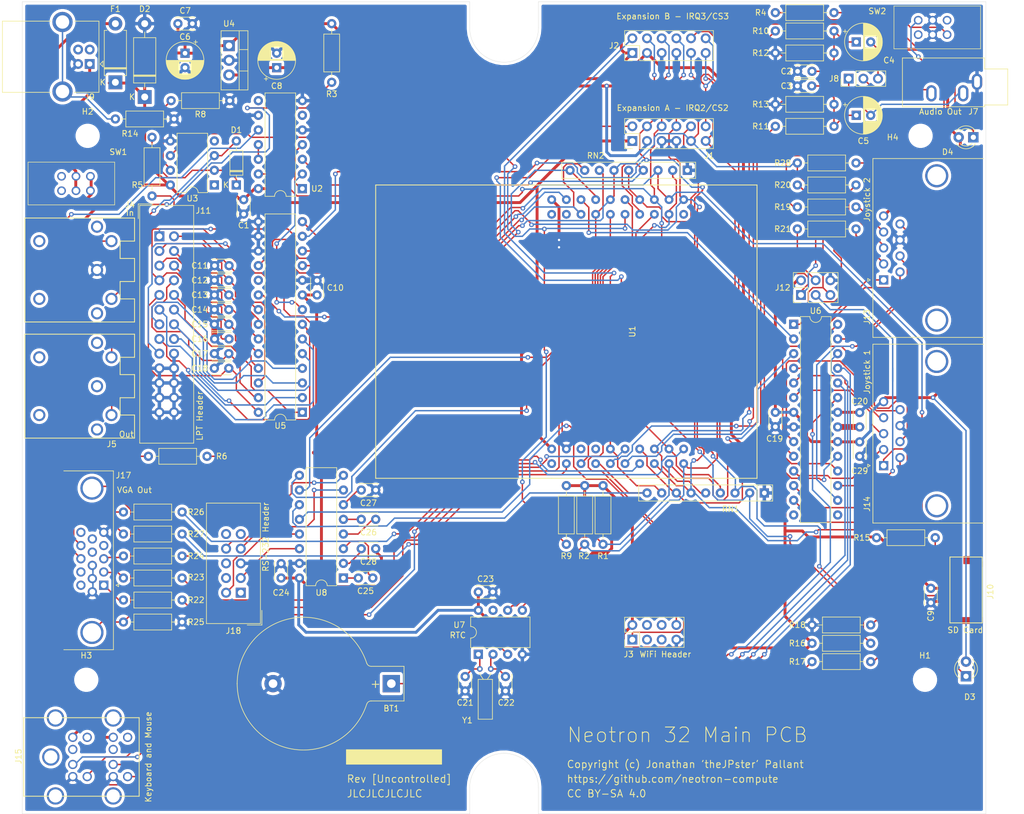
<source format=kicad_pcb>
(kicad_pcb (version 20171130) (host pcbnew 5.1.5-52549c5~84~ubuntu19.10.1)
  (title_block (title "Neotron 32K Main PCB") (date 2019-12-09) (rev [Uncontrolled]) (company github.com/neotron-compute/Neotron-32-Hardware) (comment 1 "Copyright (c) Jonathan 'theJPster' Pallant") (comment 2 "CC BY-SA 4.0"))
  (layers (0 F.Cu signal) (31 B.Cu signal hide) (34 B.Paste user hide) (35 F.Paste user hide) (36 B.SilkS user hide) (37 F.SilkS user) (38 B.Mask user hide) (39 F.Mask user) (44 Edge.Cuts user))
  (net 0 "")
  (net 1 GND)
  (net 2 +5V)
  (net 3 "Net-(J4-Pad5)")
  (net 4 "Net-(J4-Pad4)")
  (net 5 "Net-(U2-Pad11)")
  (net 6 "Net-(U2-Pad1)")
  (net 7 "Net-(F1-Pad2)")
  (net 8 /PA6_I2C_SCL)
  (net 9 /PA7_I2C_SDA)
  (net 10 /PA2_SPI_CLK)
  (net 11 /PA4_SPI_MISO)
  (net 12 /PA5_SPI_MOSI)
  (net 13 +3V3)
  (net 14 "Net-(J5-Pad4)")
  (net 15 "Net-(J9-Pad5)")
  (net 16 "Net-(J9-Pad1)")
  (net 17 "Net-(J10-Pad9)")
  (net 18 "Net-(J10-Pad8)")
  (net 19 "Net-(J10-Pad1)")
  (net 20 /~RESET)
  (net 21 /PB7_VGA_GREEN)
  (net 22 /PE0_U7RX)
  (net 23 /PC7_MIDI_OUT)
  (net 24 /PC6_MIDI_IN)
  (net 25 /PC5_U1CTS)
  (net 26 /PC4_U1RTS)
  (net 27 /PD3_VGA_BLUE)
  (net 28 /PF1_VGA_RED)
  (net 29 /PE1_U7TX)
  (net 30 /PB4_VGA_HSYNC)
  (net 31 /PE5_AUDIO_R)
  (net 32 /PE4_AUDIO_L)
  (net 33 /PB1_U1TX)
  (net 34 /PB0_U1RX)
  (net 35 /PB5_VGA_VSYNC)
  (net 36 +BATT)
  (net 37 "Net-(C2-Pad2)")
  (net 38 "Net-(C3-Pad2)")
  (net 39 /Audio/RIGHT_CHAN)
  (net 40 /Audio/LEFT_CHAN)
  (net 41 "/Parallel Printer/D0")
  (net 42 "/Parallel Printer/D1")
  (net 43 "/Parallel Printer/D2")
  (net 44 "/Parallel Printer/D3")
  (net 45 "/Parallel Printer/D4")
  (net 46 "/Parallel Printer/D5")
  (net 47 "/Parallel Printer/D6")
  (net 48 "/Parallel Printer/D7")
  (net 49 "Net-(C20-Pad2)")
  (net 50 "Net-(C21-Pad2)")
  (net 51 "Net-(C22-Pad1)")
  (net 52 "Net-(C25-Pad2)")
  (net 53 "Net-(C25-Pad1)")
  (net 54 "Net-(C26-Pad2)")
  (net 55 "Net-(C26-Pad1)")
  (net 56 "Net-(C27-Pad2)")
  (net 57 "Net-(C28-Pad2)")
  (net 58 "Net-(D1-Pad2)")
  (net 59 "Net-(D1-Pad1)")
  (net 60 "Net-(D3-Pad1)")
  (net 61 /~PB6_SPI_CS2)
  (net 62 /~PE3_IRQ2)
  (net 63 /~PE2_SPI_CS3)
  (net 64 /~PD2_IRQ3)
  (net 65 /PD6_U2RX)
  (net 66 /PD7_U2TX)
  (net 67 /Audio/RIGHT_SPKR)
  (net 68 /~PA3_SPI_CS0)
  (net 69 "/Parallel Printer/~SELPRI")
  (net 70 "/Parallel Printer/RESET")
  (net 71 "/Parallel Printer/ERROR")
  (net 72 "/Parallel Printer/~LF")
  (net 73 "/Parallel Printer/SELECT")
  (net 74 "/Parallel Printer/POUT")
  (net 75 "/Parallel Printer/~BUSY")
  (net 76 "/Parallel Printer/ACK")
  (net 77 /~PB2_STROBE)
  (net 78 "/Keyboard, Mouse and Joystick/AT_MOSI")
  (net 79 "/Keyboard, Mouse and Joystick/AT_SCK")
  (net 80 "/Keyboard, Mouse and Joystick/AT_MISO")
  (net 81 "/Keyboard, Mouse and Joystick/START_C_JS1")
  (net 82 "/Keyboard, Mouse and Joystick/SELECT_JS1")
  (net 83 "/Keyboard, Mouse and Joystick/A_B_JS1")
  (net 84 "/Keyboard, Mouse and Joystick/RIGHT_GND_JS1")
  (net 85 "/Keyboard, Mouse and Joystick/LEFT_GND_JS1")
  (net 86 "/Keyboard, Mouse and Joystick/DOWN_JS1")
  (net 87 "/Keyboard, Mouse and Joystick/UP_JS1")
  (net 88 "/Keyboard, Mouse and Joystick/START_C_JS2")
  (net 89 "/Keyboard, Mouse and Joystick/SELECT_JS2")
  (net 90 "/Keyboard, Mouse and Joystick/A_B_JS2")
  (net 91 "/Keyboard, Mouse and Joystick/RIGHT_GND_JS2")
  (net 92 "/Keyboard, Mouse and Joystick/LEFT_GND_JS2")
  (net 93 "/Keyboard, Mouse and Joystick/DOWN_JS2")
  (net 94 "/Keyboard, Mouse and Joystick/UP_JS2")
  (net 95 "/Keyboard, Mouse and Joystick/KB_DAT")
  (net 96 "/Keyboard, Mouse and Joystick/KB_CLK")
  (net 97 "/Keyboard, Mouse and Joystick/MS_DAT")
  (net 98 "/Keyboard, Mouse and Joystick/MS_CLK")
  (net 99 "Net-(J17-Pad0)")
  (net 100 "Net-(J17-Pad14)")
  (net 101 "Net-(J17-Pad13)")
  (net 102 "Net-(J17-Pad3)")
  (net 103 "Net-(J17-Pad2)")
  (net 104 "Net-(J17-Pad1)")
  (net 105 "/RS-232 Serial Port/RS232_CTS_IN")
  (net 106 "/RS-232 Serial Port/RS232_RTS_OUT")
  (net 107 "/RS-232 Serial Port/RS232_TX_OUT")
  (net 108 "/RS-232 Serial Port/RS232_RX_IN")
  (net 109 "Net-(R6-Pad1)")
  (net 110 "Net-(R8-Pad2)")
  (net 111 "Net-(R17-Pad2)")
  (net 112 /~PB3_SPI_CS1)
  (net 113 /~PF0_IRQ1)
  (net 114 "Net-(R28-Pad2)")
  (net 115 "Net-(D4-Pad1)")
  (net 116 "Net-(R4-Pad2)")
  (module "Neotron 32:PHB2UEETS1A" (layer F.Cu) (at 229.3366 22.245 180)
    (fp_text reference SW2 (at 10.3886 2.814 180) (layer F.SilkS))
    (fp_text value SW_Push_DPDT_ON_MO hide)
    (pad 1 thru_hole circle (at -1.7 1.25 180) (size 1.5 1.5) (drill 1) (layers *.Cu *.Mask))
    (pad 2 thru_hole circle (at 0.8 1.25 180) (size 1.5 1.5) (drill 1) (layers *.Cu *.Mask) (net 1 GND))
    (pad 3 thru_hole circle (at 3.3 1.25 180) (size 1.5 1.5) (drill 1) (layers *.Cu *.Mask) (net 114 "Net-(R28-Pad2)"))
    (pad 4 thru_hole circle (at -1.7 -1.25 180) (size 1.5 1.5) (drill 1) (layers *.Cu *.Mask) (net 116 "Net-(R4-Pad2)"))
    (pad 5 thru_hole circle (at 0.8 -1.25 180) (size 1.5 1.5) (drill 1) (layers *.Cu *.Mask) (net 1 GND))
    (pad 6 thru_hole circle (at 3.3 -1.25 180) (size 1.5 1.5) (drill 1) (layers *.Cu *.Mask))
  )
  (module Resistor_THT:R_Axial_DIN0207_L6.3mm_D2.5mm_P10.16mm_Horizontal (layer F.Cu) (at 201.295 19.685)
    (fp_text reference R4 (at -2.54 0) (layer F.SilkS))
    (fp_text value 330)
    (pad 2 thru_hole oval (at 10.16 0) (size 1.6 1.6) (drill 0.8) (layers *.Cu *.Mask) (net 116 "Net-(R4-Pad2)"))
    (pad 1 thru_hole circle (at 0 0) (size 1.6 1.6) (drill 0.8) (layers *.Cu *.Mask) (net 115 "Net-(D4-Pad1)"))
  )
  (module LED_THT:LED_D3.0mm (layer F.Cu) (at 235.585 41.275 180)
    (fp_text reference D4 (at 4.445 -2.54) (layer F.SilkS))
    (fp_text value "Red LED")
    (pad 2 thru_hole circle (at 2.54 0 180) (size 1.8 1.8) (drill 0.9) (layers *.Cu *.Mask) (net 2 +5V))
    (pad 1 thru_hole rect (at 0 0 180) (size 1.8 1.8) (drill 0.9) (layers *.Cu *.Mask) (net 115 "Net-(D4-Pad1)"))
  )
  (module "Neotron 32:PHB2UEETS1A" (layer F.Cu) (at 79.375 49.276)
    (fp_text reference SW1 (at 8.128 -5.461) (layer F.SilkS))
    (fp_text value SW_Push_DPDT_ON_OFF hide)
    (pad 1 thru_hole circle (at -1.7 1.25) (size 1.5 1.5) (drill 1) (layers *.Cu *.Mask))
    (pad 2 thru_hole circle (at 0.8 1.25) (size 1.5 1.5) (drill 1) (layers *.Cu *.Mask) (net 16 "Net-(J9-Pad1)"))
    (pad 3 thru_hole circle (at 3.3 1.25) (size 1.5 1.5) (drill 1) (layers *.Cu *.Mask) (net 7 "Net-(F1-Pad2)"))
    (pad 4 thru_hole circle (at -1.7 -1.25) (size 1.5 1.5) (drill 1) (layers *.Cu *.Mask))
    (pad 5 thru_hole circle (at 0.8 -1.25) (size 1.5 1.5) (drill 1) (layers *.Cu *.Mask) (net 16 "Net-(J9-Pad1)"))
    (pad 6 thru_hole circle (at 3.3 -1.25) (size 1.5 1.5) (drill 1) (layers *.Cu *.Mask) (net 7 "Net-(F1-Pad2)"))
  )
  (module "Neotron 32:BatteryHolder_Keystone_103_1x20mm" (layer F.Cu) (at 134.79 135.89 180)
    (fp_text reference BT1 (at 0 -4.3) (layer F.SilkS))
    (fp_text value CR2032)
    (fp_text user + (at 2.75 0) (layer F.SilkS) (effects (font (size 1.5 1.5))))
    (pad 1 thru_hole rect (at 0 0 180) (size 3 3) (drill 1.5) (layers *.Cu *.Mask) (net 36 +BATT))
    (pad 2 thru_hole circle (at 20.49 0 180) (size 3 3) (drill 1.5) (layers *.Cu *.Mask) (net 1 GND))
  )
  (module "Neotron 32:Launchpad_4x10" (layer F.Cu) (at 173.99 74.93 90)
    (fp_text reference U1 (at 0 2.54 90) (layer F.SilkS))
    (fp_text value TM4C123G_Launchpad)
    (pad 2.10 thru_hole circle (at 22.86 11.43 90) (size 1.524 1.524) (drill 0.762) (layers *.Cu *.Mask) (net 10 /PA2_SPI_CLK))
    (pad 2.9 thru_hole circle (at 22.86 8.89 90) (size 1.524 1.524) (drill 0.762) (layers *.Cu *.Mask) (net 68 /~PA3_SPI_CS0))
    (pad 2.8 thru_hole circle (at 22.86 6.35 90) (size 1.524 1.524) (drill 0.762) (layers *.Cu *.Mask) (net 11 /PA4_SPI_MISO))
    (pad 2.7 thru_hole circle (at 22.86 3.81 90) (size 1.524 1.524) (drill 0.762) (layers *.Cu *.Mask) (net 61 /~PB6_SPI_CS2))
    (pad 2.6 thru_hole circle (at 22.86 1.27 90) (size 1.524 1.524) (drill 0.762) (layers *.Cu *.Mask) (net 21 /PB7_VGA_GREEN))
    (pad 2.5 thru_hole circle (at 22.86 -1.27 90) (size 1.524 1.524) (drill 0.762) (layers *.Cu *.Mask) (net 20 /~RESET))
    (pad 2.4 thru_hole circle (at 22.86 -3.81 90) (size 1.524 1.524) (drill 0.762) (layers *.Cu *.Mask) (net 113 /~PF0_IRQ1))
    (pad 2.3 thru_hole circle (at 22.86 -6.35 90) (size 1.524 1.524) (drill 0.762) (layers *.Cu *.Mask) (net 22 /PE0_U7RX))
    (pad 2.2 thru_hole circle (at 22.86 -8.89 90) (size 1.524 1.524) (drill 0.762) (layers *.Cu *.Mask) (net 77 /~PB2_STROBE))
    (pad 2.1 thru_hole circle (at 22.86 -11.43 90) (size 1.524 1.524) (drill 0.762) (layers *.Cu *.Mask) (net 1 GND))
    (pad 4.10 thru_hole circle (at 20.32 11.43 90) (size 1.524 1.524) (drill 0.762) (layers *.Cu *.Mask))
    (pad 4.9 thru_hole circle (at 20.32 8.89 90) (size 1.524 1.524) (drill 0.762) (layers *.Cu *.Mask) (net 66 /PD7_U2TX))
    (pad 4.8 thru_hole circle (at 20.32 6.35 90) (size 1.524 1.524) (drill 0.762) (layers *.Cu *.Mask) (net 65 /PD6_U2RX))
    (pad 4.7 thru_hole circle (at 20.32 3.81 90) (size 1.524 1.524) (drill 0.762) (layers *.Cu *.Mask) (net 23 /PC7_MIDI_OUT))
    (pad 4.6 thru_hole circle (at 20.32 1.27 90) (size 1.524 1.524) (drill 0.762) (layers *.Cu *.Mask) (net 24 /PC6_MIDI_IN))
    (pad 4.5 thru_hole circle (at 20.32 -1.27 90) (size 1.524 1.524) (drill 0.762) (layers *.Cu *.Mask) (net 25 /PC5_U1CTS))
    (pad 4.4 thru_hole circle (at 20.32 -3.81 90) (size 1.524 1.524) (drill 0.762) (layers *.Cu *.Mask) (net 26 /PC4_U1RTS))
    (pad 4.3 thru_hole circle (at 20.32 -6.35 90) (size 1.524 1.524) (drill 0.762) (layers *.Cu *.Mask) (net 112 /~PB3_SPI_CS1))
    (pad 4.2 thru_hole circle (at 20.32 -8.89 90) (size 1.524 1.524) (drill 0.762) (layers *.Cu *.Mask))
    (pad 4.1 thru_hole circle (at 20.32 -11.43 90) (size 1.524 1.524) (drill 0.762) (layers *.Cu *.Mask))
    (pad 3.1 thru_hole circle (at -20.32 -11.43 90) (size 1.524 1.524) (drill 0.762) (layers *.Cu *.Mask) (net 2 +5V))
    (pad 3.4 thru_hole circle (at -20.32 -3.81 90) (size 1.524 1.524) (drill 0.762) (layers *.Cu *.Mask))
    (pad 3.6 thru_hole circle (at -20.32 1.27 90) (size 1.524 1.524) (drill 0.762) (layers *.Cu *.Mask) (net 27 /PD3_VGA_BLUE))
    (pad 3.8 thru_hole circle (at -20.32 6.35 90) (size 1.524 1.524) (drill 0.762) (layers *.Cu *.Mask) (net 63 /~PE2_SPI_CS3))
    (pad 3.9 thru_hole circle (at -20.32 8.89 90) (size 1.524 1.524) (drill 0.762) (layers *.Cu *.Mask) (net 62 /~PE3_IRQ2))
    (pad 3.10 thru_hole circle (at -20.32 11.43 90) (size 1.524 1.524) (drill 0.762) (layers *.Cu *.Mask) (net 28 /PF1_VGA_RED))
    (pad 3.7 thru_hole circle (at -20.32 3.81 90) (size 1.524 1.524) (drill 0.762) (layers *.Cu *.Mask) (net 29 /PE1_U7TX))
    (pad 3.5 thru_hole circle (at -20.32 -1.27 90) (size 1.524 1.524) (drill 0.762) (layers *.Cu *.Mask) (net 64 /~PD2_IRQ3))
    (pad 3.2 thru_hole circle (at -20.32 -8.89 90) (size 1.524 1.524) (drill 0.762) (layers *.Cu *.Mask) (net 1 GND))
    (pad 3.3 thru_hole circle (at -20.32 -6.35 90) (size 1.524 1.524) (drill 0.762) (layers *.Cu *.Mask))
    (pad 1.10 thru_hole circle (at -22.86 11.43 90) (size 1.524 1.524) (drill 0.762) (layers *.Cu *.Mask) (net 9 /PA7_I2C_SDA))
    (pad 1.9 thru_hole circle (at -22.86 8.89 90) (size 1.524 1.524) (drill 0.762) (layers *.Cu *.Mask) (net 8 /PA6_I2C_SCL))
    (pad 1.8 thru_hole circle (at -22.86 6.35 90) (size 1.524 1.524) (drill 0.762) (layers *.Cu *.Mask) (net 12 /PA5_SPI_MOSI))
    (pad 1.7 thru_hole circle (at -22.86 3.81 90) (size 1.524 1.524) (drill 0.762) (layers *.Cu *.Mask) (net 30 /PB4_VGA_HSYNC))
    (pad 1.6 thru_hole circle (at -22.86 1.27 90) (size 1.524 1.524) (drill 0.762) (layers *.Cu *.Mask) (net 31 /PE5_AUDIO_R))
    (pad 1.5 thru_hole circle (at -22.86 -1.27 90) (size 1.524 1.524) (drill 0.762) (layers *.Cu *.Mask) (net 32 /PE4_AUDIO_L))
    (pad 1.4 thru_hole circle (at -22.86 -3.81 90) (size 1.524 1.524) (drill 0.762) (layers *.Cu *.Mask) (net 33 /PB1_U1TX))
    (pad 1.3 thru_hole circle (at -22.86 -6.35 90) (size 1.524 1.524) (drill 0.762) (layers *.Cu *.Mask) (net 34 /PB0_U1RX))
    (pad 1.2 thru_hole circle (at -22.86 -8.89 90) (size 1.524 1.524) (drill 0.762) (layers *.Cu *.Mask) (net 35 /PB5_VGA_VSYNC))
    (pad 1.1 thru_hole circle (at -22.86 -11.43 90) (size 1.524 1.524) (drill 0.762) (layers *.Cu *.Mask))
  )
  (module Connector_IDC:IDC-Header_2x05_P2.54mm_Vertical (layer F.Cu) (at 108.712 120.142 180)
    (fp_text reference J18 (at 1.27 -6.604) (layer F.SilkS))
    (fp_text value Conn_02x05)
    (pad 10 thru_hole oval (at 2.54 10.16 180) (size 1.7272 1.7272) (drill 1.016) (layers *.Cu *.Mask))
    (pad 9 thru_hole oval (at 0 10.16 180) (size 1.7272 1.7272) (drill 1.016) (layers *.Cu *.Mask))
    (pad 8 thru_hole oval (at 2.54 7.62 180) (size 1.7272 1.7272) (drill 1.016) (layers *.Cu *.Mask) (net 105 "/RS-232 Serial Port/RS232_CTS_IN"))
    (pad 7 thru_hole oval (at 0 7.62 180) (size 1.7272 1.7272) (drill 1.016) (layers *.Cu *.Mask) (net 106 "/RS-232 Serial Port/RS232_RTS_OUT"))
    (pad 6 thru_hole oval (at 2.54 5.08 180) (size 1.7272 1.7272) (drill 1.016) (layers *.Cu *.Mask))
    (pad 5 thru_hole oval (at 0 5.08 180) (size 1.7272 1.7272) (drill 1.016) (layers *.Cu *.Mask) (net 1 GND))
    (pad 4 thru_hole oval (at 2.54 2.54 180) (size 1.7272 1.7272) (drill 1.016) (layers *.Cu *.Mask))
    (pad 3 thru_hole oval (at 0 2.54 180) (size 1.7272 1.7272) (drill 1.016) (layers *.Cu *.Mask) (net 107 "/RS-232 Serial Port/RS232_TX_OUT"))
    (pad 2 thru_hole oval (at 2.54 0 180) (size 1.7272 1.7272) (drill 1.016) (layers *.Cu *.Mask) (net 108 "/RS-232 Serial Port/RS232_RX_IN"))
    (pad 1 thru_hole rect (at 0 0 180) (size 1.7272 1.7272) (drill 1.016) (layers *.Cu *.Mask))
  )
  (module "Neotron 32:Double_mini-DIN_6" (layer F.Cu) (at 71.12 148.59 90)
    (fp_text reference J15 (at 0.1 -0.9 90) (layer F.SilkS))
    (fp_text value Double-mini-DIN-6)
    (pad 16 thru_hole circle (at -6.75 15.5 90) (size 2.99 2.99) (drill 2.29) (layers *.Cu *.Mask))
    (pad 17 thru_hole circle (at 6.75 15.5 90) (size 2.99 2.99) (drill 2.29) (layers *.Cu *.Mask))
    (pad 11 thru_hole circle (at -3.4 18 90) (size 1.6 1.6) (drill 1.1) (layers *.Cu *.Mask) (net 98 "/Keyboard, Mouse and Joystick/MS_CLK"))
    (pad 9 thru_hole circle (at -3.4 15.5 90) (size 1.6 1.6) (drill 1.1) (layers *.Cu *.Mask) (net 1 GND))
    (pad 8 thru_hole circle (at 1.3 15.5 90) (size 1.6 1.6) (drill 1.1) (layers *.Cu *.Mask))
    (pad 12 thru_hole circle (at 3.4 18 90) (size 1.6 1.6) (drill 1.1) (layers *.Cu *.Mask))
    (pad 7 thru_hole circle (at -1.3 15.5 90) (size 1.6 1.6) (drill 1.1) (layers *.Cu *.Mask) (net 97 "/Keyboard, Mouse and Joystick/MS_DAT"))
    (pad 10 thru_hole circle (at 3.4 15.5 90) (size 1.6 1.6) (drill 1.1) (layers *.Cu *.Mask) (net 2 +5V))
    (pad 3 thru_hole circle (at -3.4 8.5 90) (size 1.6 1.6) (drill 1.1) (layers *.Cu *.Mask) (net 1 GND))
    (pad 2 thru_hole circle (at 1.3 8.5 90) (size 1.6 1.6) (drill 1.1) (layers *.Cu *.Mask))
    (pad 4 thru_hole circle (at 3.4 8.5 90) (size 1.6 1.6) (drill 1.1) (layers *.Cu *.Mask) (net 2 +5V))
    (pad 1 thru_hole circle (at -1.3 8.5 90) (size 1.6 1.6) (drill 1.1) (layers *.Cu *.Mask) (net 95 "/Keyboard, Mouse and Joystick/KB_DAT"))
    (pad 15 thru_hole circle (at 6.75 5.5 90) (size 2.99 2.99) (drill 2.29) (layers *.Cu *.Mask))
    (pad 14 thru_hole circle (at 0 4.7 90) (size 2.99 2.99) (drill 2.29) (layers *.Cu *.Mask))
    (pad 13 thru_hole circle (at -6.75 5.5 90) (size 2.99 2.99) (drill 2.29) (layers *.Cu *.Mask))
    (pad 5 thru_hole circle (at -3.4 11 90) (size 1.6 1.6) (drill 1.1) (layers *.Cu *.Mask) (net 96 "/Keyboard, Mouse and Joystick/KB_CLK"))
    (pad 6 thru_hole circle (at 3.4 11 90) (size 1.6 1.6) (drill 1.1) (layers *.Cu *.Mask))
  )
  (module Connector_IDC:IDC-Header_2x13_P2.54mm_Vertical (layer F.Cu) (at 94.615 58.42)
    (fp_text reference J11 (at 7.62 -4.445) (layer F.SilkS))
    (fp_text value Conn_02x13_Top_Bottom)
    (pad 26 thru_hole oval (at 2.54 30.48) (size 1.7272 1.7272) (drill 1.016) (layers *.Cu *.Mask) (net 1 GND))
    (pad 25 thru_hole oval (at 0 30.48) (size 1.7272 1.7272) (drill 1.016) (layers *.Cu *.Mask) (net 1 GND))
    (pad 24 thru_hole oval (at 2.54 27.94) (size 1.7272 1.7272) (drill 1.016) (layers *.Cu *.Mask) (net 1 GND))
    (pad 23 thru_hole oval (at 0 27.94) (size 1.7272 1.7272) (drill 1.016) (layers *.Cu *.Mask) (net 1 GND))
    (pad 22 thru_hole oval (at 2.54 25.4) (size 1.7272 1.7272) (drill 1.016) (layers *.Cu *.Mask) (net 1 GND))
    (pad 21 thru_hole oval (at 0 25.4) (size 1.7272 1.7272) (drill 1.016) (layers *.Cu *.Mask) (net 1 GND))
    (pad 20 thru_hole oval (at 2.54 22.86) (size 1.7272 1.7272) (drill 1.016) (layers *.Cu *.Mask) (net 1 GND))
    (pad 19 thru_hole oval (at 0 22.86) (size 1.7272 1.7272) (drill 1.016) (layers *.Cu *.Mask) (net 1 GND))
    (pad 18 thru_hole oval (at 2.54 20.32) (size 1.7272 1.7272) (drill 1.016) (layers *.Cu *.Mask) (net 1 GND))
    (pad 17 thru_hole oval (at 0 20.32) (size 1.7272 1.7272) (drill 1.016) (layers *.Cu *.Mask) (net 69 "/Parallel Printer/~SELPRI"))
    (pad 16 thru_hole oval (at 2.54 17.78) (size 1.7272 1.7272) (drill 1.016) (layers *.Cu *.Mask) (net 70 "/Parallel Printer/RESET"))
    (pad 15 thru_hole oval (at 0 17.78) (size 1.7272 1.7272) (drill 1.016) (layers *.Cu *.Mask) (net 71 "/Parallel Printer/ERROR"))
    (pad 14 thru_hole oval (at 2.54 15.24) (size 1.7272 1.7272) (drill 1.016) (layers *.Cu *.Mask) (net 72 "/Parallel Printer/~LF"))
    (pad 13 thru_hole oval (at 0 15.24) (size 1.7272 1.7272) (drill 1.016) (layers *.Cu *.Mask) (net 73 "/Parallel Printer/SELECT"))
    (pad 12 thru_hole oval (at 2.54 12.7) (size 1.7272 1.7272) (drill 1.016) (layers *.Cu *.Mask) (net 74 "/Parallel Printer/POUT"))
    (pad 11 thru_hole oval (at 0 12.7) (size 1.7272 1.7272) (drill 1.016) (layers *.Cu *.Mask) (net 75 "/Parallel Printer/~BUSY"))
    (pad 10 thru_hole oval (at 2.54 10.16) (size 1.7272 1.7272) (drill 1.016) (layers *.Cu *.Mask) (net 76 "/Parallel Printer/ACK"))
    (pad 9 thru_hole oval (at 0 10.16) (size 1.7272 1.7272) (drill 1.016) (layers *.Cu *.Mask) (net 48 "/Parallel Printer/D7"))
    (pad 8 thru_hole oval (at 2.54 7.62) (size 1.7272 1.7272) (drill 1.016) (layers *.Cu *.Mask) (net 47 "/Parallel Printer/D6"))
    (pad 7 thru_hole oval (at 0 7.62) (size 1.7272 1.7272) (drill 1.016) (layers *.Cu *.Mask) (net 46 "/Parallel Printer/D5"))
    (pad 6 thru_hole oval (at 2.54 5.08) (size 1.7272 1.7272) (drill 1.016) (layers *.Cu *.Mask) (net 45 "/Parallel Printer/D4"))
    (pad 5 thru_hole oval (at 0 5.08) (size 1.7272 1.7272) (drill 1.016) (layers *.Cu *.Mask) (net 44 "/Parallel Printer/D3"))
    (pad 4 thru_hole oval (at 2.54 2.54) (size 1.7272 1.7272) (drill 1.016) (layers *.Cu *.Mask) (net 43 "/Parallel Printer/D2"))
    (pad 3 thru_hole oval (at 0 2.54) (size 1.7272 1.7272) (drill 1.016) (layers *.Cu *.Mask) (net 42 "/Parallel Printer/D1"))
    (pad 2 thru_hole oval (at 2.54 0) (size 1.7272 1.7272) (drill 1.016) (layers *.Cu *.Mask) (net 41 "/Parallel Printer/D0"))
    (pad 1 thru_hole rect (at 0 0) (size 1.7272 1.7272) (drill 1.016) (layers *.Cu *.Mask) (net 77 /~PB2_STROBE))
  )
  (module "Neotron 32:Molex_4730_2651" (layer F.Cu) (at 231.526 119.968 90)
    (fp_text reference J10 (at 0 7 90) (layer F.SilkS))
    (fp_text value "micro SD Card")
    (pad 12 smd rect (at 4.775 5.275 90) (size 0.95 0.85) (layers F.Cu F.Paste F.Mask))
    (pad 11 smd rect (at 5.7 4.3 90) (size 1 0.6) (layers F.Cu F.Paste F.Mask))
    (pad 10 smd rect (at 5.475 3.05 90) (size 1.4 1.45) (layers F.Cu F.Paste F.Mask))
    (pad 9 smd rect (at -5 3.805 90) (size 1.2 3.79) (layers F.Cu F.Paste F.Mask) (net 17 "Net-(J10-Pad9)"))
    (pad 1 smd rect (at 3.85 1.325 90) (size 0.6 1.25) (layers F.Cu F.Paste F.Mask) (net 19 "Net-(J10-Pad1)"))
    (pad 2 smd rect (at 2.75 1.325 90) (size 0.6 1.25) (layers F.Cu F.Paste F.Mask) (net 68 /~PA3_SPI_CS0))
    (pad 3 smd rect (at 1.65 1.325 90) (size 0.6 1.25) (layers F.Cu F.Paste F.Mask) (net 12 /PA5_SPI_MOSI))
    (pad 4 smd rect (at 0.55 1.325 90) (size 0.6 1.25) (layers F.Cu F.Paste F.Mask) (net 13 +3V3))
    (pad 5 smd rect (at -0.55 1.325 90) (size 0.6 1.25) (layers F.Cu F.Paste F.Mask) (net 10 /PA2_SPI_CLK))
    (pad 6 smd rect (at -1.65 1.325 90) (size 0.6 1.25) (layers F.Cu F.Paste F.Mask) (net 1 GND))
    (pad 7 smd rect (at -2.75 1.325 90) (size 0.6 1.25) (layers F.Cu F.Paste F.Mask) (net 11 /PA4_SPI_MISO))
    (pad 8 smd rect (at -3.85 1.325 90) (size 0.6 1.25) (layers F.Cu F.Paste F.Mask) (net 18 "Net-(J10-Pad8)"))
  )
  (module "Neotron 32:5P180_DIN_Socket" (layer F.Cu) (at 78.82 84.375)
    (fp_text reference J5 (at 7.54 10.04) (layer F.SilkS))
    (fp_text value "DIN-5 180 degree")
    (pad 6 thru_hole circle (at -5 -5) (size 2.1 2.1) (drill 1.4) (layers *.Cu *.Mask))
    (pad 7 thru_hole circle (at -5 5) (size 2.1 2.1) (drill 1.4) (layers *.Cu *.Mask))
    (pad 4 thru_hole circle (at 7.5 5) (size 2.1 2.1) (drill 1.4) (layers *.Cu *.Mask) (net 14 "Net-(J5-Pad4)"))
    (pad 5 thru_hole circle (at 7.5 -5) (size 2.1 2.1) (drill 1.4) (layers *.Cu *.Mask) (net 58 "Net-(D1-Pad2)"))
    (pad 2 thru_hole circle (at 5 0) (size 2.1 2.1) (drill 1.4) (layers *.Cu *.Mask))
    (pad 3 thru_hole circle (at 5 -7.5) (size 2.1 2.1) (drill 1.4) (layers *.Cu *.Mask))
    (pad 1 thru_hole circle (at 5 7.5) (size 2.1 2.1) (drill 1.4) (layers *.Cu *.Mask))
  )
  (module "Neotron 32:5P180_DIN_Socket" (layer F.Cu) (at 78.82 64.255)
    (fp_text reference J4 (at 10.715 -11.296) (layer F.SilkS))
    (fp_text value "DIN-5 180 degree")
    (pad 6 thru_hole circle (at -5 -5) (size 2.1 2.1) (drill 1.4) (layers *.Cu *.Mask))
    (pad 7 thru_hole circle (at -5 5) (size 2.1 2.1) (drill 1.4) (layers *.Cu *.Mask))
    (pad 4 thru_hole circle (at 7.5 5) (size 2.1 2.1) (drill 1.4) (layers *.Cu *.Mask) (net 4 "Net-(J4-Pad4)"))
    (pad 5 thru_hole circle (at 7.5 -5) (size 2.1 2.1) (drill 1.4) (layers *.Cu *.Mask) (net 3 "Net-(J4-Pad5)"))
    (pad 2 thru_hole circle (at 5 0) (size 2.1 2.1) (drill 1.4) (layers *.Cu *.Mask) (net 1 GND))
    (pad 3 thru_hole circle (at 5 -7.5) (size 2.1 2.1) (drill 1.4) (layers *.Cu *.Mask))
    (pad 1 thru_hole circle (at 5 7.5) (size 2.1 2.1) (drill 1.4) (layers *.Cu *.Mask))
  )
  (module Connector_Dsub:DSUB-15-HD_Female_Horizontal_P2.29x1.98mm_EdgePinOffset3.03mm_Housed_MountingHolesOffset4.94mm (layer F.Cu) (at 84.986 118.8466 270)
    (fp_text reference J17 (at -19.0246 -3.406 180) (layer F.SilkS))
    (fp_text value DB15HD_Female)
    (pad 0 thru_hole circle (at 8.185 2.05 270) (size 4 4) (drill 3.2) (layers *.Cu *.Mask) (net 99 "Net-(J17-Pad0)"))
    (pad 0 thru_hole circle (at -16.815 2.05 270) (size 4 4) (drill 3.2) (layers *.Cu *.Mask) (net 99 "Net-(J17-Pad0)"))
    (pad 15 thru_hole circle (at -9.16 3.96 270) (size 1.6 1.6) (drill 1) (layers *.Cu *.Mask))
    (pad 14 thru_hole circle (at -6.87 3.96 270) (size 1.6 1.6) (drill 1) (layers *.Cu *.Mask) (net 100 "Net-(J17-Pad14)"))
    (pad 13 thru_hole circle (at -4.58 3.96 270) (size 1.6 1.6) (drill 1) (layers *.Cu *.Mask) (net 101 "Net-(J17-Pad13)"))
    (pad 12 thru_hole circle (at -2.29 3.96 270) (size 1.6 1.6) (drill 1) (layers *.Cu *.Mask))
    (pad 11 thru_hole circle (at 0 3.96 270) (size 1.6 1.6) (drill 1) (layers *.Cu *.Mask))
    (pad 10 thru_hole circle (at -8.015 1.98 270) (size 1.6 1.6) (drill 1) (layers *.Cu *.Mask))
    (pad 9 thru_hole circle (at -5.725 1.98 270) (size 1.6 1.6) (drill 1) (layers *.Cu *.Mask))
    (pad 8 thru_hole circle (at -3.435 1.98 270) (size 1.6 1.6) (drill 1) (layers *.Cu *.Mask) (net 1 GND))
    (pad 7 thru_hole circle (at -1.145 1.98 270) (size 1.6 1.6) (drill 1) (layers *.Cu *.Mask) (net 1 GND))
    (pad 6 thru_hole circle (at 1.145 1.98 270) (size 1.6 1.6) (drill 1) (layers *.Cu *.Mask) (net 1 GND))
    (pad 5 thru_hole circle (at -9.16 0 270) (size 1.6 1.6) (drill 1) (layers *.Cu *.Mask) (net 1 GND))
    (pad 4 thru_hole circle (at -6.87 0 270) (size 1.6 1.6) (drill 1) (layers *.Cu *.Mask))
    (pad 3 thru_hole circle (at -4.58 0 270) (size 1.6 1.6) (drill 1) (layers *.Cu *.Mask) (net 102 "Net-(J17-Pad3)"))
    (pad 2 thru_hole circle (at -2.29 0 270) (size 1.6 1.6) (drill 1) (layers *.Cu *.Mask) (net 103 "Net-(J17-Pad2)"))
    (pad 1 thru_hole rect (at 0 0 270) (size 1.6 1.6) (drill 1) (layers *.Cu *.Mask) (net 104 "Net-(J17-Pad1)"))
  )
  (module Connector_Dsub:DSUB-9_Male_Horizontal_P2.77x2.84mm_EdgePinOffset14.56mm_Housed_MountingHolesOffset8.20mm (layer F.Cu) (at 220.045 65.98 90)
    (fp_text reference J13 (at -6.41 -2.875 270) (layer F.SilkS))
    (fp_text value "DE9 Male")
    (pad 0 thru_hole circle (at 18.04 9.2 90) (size 4 4) (drill 3.2) (layers *.Cu *.Mask))
    (pad 0 thru_hole circle (at -6.96 9.2 90) (size 4 4) (drill 3.2) (layers *.Cu *.Mask))
    (pad 9 thru_hole circle (at 9.695 2.84 90) (size 1.6 1.6) (drill 1) (layers *.Cu *.Mask) (net 88 "/Keyboard, Mouse and Joystick/START_C_JS2"))
    (pad 8 thru_hole circle (at 6.925 2.84 90) (size 1.6 1.6) (drill 1) (layers *.Cu *.Mask) (net 1 GND))
    (pad 7 thru_hole circle (at 4.155 2.84 90) (size 1.6 1.6) (drill 1) (layers *.Cu *.Mask) (net 89 "/Keyboard, Mouse and Joystick/SELECT_JS2"))
    (pad 6 thru_hole circle (at 1.385 2.84 90) (size 1.6 1.6) (drill 1) (layers *.Cu *.Mask) (net 90 "/Keyboard, Mouse and Joystick/A_B_JS2"))
    (pad 5 thru_hole circle (at 11.08 0 90) (size 1.6 1.6) (drill 1) (layers *.Cu *.Mask) (net 2 +5V))
    (pad 4 thru_hole circle (at 8.31 0 90) (size 1.6 1.6) (drill 1) (layers *.Cu *.Mask) (net 91 "/Keyboard, Mouse and Joystick/RIGHT_GND_JS2"))
    (pad 3 thru_hole circle (at 5.54 0 90) (size 1.6 1.6) (drill 1) (layers *.Cu *.Mask) (net 92 "/Keyboard, Mouse and Joystick/LEFT_GND_JS2"))
    (pad 2 thru_hole circle (at 2.77 0 90) (size 1.6 1.6) (drill 1) (layers *.Cu *.Mask) (net 93 "/Keyboard, Mouse and Joystick/DOWN_JS2"))
    (pad 1 thru_hole rect (at 0 0 90) (size 1.6 1.6) (drill 1) (layers *.Cu *.Mask) (net 94 "/Keyboard, Mouse and Joystick/UP_JS2"))
  )
  (module Connector_Dsub:DSUB-9_Male_Horizontal_P2.77x2.84mm_EdgePinOffset14.56mm_Housed_MountingHolesOffset8.20mm (layer F.Cu) (at 220.045 98.135 90)
    (fp_text reference J14 (at -6.64 -2.875 270) (layer F.SilkS))
    (fp_text value "DE9 Male")
    (pad 1 thru_hole rect (at 0 0 90) (size 1.6 1.6) (drill 1) (layers *.Cu *.Mask) (net 87 "/Keyboard, Mouse and Joystick/UP_JS1"))
    (pad 2 thru_hole circle (at 2.77 0 90) (size 1.6 1.6) (drill 1) (layers *.Cu *.Mask) (net 86 "/Keyboard, Mouse and Joystick/DOWN_JS1"))
    (pad 3 thru_hole circle (at 5.54 0 90) (size 1.6 1.6) (drill 1) (layers *.Cu *.Mask) (net 85 "/Keyboard, Mouse and Joystick/LEFT_GND_JS1"))
    (pad 4 thru_hole circle (at 8.31 0 90) (size 1.6 1.6) (drill 1) (layers *.Cu *.Mask) (net 84 "/Keyboard, Mouse and Joystick/RIGHT_GND_JS1"))
    (pad 5 thru_hole circle (at 11.08 0 90) (size 1.6 1.6) (drill 1) (layers *.Cu *.Mask) (net 2 +5V))
    (pad 6 thru_hole circle (at 1.385 2.84 90) (size 1.6 1.6) (drill 1) (layers *.Cu *.Mask) (net 83 "/Keyboard, Mouse and Joystick/A_B_JS1"))
    (pad 7 thru_hole circle (at 4.155 2.84 90) (size 1.6 1.6) (drill 1) (layers *.Cu *.Mask) (net 82 "/Keyboard, Mouse and Joystick/SELECT_JS1"))
    (pad 8 thru_hole circle (at 6.925 2.84 90) (size 1.6 1.6) (drill 1) (layers *.Cu *.Mask) (net 1 GND))
    (pad 9 thru_hole circle (at 9.695 2.84 90) (size 1.6 1.6) (drill 1) (layers *.Cu *.Mask) (net 81 "/Keyboard, Mouse and Joystick/START_C_JS1"))
    (pad 0 thru_hole circle (at -6.96 9.2 90) (size 4 4) (drill 3.2) (layers *.Cu *.Mask))
    (pad 0 thru_hole circle (at 18.04 9.2 90) (size 4 4) (drill 3.2) (layers *.Cu *.Mask))
  )
  (module Package_DIP:DIP-28_W7.62mm (layer F.Cu) (at 119.38 88.9 180)
    (fp_text reference U5 (at 3.81 -2.33) (layer F.SilkS))
    (fp_text value MCP23S17_SP)
    (pad 28 thru_hole oval (at 7.62 0 180) (size 1.6 1.6) (drill 0.8) (layers *.Cu *.Mask) (net 48 "/Parallel Printer/D7"))
    (pad 14 thru_hole oval (at 0 33.02 180) (size 1.6 1.6) (drill 0.8) (layers *.Cu *.Mask) (net 11 /PA4_SPI_MISO))
    (pad 27 thru_hole oval (at 7.62 2.54 180) (size 1.6 1.6) (drill 0.8) (layers *.Cu *.Mask) (net 47 "/Parallel Printer/D6"))
    (pad 13 thru_hole oval (at 0 30.48 180) (size 1.6 1.6) (drill 0.8) (layers *.Cu *.Mask) (net 12 /PA5_SPI_MOSI))
    (pad 26 thru_hole oval (at 7.62 5.08 180) (size 1.6 1.6) (drill 0.8) (layers *.Cu *.Mask) (net 46 "/Parallel Printer/D5"))
    (pad 12 thru_hole oval (at 0 27.94 180) (size 1.6 1.6) (drill 0.8) (layers *.Cu *.Mask) (net 10 /PA2_SPI_CLK))
    (pad 25 thru_hole oval (at 7.62 7.62 180) (size 1.6 1.6) (drill 0.8) (layers *.Cu *.Mask) (net 45 "/Parallel Printer/D4"))
    (pad 11 thru_hole oval (at 0 25.4 180) (size 1.6 1.6) (drill 0.8) (layers *.Cu *.Mask) (net 112 /~PB3_SPI_CS1))
    (pad 24 thru_hole oval (at 7.62 10.16 180) (size 1.6 1.6) (drill 0.8) (layers *.Cu *.Mask) (net 44 "/Parallel Printer/D3"))
    (pad 10 thru_hole oval (at 0 22.86 180) (size 1.6 1.6) (drill 0.8) (layers *.Cu *.Mask) (net 1 GND))
    (pad 23 thru_hole oval (at 7.62 12.7 180) (size 1.6 1.6) (drill 0.8) (layers *.Cu *.Mask) (net 43 "/Parallel Printer/D2"))
    (pad 9 thru_hole oval (at 0 20.32 180) (size 1.6 1.6) (drill 0.8) (layers *.Cu *.Mask) (net 13 +3V3))
    (pad 22 thru_hole oval (at 7.62 15.24 180) (size 1.6 1.6) (drill 0.8) (layers *.Cu *.Mask) (net 42 "/Parallel Printer/D1"))
    (pad 8 thru_hole oval (at 0 17.78 180) (size 1.6 1.6) (drill 0.8) (layers *.Cu *.Mask) (net 69 "/Parallel Printer/~SELPRI"))
    (pad 21 thru_hole oval (at 7.62 17.78 180) (size 1.6 1.6) (drill 0.8) (layers *.Cu *.Mask) (net 41 "/Parallel Printer/D0"))
    (pad 7 thru_hole oval (at 0 15.24 180) (size 1.6 1.6) (drill 0.8) (layers *.Cu *.Mask) (net 70 "/Parallel Printer/RESET"))
    (pad 20 thru_hole oval (at 7.62 20.32 180) (size 1.6 1.6) (drill 0.8) (layers *.Cu *.Mask) (net 113 /~PF0_IRQ1))
    (pad 6 thru_hole oval (at 0 12.7 180) (size 1.6 1.6) (drill 0.8) (layers *.Cu *.Mask) (net 71 "/Parallel Printer/ERROR"))
    (pad 19 thru_hole oval (at 7.62 22.86 180) (size 1.6 1.6) (drill 0.8) (layers *.Cu *.Mask))
    (pad 5 thru_hole oval (at 0 10.16 180) (size 1.6 1.6) (drill 0.8) (layers *.Cu *.Mask) (net 72 "/Parallel Printer/~LF"))
    (pad 18 thru_hole oval (at 7.62 25.4 180) (size 1.6 1.6) (drill 0.8) (layers *.Cu *.Mask) (net 20 /~RESET))
    (pad 4 thru_hole oval (at 0 7.62 180) (size 1.6 1.6) (drill 0.8) (layers *.Cu *.Mask) (net 73 "/Parallel Printer/SELECT"))
    (pad 17 thru_hole oval (at 7.62 27.94 180) (size 1.6 1.6) (drill 0.8) (layers *.Cu *.Mask) (net 1 GND))
    (pad 3 thru_hole oval (at 0 5.08 180) (size 1.6 1.6) (drill 0.8) (layers *.Cu *.Mask) (net 74 "/Parallel Printer/POUT"))
    (pad 16 thru_hole oval (at 7.62 30.48 180) (size 1.6 1.6) (drill 0.8) (layers *.Cu *.Mask) (net 1 GND))
    (pad 2 thru_hole oval (at 0 2.54 180) (size 1.6 1.6) (drill 0.8) (layers *.Cu *.Mask) (net 75 "/Parallel Printer/~BUSY"))
    (pad 15 thru_hole oval (at 7.62 33.02 180) (size 1.6 1.6) (drill 0.8) (layers *.Cu *.Mask) (net 1 GND))
    (pad 1 thru_hole rect (at 0 0 180) (size 1.6 1.6) (drill 0.8) (layers *.Cu *.Mask) (net 76 "/Parallel Printer/ACK"))
  )
  (module Connector_PinHeader_2.54mm:PinHeader_2x06_P2.54mm_Vertical (layer F.Cu) (at 176.53 41.91 90)
    (fp_text reference J1 (at -2.54 13.335 180) (layer F.SilkS))
    (fp_text value Conn_02x06)
    (pad 12 thru_hole oval (at 2.54 12.7 90) (size 1.7 1.7) (drill 1) (layers *.Cu *.Mask) (net 8 /PA6_I2C_SCL))
    (pad 11 thru_hole oval (at 0 12.7 90) (size 1.7 1.7) (drill 1) (layers *.Cu *.Mask) (net 9 /PA7_I2C_SDA))
    (pad 10 thru_hole oval (at 2.54 10.16 90) (size 1.7 1.7) (drill 1) (layers *.Cu *.Mask) (net 61 /~PB6_SPI_CS2))
    (pad 9 thru_hole oval (at 0 10.16 90) (size 1.7 1.7) (drill 1) (layers *.Cu *.Mask) (net 20 /~RESET))
    (pad 8 thru_hole oval (at 2.54 7.62 90) (size 1.7 1.7) (drill 1) (layers *.Cu *.Mask) (net 10 /PA2_SPI_CLK))
    (pad 7 thru_hole oval (at 0 7.62 90) (size 1.7 1.7) (drill 1) (layers *.Cu *.Mask) (net 1 GND))
    (pad 6 thru_hole oval (at 2.54 5.08 90) (size 1.7 1.7) (drill 1) (layers *.Cu *.Mask) (net 11 /PA4_SPI_MISO))
    (pad 5 thru_hole oval (at 0 5.08 90) (size 1.7 1.7) (drill 1) (layers *.Cu *.Mask) (net 1 GND))
    (pad 4 thru_hole oval (at 2.54 2.54 90) (size 1.7 1.7) (drill 1) (layers *.Cu *.Mask) (net 12 /PA5_SPI_MOSI))
    (pad 3 thru_hole oval (at 0 2.54 90) (size 1.7 1.7) (drill 1) (layers *.Cu *.Mask) (net 13 +3V3))
    (pad 2 thru_hole oval (at 2.54 0 90) (size 1.7 1.7) (drill 1) (layers *.Cu *.Mask) (net 62 /~PE3_IRQ2))
    (pad 1 thru_hole rect (at 0 0 90) (size 1.7 1.7) (drill 1) (layers *.Cu *.Mask) (net 2 +5V))
  )
  (module Resistor_THT:R_Axial_DIN0207_L6.3mm_D2.5mm_P10.16mm_Horizontal (layer F.Cu) (at 102.87 96.52 180)
    (fp_text reference R6 (at -2.54 0) (layer F.SilkS))
    (fp_text value 220)
    (pad 2 thru_hole oval (at 10.16 0 180) (size 1.6 1.6) (drill 0.8) (layers *.Cu *.Mask) (net 3 "Net-(J4-Pad5)"))
    (pad 1 thru_hole circle (at 0 0 180) (size 1.6 1.6) (drill 0.8) (layers *.Cu *.Mask) (net 109 "Net-(R6-Pad1)"))
  )
  (module Resistor_THT:R_Axial_DIN0207_L6.3mm_D2.5mm_P10.16mm_Horizontal (layer F.Cu) (at 217.805 128.905 180)
    (fp_text reference R16 (at 12.7 0) (layer F.SilkS))
    (fp_text value 47k)
    (pad 2 thru_hole oval (at 10.16 0 180) (size 1.6 1.6) (drill 0.8) (layers *.Cu *.Mask) (net 13 +3V3))
    (pad 1 thru_hole circle (at 0 0 180) (size 1.6 1.6) (drill 0.8) (layers *.Cu *.Mask) (net 18 "Net-(J10-Pad8)"))
  )
  (module Package_DIP:DIP-28_W7.62mm (layer F.Cu) (at 204.47 73.66)
    (fp_text reference U6 (at 3.81 -2.33) (layer F.SilkS))
    (fp_text value ATmega328-PU)
    (pad 28 thru_hole oval (at 7.62 0) (size 1.6 1.6) (drill 0.8) (layers *.Cu *.Mask) (net 82 "/Keyboard, Mouse and Joystick/SELECT_JS1"))
    (pad 14 thru_hole oval (at 0 33.02) (size 1.6 1.6) (drill 0.8) (layers *.Cu *.Mask))
    (pad 27 thru_hole oval (at 7.62 2.54) (size 1.6 1.6) (drill 0.8) (layers *.Cu *.Mask) (net 89 "/Keyboard, Mouse and Joystick/SELECT_JS2"))
    (pad 13 thru_hole oval (at 0 30.48) (size 1.6 1.6) (drill 0.8) (layers *.Cu *.Mask) (net 87 "/Keyboard, Mouse and Joystick/UP_JS1"))
    (pad 26 thru_hole oval (at 7.62 5.08) (size 1.6 1.6) (drill 0.8) (layers *.Cu *.Mask) (net 97 "/Keyboard, Mouse and Joystick/MS_DAT"))
    (pad 12 thru_hole oval (at 0 27.94) (size 1.6 1.6) (drill 0.8) (layers *.Cu *.Mask) (net 83 "/Keyboard, Mouse and Joystick/A_B_JS1"))
    (pad 25 thru_hole oval (at 7.62 7.62) (size 1.6 1.6) (drill 0.8) (layers *.Cu *.Mask) (net 98 "/Keyboard, Mouse and Joystick/MS_CLK"))
    (pad 11 thru_hole oval (at 0 25.4) (size 1.6 1.6) (drill 0.8) (layers *.Cu *.Mask) (net 86 "/Keyboard, Mouse and Joystick/DOWN_JS1"))
    (pad 24 thru_hole oval (at 7.62 10.16) (size 1.6 1.6) (drill 0.8) (layers *.Cu *.Mask) (net 95 "/Keyboard, Mouse and Joystick/KB_DAT"))
    (pad 10 thru_hole oval (at 0 22.86) (size 1.6 1.6) (drill 0.8) (layers *.Cu *.Mask) (net 94 "/Keyboard, Mouse and Joystick/UP_JS2"))
    (pad 23 thru_hole oval (at 7.62 12.7) (size 1.6 1.6) (drill 0.8) (layers *.Cu *.Mask) (net 96 "/Keyboard, Mouse and Joystick/KB_CLK"))
    (pad 9 thru_hole oval (at 0 20.32) (size 1.6 1.6) (drill 0.8) (layers *.Cu *.Mask) (net 90 "/Keyboard, Mouse and Joystick/A_B_JS2"))
    (pad 22 thru_hole oval (at 7.62 15.24) (size 1.6 1.6) (drill 0.8) (layers *.Cu *.Mask) (net 1 GND))
    (pad 8 thru_hole oval (at 0 17.78) (size 1.6 1.6) (drill 0.8) (layers *.Cu *.Mask) (net 1 GND))
    (pad 21 thru_hole oval (at 7.62 17.78) (size 1.6 1.6) (drill 0.8) (layers *.Cu *.Mask) (net 49 "Net-(C20-Pad2)"))
    (pad 7 thru_hole oval (at 0 15.24) (size 1.6 1.6) (drill 0.8) (layers *.Cu *.Mask) (net 2 +5V))
    (pad 20 thru_hole oval (at 7.62 20.32) (size 1.6 1.6) (drill 0.8) (layers *.Cu *.Mask) (net 2 +5V))
    (pad 6 thru_hole oval (at 0 12.7) (size 1.6 1.6) (drill 0.8) (layers *.Cu *.Mask) (net 85 "/Keyboard, Mouse and Joystick/LEFT_GND_JS1"))
    (pad 19 thru_hole oval (at 7.62 22.86) (size 1.6 1.6) (drill 0.8) (layers *.Cu *.Mask) (net 78 "/Keyboard, Mouse and Joystick/AT_MOSI"))
    (pad 5 thru_hole oval (at 0 10.16) (size 1.6 1.6) (drill 0.8) (layers *.Cu *.Mask) (net 84 "/Keyboard, Mouse and Joystick/RIGHT_GND_JS1"))
    (pad 18 thru_hole oval (at 7.62 25.4) (size 1.6 1.6) (drill 0.8) (layers *.Cu *.Mask) (net 80 "/Keyboard, Mouse and Joystick/AT_MISO"))
    (pad 4 thru_hole oval (at 0 7.62) (size 1.6 1.6) (drill 0.8) (layers *.Cu *.Mask) (net 81 "/Keyboard, Mouse and Joystick/START_C_JS1"))
    (pad 17 thru_hole oval (at 7.62 27.94) (size 1.6 1.6) (drill 0.8) (layers *.Cu *.Mask) (net 79 "/Keyboard, Mouse and Joystick/AT_SCK"))
    (pad 3 thru_hole oval (at 0 5.08) (size 1.6 1.6) (drill 0.8) (layers *.Cu *.Mask) (net 29 /PE1_U7TX))
    (pad 16 thru_hole oval (at 7.62 30.48) (size 1.6 1.6) (drill 0.8) (layers *.Cu *.Mask) (net 88 "/Keyboard, Mouse and Joystick/START_C_JS2"))
    (pad 2 thru_hole oval (at 0 2.54) (size 1.6 1.6) (drill 0.8) (layers *.Cu *.Mask) (net 22 /PE0_U7RX))
    (pad 15 thru_hole oval (at 7.62 33.02) (size 1.6 1.6) (drill 0.8) (layers *.Cu *.Mask))
    (pad 1 thru_hole rect (at 0 0) (size 1.6 1.6) (drill 0.8) (layers *.Cu *.Mask) (net 20 /~RESET))
  )
  (module Diode_THT:D_DO-15_P10.16mm_Horizontal (layer F.Cu) (at 86.995 31.75 90)
    (fp_text reference F1 (at 12.7 0 180) (layer F.SilkS))
    (fp_text value "250mA PTC")
    (fp_text user K (at 0 -2.2 180) (layer F.SilkS))
    (pad 2 thru_hole oval (at 10.16 0 90) (size 2.4 2.4) (drill 1.2) (layers *.Cu *.Mask) (net 7 "Net-(F1-Pad2)"))
    (pad 1 thru_hole rect (at 0 0 90) (size 2.4 2.4) (drill 1.2) (layers *.Cu *.Mask) (net 2 +5V))
  )
  (module Resistor_THT:R_Axial_DIN0207_L6.3mm_D2.5mm_P10.16mm_Horizontal (layer F.Cu) (at 205.105 45.72)
    (fp_text reference R28 (at -2.54 0) (layer F.SilkS))
    (fp_text value 330)
    (pad 2 thru_hole oval (at 10.16 0) (size 1.6 1.6) (drill 0.8) (layers *.Cu *.Mask) (net 114 "Net-(R28-Pad2)"))
    (pad 1 thru_hole circle (at 0 0) (size 1.6 1.6) (drill 0.8) (layers *.Cu *.Mask) (net 20 /~RESET))
  )
  (module Resistor_THT:R_Axial_DIN0207_L6.3mm_D2.5mm_P10.16mm_Horizontal (layer F.Cu) (at 98.552 109.982 180)
    (fp_text reference R27 (at -2.413 0) (layer F.SilkS))
    (fp_text value 470)
    (pad 2 thru_hole oval (at 10.16 0 180) (size 1.6 1.6) (drill 0.8) (layers *.Cu *.Mask) (net 100 "Net-(J17-Pad14)"))
    (pad 1 thru_hole circle (at 0 0 180) (size 1.6 1.6) (drill 0.8) (layers *.Cu *.Mask) (net 35 /PB5_VGA_VSYNC))
  )
  (module Resistor_THT:R_Axial_DIN0207_L6.3mm_D2.5mm_P10.16mm_Horizontal (layer F.Cu) (at 98.552 106.172 180)
    (fp_text reference R26 (at -2.413 0) (layer F.SilkS))
    (fp_text value 470)
    (pad 2 thru_hole oval (at 10.16 0 180) (size 1.6 1.6) (drill 0.8) (layers *.Cu *.Mask) (net 101 "Net-(J17-Pad13)"))
    (pad 1 thru_hole circle (at 0 0 180) (size 1.6 1.6) (drill 0.8) (layers *.Cu *.Mask) (net 30 /PB4_VGA_HSYNC))
  )
  (module Resistor_THT:R_Axial_DIN0207_L6.3mm_D2.5mm_P10.16mm_Horizontal (layer F.Cu) (at 98.552 125.222 180)
    (fp_text reference R25 (at -2.413 0) (layer F.SilkS))
    (fp_text value DNF)
    (pad 2 thru_hole oval (at 10.16 0 180) (size 1.6 1.6) (drill 0.8) (layers *.Cu *.Mask) (net 99 "Net-(J17-Pad0)"))
    (pad 1 thru_hole circle (at 0 0 180) (size 1.6 1.6) (drill 0.8) (layers *.Cu *.Mask) (net 1 GND))
  )
  (module Resistor_THT:R_Axial_DIN0207_L6.3mm_D2.5mm_P10.16mm_Horizontal (layer F.Cu) (at 88.392 113.792)
    (fp_text reference R24 (at 12.573 0) (layer F.SilkS))
    (fp_text value 330)
    (pad 2 thru_hole oval (at 10.16 0) (size 1.6 1.6) (drill 0.8) (layers *.Cu *.Mask) (net 27 /PD3_VGA_BLUE))
    (pad 1 thru_hole circle (at 0 0) (size 1.6 1.6) (drill 0.8) (layers *.Cu *.Mask) (net 102 "Net-(J17-Pad3)"))
  )
  (module Resistor_THT:R_Axial_DIN0207_L6.3mm_D2.5mm_P10.16mm_Horizontal (layer F.Cu) (at 88.392 117.602)
    (fp_text reference R23 (at 12.573 -0.127) (layer F.SilkS))
    (fp_text value 330)
    (pad 2 thru_hole oval (at 10.16 0) (size 1.6 1.6) (drill 0.8) (layers *.Cu *.Mask) (net 21 /PB7_VGA_GREEN))
    (pad 1 thru_hole circle (at 0 0) (size 1.6 1.6) (drill 0.8) (layers *.Cu *.Mask) (net 103 "Net-(J17-Pad2)"))
  )
  (module Resistor_THT:R_Axial_DIN0207_L6.3mm_D2.5mm_P10.16mm_Horizontal (layer F.Cu) (at 88.392 121.412)
    (fp_text reference R22 (at 12.573 0) (layer F.SilkS))
    (fp_text value 330)
    (pad 2 thru_hole oval (at 10.16 0) (size 1.6 1.6) (drill 0.8) (layers *.Cu *.Mask) (net 28 /PF1_VGA_RED))
    (pad 1 thru_hole circle (at 0 0) (size 1.6 1.6) (drill 0.8) (layers *.Cu *.Mask) (net 104 "Net-(J17-Pad1)"))
  )
  (module Resistor_THT:R_Axial_DIN0207_L6.3mm_D2.5mm_P10.16mm_Horizontal (layer F.Cu) (at 215.265 57.15 180)
    (fp_text reference R21 (at 12.7 0) (layer F.SilkS))
    (fp_text value 1k)
    (pad 2 thru_hole oval (at 10.16 0 180) (size 1.6 1.6) (drill 0.8) (layers *.Cu *.Mask) (net 78 "/Keyboard, Mouse and Joystick/AT_MOSI"))
    (pad 1 thru_hole circle (at 0 0 180) (size 1.6 1.6) (drill 0.8) (layers *.Cu *.Mask) (net 93 "/Keyboard, Mouse and Joystick/DOWN_JS2"))
  )
  (module Resistor_THT:R_Axial_DIN0207_L6.3mm_D2.5mm_P10.16mm_Horizontal (layer F.Cu) (at 215.265 49.53 180)
    (fp_text reference R20 (at 12.7 0) (layer F.SilkS))
    (fp_text value 1k)
    (pad 2 thru_hole oval (at 10.16 0 180) (size 1.6 1.6) (drill 0.8) (layers *.Cu *.Mask) (net 80 "/Keyboard, Mouse and Joystick/AT_MISO"))
    (pad 1 thru_hole circle (at 0 0 180) (size 1.6 1.6) (drill 0.8) (layers *.Cu *.Mask) (net 92 "/Keyboard, Mouse and Joystick/LEFT_GND_JS2"))
  )
  (module Resistor_THT:R_Axial_DIN0207_L6.3mm_D2.5mm_P10.16mm_Horizontal (layer F.Cu) (at 215.265 53.34 180)
    (fp_text reference R19 (at 12.7 0) (layer F.SilkS))
    (fp_text value 1k)
    (pad 2 thru_hole oval (at 10.16 0 180) (size 1.6 1.6) (drill 0.8) (layers *.Cu *.Mask) (net 79 "/Keyboard, Mouse and Joystick/AT_SCK"))
    (pad 1 thru_hole circle (at 0 0 180) (size 1.6 1.6) (drill 0.8) (layers *.Cu *.Mask) (net 91 "/Keyboard, Mouse and Joystick/RIGHT_GND_JS2"))
  )
  (module Resistor_THT:R_Axial_DIN0207_L6.3mm_D2.5mm_P10.16mm_Horizontal (layer F.Cu) (at 217.805 125.73 180)
    (fp_text reference R18 (at 12.7 0) (layer F.SilkS))
    (fp_text value DNF)
    (pad 2 thru_hole oval (at 10.16 0 180) (size 1.6 1.6) (drill 0.8) (layers *.Cu *.Mask) (net 1 GND))
    (pad 1 thru_hole circle (at 0 0 180) (size 1.6 1.6) (drill 0.8) (layers *.Cu *.Mask) (net 17 "Net-(J10-Pad9)"))
  )
  (module Resistor_THT:R_Axial_DIN0207_L6.3mm_D2.5mm_P10.16mm_Horizontal (layer F.Cu) (at 217.805 132.08 180)
    (fp_text reference R17 (at 12.7 0) (layer F.SilkS))
    (fp_text value 330)
    (pad 2 thru_hole oval (at 10.16 0 180) (size 1.6 1.6) (drill 0.8) (layers *.Cu *.Mask) (net 111 "Net-(R17-Pad2)"))
    (pad 1 thru_hole circle (at 0 0 180) (size 1.6 1.6) (drill 0.8) (layers *.Cu *.Mask) (net 60 "Net-(D3-Pad1)"))
  )
  (module Resistor_THT:R_Axial_DIN0207_L6.3mm_D2.5mm_P10.16mm_Horizontal (layer F.Cu) (at 228.981 110.617 180)
    (fp_text reference R15 (at 12.7 0) (layer F.SilkS))
    (fp_text value 47k)
    (pad 2 thru_hole oval (at 10.16 0 180) (size 1.6 1.6) (drill 0.8) (layers *.Cu *.Mask) (net 13 +3V3))
    (pad 1 thru_hole circle (at 0 0 180) (size 1.6 1.6) (drill 0.8) (layers *.Cu *.Mask) (net 19 "Net-(J10-Pad1)"))
  )
  (module Resistor_THT:R_Axial_DIN0207_L6.3mm_D2.5mm_P10.16mm_Horizontal (layer F.Cu) (at 97.155 38.1 180)
    (fp_text reference R14 (at 7.62 -2.54) (layer F.SilkS))
    (fp_text value DNF)
    (pad 2 thru_hole oval (at 10.16 0 180) (size 1.6 1.6) (drill 0.8) (layers *.Cu *.Mask) (net 15 "Net-(J9-Pad5)"))
    (pad 1 thru_hole circle (at 0 0 180) (size 1.6 1.6) (drill 0.8) (layers *.Cu *.Mask) (net 1 GND))
  )
  (module Resistor_THT:R_Axial_DIN0207_L6.3mm_D2.5mm_P10.16mm_Horizontal (layer F.Cu) (at 211.455 35.56 180)
    (fp_text reference R13 (at 12.7 0) (layer F.SilkS))
    (fp_text value 150)
    (pad 2 thru_hole oval (at 10.16 0 180) (size 1.6 1.6) (drill 0.8) (layers *.Cu *.Mask) (net 1 GND))
    (pad 1 thru_hole circle (at 0 0 180) (size 1.6 1.6) (drill 0.8) (layers *.Cu *.Mask) (net 38 "Net-(C3-Pad2)"))
  )
  (module Resistor_THT:R_Axial_DIN0207_L6.3mm_D2.5mm_P10.16mm_Horizontal (layer F.Cu) (at 211.455 26.67 180)
    (fp_text reference R12 (at 12.7 0) (layer F.SilkS))
    (fp_text value 150)
    (pad 2 thru_hole oval (at 10.16 0 180) (size 1.6 1.6) (drill 0.8) (layers *.Cu *.Mask) (net 1 GND))
    (pad 1 thru_hole circle (at 0 0 180) (size 1.6 1.6) (drill 0.8) (layers *.Cu *.Mask) (net 37 "Net-(C2-Pad2)"))
  )
  (module Resistor_THT:R_Axial_DIN0207_L6.3mm_D2.5mm_P10.16mm_Horizontal (layer F.Cu) (at 211.455 39.37 180)
    (fp_text reference R11 (at 12.7 0) (layer F.SilkS))
    (fp_text value 270)
    (pad 2 thru_hole oval (at 10.16 0 180) (size 1.6 1.6) (drill 0.8) (layers *.Cu *.Mask) (net 32 /PE4_AUDIO_L))
    (pad 1 thru_hole circle (at 0 0 180) (size 1.6 1.6) (drill 0.8) (layers *.Cu *.Mask) (net 38 "Net-(C3-Pad2)"))
  )
  (module Resistor_THT:R_Axial_DIN0207_L6.3mm_D2.5mm_P10.16mm_Horizontal (layer F.Cu) (at 211.455 22.86 180)
    (fp_text reference R10 (at 12.7 0) (layer F.SilkS))
    (fp_text value 270)
    (pad 2 thru_hole oval (at 10.16 0 180) (size 1.6 1.6) (drill 0.8) (layers *.Cu *.Mask) (net 31 /PE5_AUDIO_R))
    (pad 1 thru_hole circle (at 0 0 180) (size 1.6 1.6) (drill 0.8) (layers *.Cu *.Mask) (net 37 "Net-(C2-Pad2)"))
  )
  (module Resistor_THT:R_Axial_DIN0207_L6.3mm_D2.5mm_P10.16mm_Horizontal (layer F.Cu) (at 165.1 111.76 90)
    (fp_text reference R9 (at -2.032 0 180) (layer F.SilkS))
    (fp_text value 470)
    (pad 2 thru_hole oval (at 10.16 0 90) (size 1.6 1.6) (drill 0.8) (layers *.Cu *.Mask) (net 13 +3V3))
    (pad 1 thru_hole circle (at 0 0 90) (size 1.6 1.6) (drill 0.8) (layers *.Cu *.Mask) (net 24 /PC6_MIDI_IN))
  )
  (module Resistor_THT:R_Axial_DIN0207_L6.3mm_D2.5mm_P10.16mm_Horizontal (layer F.Cu) (at 106.807 34.925 180)
    (fp_text reference R8 (at 5.08 -2.37) (layer F.SilkS))
    (fp_text value 10k)
    (pad 2 thru_hole oval (at 10.16 0 180) (size 1.6 1.6) (drill 0.8) (layers *.Cu *.Mask) (net 110 "Net-(R8-Pad2)"))
    (pad 1 thru_hole circle (at 0 0 180) (size 1.6 1.6) (drill 0.8) (layers *.Cu *.Mask) (net 1 GND))
  )
  (module Resistor_THT:R_Axial_DIN0207_L6.3mm_D2.5mm_P10.16mm_Horizontal (layer F.Cu) (at 93.345 41.275 270)
    (fp_text reference R5 (at 8.255 2.54 180) (layer F.SilkS))
    (fp_text value 220)
    (pad 2 thru_hole oval (at 10.16 0 270) (size 1.6 1.6) (drill 0.8) (layers *.Cu *.Mask) (net 14 "Net-(J5-Pad4)"))
    (pad 1 thru_hole circle (at 0 0 270) (size 1.6 1.6) (drill 0.8) (layers *.Cu *.Mask) (net 59 "Net-(D1-Pad1)"))
  )
  (module Resistor_THT:R_Axial_DIN0207_L6.3mm_D2.5mm_P10.16mm_Horizontal (layer F.Cu) (at 124.46 31.75 90)
    (fp_text reference R3 (at -2.032 0 180) (layer F.SilkS))
    (fp_text value 220)
    (pad 2 thru_hole oval (at 10.16 0 90) (size 1.6 1.6) (drill 0.8) (layers *.Cu *.Mask) (net 2 +5V))
    (pad 1 thru_hole circle (at 0 0 90) (size 1.6 1.6) (drill 0.8) (layers *.Cu *.Mask) (net 4 "Net-(J4-Pad4)"))
  )
  (module Resistor_THT:R_Axial_DIN0207_L6.3mm_D2.5mm_P10.16mm_Horizontal (layer F.Cu) (at 168.275 111.76 90)
    (fp_text reference R2 (at -2.032 -0.127 180) (layer F.SilkS))
    (fp_text value 1k)
    (pad 2 thru_hole oval (at 10.16 0 90) (size 1.6 1.6) (drill 0.8) (layers *.Cu *.Mask) (net 13 +3V3))
    (pad 1 thru_hole circle (at 0 0 90) (size 1.6 1.6) (drill 0.8) (layers *.Cu *.Mask) (net 9 /PA7_I2C_SDA))
  )
  (module Resistor_THT:R_Axial_DIN0207_L6.3mm_D2.5mm_P10.16mm_Horizontal (layer F.Cu) (at 171.45 111.76 90)
    (fp_text reference R1 (at -2.032 0 180) (layer F.SilkS))
    (fp_text value 1k)
    (pad 2 thru_hole oval (at 10.16 0 90) (size 1.6 1.6) (drill 0.8) (layers *.Cu *.Mask) (net 13 +3V3))
    (pad 1 thru_hole circle (at 0 0 90) (size 1.6 1.6) (drill 0.8) (layers *.Cu *.Mask) (net 8 /PA6_I2C_SCL))
  )
  (module Capacitor_THT:CP_Radial_D6.3mm_P2.50mm (layer F.Cu) (at 114.935 29.21 90)
    (fp_text reference C8 (at -3.175 0 180) (layer F.SilkS))
    (fp_text value 47u)
    (pad 2 thru_hole circle (at 2.5 0 90) (size 1.6 1.6) (drill 0.8) (layers *.Cu *.Mask) (net 1 GND))
    (pad 1 thru_hole rect (at 0 0 90) (size 1.6 1.6) (drill 0.8) (layers *.Cu *.Mask) (net 13 +3V3))
  )
  (module Capacitor_THT:CP_Radial_D6.3mm_P2.50mm (layer F.Cu) (at 99.06 26.71 270)
    (fp_text reference C6 (at -2.834 0 180) (layer F.SilkS))
    (fp_text value 10u)
    (pad 2 thru_hole circle (at 2.5 0 270) (size 1.6 1.6) (drill 0.8) (layers *.Cu *.Mask) (net 1 GND))
    (pad 1 thru_hole rect (at 0 0 270) (size 1.6 1.6) (drill 0.8) (layers *.Cu *.Mask) (net 2 +5V))
  )
  (module Capacitor_THT:CP_Radial_D6.3mm_P2.50mm (layer F.Cu) (at 215.305 37.465)
    (fp_text reference C5 (at 1.23 4.445) (layer F.SilkS))
    (fp_text value 10u)
    (pad 2 thru_hole circle (at 2.5 0) (size 1.6 1.6) (drill 0.8) (layers *.Cu *.Mask) (net 40 /Audio/LEFT_CHAN))
    (pad 1 thru_hole rect (at 0 0) (size 1.6 1.6) (drill 0.8) (layers *.Cu *.Mask) (net 38 "Net-(C3-Pad2)"))
  )
  (module Capacitor_THT:CP_Radial_D6.3mm_P2.50mm (layer F.Cu) (at 215.305 24.765)
    (fp_text reference C4 (at 5.675 3.175) (layer F.SilkS))
    (fp_text value 10u)
    (pad 2 thru_hole circle (at 2.5 0) (size 1.6 1.6) (drill 0.8) (layers *.Cu *.Mask) (net 39 /Audio/RIGHT_CHAN))
    (pad 1 thru_hole rect (at 0 0) (size 1.6 1.6) (drill 0.8) (layers *.Cu *.Mask) (net 37 "Net-(C2-Pad2)"))
  )
  (module Package_DIP:DIP-8_W7.62mm (layer F.Cu) (at 104.14 49.53 180)
    (fp_text reference U3 (at 3.81 -2.33) (layer F.SilkS))
    (fp_text value 6N138)
    (pad 8 thru_hole oval (at 7.62 0 180) (size 1.6 1.6) (drill 0.8) (layers *.Cu *.Mask) (net 2 +5V))
    (pad 4 thru_hole oval (at 0 7.62 180) (size 1.6 1.6) (drill 0.8) (layers *.Cu *.Mask))
    (pad 7 thru_hole oval (at 7.62 2.54 180) (size 1.6 1.6) (drill 0.8) (layers *.Cu *.Mask) (net 110 "Net-(R8-Pad2)"))
    (pad 3 thru_hole oval (at 0 5.08 180) (size 1.6 1.6) (drill 0.8) (layers *.Cu *.Mask) (net 58 "Net-(D1-Pad2)"))
    (pad 6 thru_hole oval (at 7.62 5.08 180) (size 1.6 1.6) (drill 0.8) (layers *.Cu *.Mask) (net 24 /PC6_MIDI_IN))
    (pad 2 thru_hole oval (at 0 2.54 180) (size 1.6 1.6) (drill 0.8) (layers *.Cu *.Mask) (net 59 "Net-(D1-Pad1)"))
    (pad 5 thru_hole oval (at 7.62 7.62 180) (size 1.6 1.6) (drill 0.8) (layers *.Cu *.Mask) (net 1 GND))
    (pad 1 thru_hole rect (at 0 0 180) (size 1.6 1.6) (drill 0.8) (layers *.Cu *.Mask))
  )
  (module Crystal:Crystal_C26-LF_D2.1mm_L6.5mm_Horizontal (layer F.Cu) (at 150.114 133.35)
    (fp_text reference Y1 (at -2.159 8.89 180) (layer F.SilkS))
    (fp_text value "32,768 Hz")
    (pad 2 thru_hole circle (at 1.9 0) (size 1 1) (drill 0.5) (layers *.Cu *.Mask) (net 51 "Net-(C22-Pad1)"))
    (pad 1 thru_hole circle (at 0 0) (size 1 1) (drill 0.5) (layers *.Cu *.Mask) (net 50 "Net-(C21-Pad2)"))
  )
  (module Package_DIP:DIP-16_W7.62mm (layer F.Cu) (at 126.492 117.602 180)
    (fp_text reference U8 (at 3.81 -2.54) (layer F.SilkS))
    (fp_text value ICL3232CPZMAX)
    (pad 16 thru_hole oval (at 7.62 0 180) (size 1.6 1.6) (drill 0.8) (layers *.Cu *.Mask) (net 13 +3V3))
    (pad 8 thru_hole oval (at 0 17.78 180) (size 1.6 1.6) (drill 0.8) (layers *.Cu *.Mask) (net 105 "/RS-232 Serial Port/RS232_CTS_IN"))
    (pad 15 thru_hole oval (at 7.62 2.54 180) (size 1.6 1.6) (drill 0.8) (layers *.Cu *.Mask) (net 1 GND))
    (pad 7 thru_hole oval (at 0 15.24 180) (size 1.6 1.6) (drill 0.8) (layers *.Cu *.Mask) (net 106 "/RS-232 Serial Port/RS232_RTS_OUT"))
    (pad 14 thru_hole oval (at 7.62 5.08 180) (size 1.6 1.6) (drill 0.8) (layers *.Cu *.Mask) (net 107 "/RS-232 Serial Port/RS232_TX_OUT"))
    (pad 6 thru_hole oval (at 0 12.7 180) (size 1.6 1.6) (drill 0.8) (layers *.Cu *.Mask) (net 56 "Net-(C27-Pad2)"))
    (pad 13 thru_hole oval (at 7.62 7.62 180) (size 1.6 1.6) (drill 0.8) (layers *.Cu *.Mask) (net 108 "/RS-232 Serial Port/RS232_RX_IN"))
    (pad 5 thru_hole oval (at 0 10.16 180) (size 1.6 1.6) (drill 0.8) (layers *.Cu *.Mask) (net 54 "Net-(C26-Pad2)"))
    (pad 12 thru_hole oval (at 7.62 10.16 180) (size 1.6 1.6) (drill 0.8) (layers *.Cu *.Mask) (net 34 /PB0_U1RX))
    (pad 4 thru_hole oval (at 0 7.62 180) (size 1.6 1.6) (drill 0.8) (layers *.Cu *.Mask) (net 55 "Net-(C26-Pad1)"))
    (pad 11 thru_hole oval (at 7.62 12.7 180) (size 1.6 1.6) (drill 0.8) (layers *.Cu *.Mask) (net 33 /PB1_U1TX))
    (pad 3 thru_hole oval (at 0 5.08 180) (size 1.6 1.6) (drill 0.8) (layers *.Cu *.Mask) (net 53 "Net-(C25-Pad1)"))
    (pad 10 thru_hole oval (at 7.62 15.24 180) (size 1.6 1.6) (drill 0.8) (layers *.Cu *.Mask) (net 26 /PC4_U1RTS))
    (pad 2 thru_hole oval (at 0 2.54 180) (size 1.6 1.6) (drill 0.8) (layers *.Cu *.Mask) (net 57 "Net-(C28-Pad2)"))
    (pad 9 thru_hole oval (at 7.62 17.78 180) (size 1.6 1.6) (drill 0.8) (layers *.Cu *.Mask) (net 25 /PC5_U1CTS))
    (pad 1 thru_hole rect (at 0 0 180) (size 1.6 1.6) (drill 0.8) (layers *.Cu *.Mask) (net 52 "Net-(C25-Pad2)"))
  )
  (module Package_DIP:DIP-8_W7.62mm (layer F.Cu) (at 149.86 130.81 90)
    (fp_text reference U7 (at 5.08 -3.302 180) (layer F.SilkS))
    (fp_text value MCP7940N-xP)
    (pad 8 thru_hole oval (at 7.62 0 90) (size 1.6 1.6) (drill 0.8) (layers *.Cu *.Mask) (net 13 +3V3))
    (pad 4 thru_hole oval (at 0 7.62 90) (size 1.6 1.6) (drill 0.8) (layers *.Cu *.Mask) (net 1 GND))
    (pad 7 thru_hole oval (at 7.62 2.54 90) (size 1.6 1.6) (drill 0.8) (layers *.Cu *.Mask))
    (pad 3 thru_hole oval (at 0 5.08 90) (size 1.6 1.6) (drill 0.8) (layers *.Cu *.Mask) (net 36 +BATT))
    (pad 6 thru_hole oval (at 7.62 5.08 90) (size 1.6 1.6) (drill 0.8) (layers *.Cu *.Mask) (net 8 /PA6_I2C_SCL))
    (pad 2 thru_hole oval (at 0 2.54 90) (size 1.6 1.6) (drill 0.8) (layers *.Cu *.Mask) (net 51 "Net-(C22-Pad1)"))
    (pad 5 thru_hole oval (at 7.62 7.62 90) (size 1.6 1.6) (drill 0.8) (layers *.Cu *.Mask) (net 9 /PA7_I2C_SDA))
    (pad 1 thru_hole rect (at 0 0 90) (size 1.6 1.6) (drill 0.8) (layers *.Cu *.Mask) (net 50 "Net-(C21-Pad2)"))
  )
  (module Package_TO_SOT_THT:TO-220-3_Vertical (layer F.Cu) (at 106.68 25.4 270)
    (fp_text reference U4 (at -3.81 0 180) (layer F.SilkS))
    (fp_text value TC1262-33)
    (pad 3 thru_hole oval (at 5.08 0 270) (size 1.905 2) (drill 1.1) (layers *.Cu *.Mask) (net 13 +3V3))
    (pad 2 thru_hole oval (at 2.54 0 270) (size 1.905 2) (drill 1.1) (layers *.Cu *.Mask) (net 1 GND))
    (pad 1 thru_hole rect (at 0 0 270) (size 1.905 2) (drill 1.1) (layers *.Cu *.Mask) (net 2 +5V))
  )
  (module Package_DIP:DIP-14_W7.62mm (layer F.Cu) (at 119.38 50.165 180)
    (fp_text reference U2 (at -2.54 0) (layer F.SilkS))
    (fp_text value 74LS14)
    (pad 14 thru_hole oval (at 7.62 0 180) (size 1.6 1.6) (drill 0.8) (layers *.Cu *.Mask) (net 2 +5V))
    (pad 7 thru_hole oval (at 0 15.24 180) (size 1.6 1.6) (drill 0.8) (layers *.Cu *.Mask) (net 1 GND))
    (pad 13 thru_hole oval (at 7.62 2.54 180) (size 1.6 1.6) (drill 0.8) (layers *.Cu *.Mask) (net 68 /~PA3_SPI_CS0))
    (pad 6 thru_hole oval (at 0 12.7 180) (size 1.6 1.6) (drill 0.8) (layers *.Cu *.Mask))
    (pad 12 thru_hole oval (at 7.62 5.08 180) (size 1.6 1.6) (drill 0.8) (layers *.Cu *.Mask) (net 5 "Net-(U2-Pad11)"))
    (pad 5 thru_hole oval (at 0 10.16 180) (size 1.6 1.6) (drill 0.8) (layers *.Cu *.Mask) (net 1 GND))
    (pad 11 thru_hole oval (at 7.62 7.62 180) (size 1.6 1.6) (drill 0.8) (layers *.Cu *.Mask) (net 5 "Net-(U2-Pad11)"))
    (pad 4 thru_hole oval (at 0 7.62 180) (size 1.6 1.6) (drill 0.8) (layers *.Cu *.Mask) (net 6 "Net-(U2-Pad1)"))
    (pad 10 thru_hole oval (at 7.62 10.16 180) (size 1.6 1.6) (drill 0.8) (layers *.Cu *.Mask) (net 111 "Net-(R17-Pad2)"))
    (pad 3 thru_hole oval (at 0 5.08 180) (size 1.6 1.6) (drill 0.8) (layers *.Cu *.Mask) (net 23 /PC7_MIDI_OUT))
    (pad 9 thru_hole oval (at 7.62 12.7 180) (size 1.6 1.6) (drill 0.8) (layers *.Cu *.Mask) (net 1 GND))
    (pad 2 thru_hole oval (at 0 2.54 180) (size 1.6 1.6) (drill 0.8) (layers *.Cu *.Mask) (net 109 "Net-(R6-Pad1)"))
    (pad 8 thru_hole oval (at 7.62 15.24 180) (size 1.6 1.6) (drill 0.8) (layers *.Cu *.Mask))
    (pad 1 thru_hole rect (at 0 0 180) (size 1.6 1.6) (drill 0.8) (layers *.Cu *.Mask) (net 6 "Net-(U2-Pad1)"))
  )
  (module Resistor_THT:R_Array_SIP9 (layer F.Cu) (at 186.055 46.99 180)
    (fp_text reference RN2 (at 15.875 2.54) (layer F.SilkS))
    (fp_text value "47k x 8")
    (pad 9 thru_hole oval (at 20.32 0 180) (size 1.6 1.6) (drill 0.8) (layers *.Cu *.Mask) (net 113 /~PF0_IRQ1))
    (pad 8 thru_hole oval (at 17.78 0 180) (size 1.6 1.6) (drill 0.8) (layers *.Cu *.Mask) (net 112 /~PB3_SPI_CS1))
    (pad 7 thru_hole oval (at 15.24 0 180) (size 1.6 1.6) (drill 0.8) (layers *.Cu *.Mask) (net 26 /PC4_U1RTS))
    (pad 6 thru_hole oval (at 12.7 0 180) (size 1.6 1.6) (drill 0.8) (layers *.Cu *.Mask) (net 20 /~RESET))
    (pad 5 thru_hole oval (at 10.16 0 180) (size 1.6 1.6) (drill 0.8) (layers *.Cu *.Mask) (net 61 /~PB6_SPI_CS2))
    (pad 4 thru_hole oval (at 7.62 0 180) (size 1.6 1.6) (drill 0.8) (layers *.Cu *.Mask) (net 23 /PC7_MIDI_OUT))
    (pad 3 thru_hole oval (at 5.08 0 180) (size 1.6 1.6) (drill 0.8) (layers *.Cu *.Mask) (net 68 /~PA3_SPI_CS0))
    (pad 2 thru_hole oval (at 2.54 0 180) (size 1.6 1.6) (drill 0.8) (layers *.Cu *.Mask) (net 66 /PD7_U2TX))
    (pad 1 thru_hole rect (at 0 0 180) (size 1.6 1.6) (drill 0.8) (layers *.Cu *.Mask) (net 1 GND))
  )
  (module Resistor_THT:R_Array_SIP9 (layer F.Cu) (at 199.39 102.87 180)
    (fp_text reference RN1 (at 5.842 -2.794) (layer F.SilkS))
    (fp_text value "47k x 8")
    (pad 9 thru_hole oval (at 20.32 0 180) (size 1.6 1.6) (drill 0.8) (layers *.Cu *.Mask) (net 33 /PB1_U1TX))
    (pad 8 thru_hole oval (at 17.78 0 180) (size 1.6 1.6) (drill 0.8) (layers *.Cu *.Mask) (net 64 /~PD2_IRQ3))
    (pad 7 thru_hole oval (at 15.24 0 180) (size 1.6 1.6) (drill 0.8) (layers *.Cu *.Mask) (net 29 /PE1_U7TX))
    (pad 6 thru_hole oval (at 12.7 0 180) (size 1.6 1.6) (drill 0.8) (layers *.Cu *.Mask) (net 12 /PA5_SPI_MOSI))
    (pad 5 thru_hole oval (at 10.16 0 180) (size 1.6 1.6) (drill 0.8) (layers *.Cu *.Mask) (net 63 /~PE2_SPI_CS3))
    (pad 4 thru_hole oval (at 7.62 0 180) (size 1.6 1.6) (drill 0.8) (layers *.Cu *.Mask) (net 62 /~PE3_IRQ2))
    (pad 3 thru_hole oval (at 5.08 0 180) (size 1.6 1.6) (drill 0.8) (layers *.Cu *.Mask) (net 10 /PA2_SPI_CLK))
    (pad 2 thru_hole oval (at 2.54 0 180) (size 1.6 1.6) (drill 0.8) (layers *.Cu *.Mask) (net 11 /PA4_SPI_MISO))
    (pad 1 thru_hole rect (at 0 0 180) (size 1.6 1.6) (drill 0.8) (layers *.Cu *.Mask) (net 1 GND))
  )
  (module Connector_PinHeader_2.54mm:PinHeader_2x03_P2.54mm_Vertical (layer F.Cu) (at 205.74 68.58 90)
    (fp_text reference J12 (at 1.27 -3.175 180) (layer F.SilkS))
    (fp_text value AVR-ISP-6)
    (pad 6 thru_hole oval (at 2.54 5.08 90) (size 1.7 1.7) (drill 1) (layers *.Cu *.Mask) (net 1 GND))
    (pad 5 thru_hole oval (at 0 5.08 90) (size 1.7 1.7) (drill 1) (layers *.Cu *.Mask) (net 20 /~RESET))
    (pad 4 thru_hole oval (at 2.54 2.54 90) (size 1.7 1.7) (drill 1) (layers *.Cu *.Mask) (net 78 "/Keyboard, Mouse and Joystick/AT_MOSI"))
    (pad 3 thru_hole oval (at 0 2.54 90) (size 1.7 1.7) (drill 1) (layers *.Cu *.Mask) (net 79 "/Keyboard, Mouse and Joystick/AT_SCK"))
    (pad 2 thru_hole oval (at 2.54 0 90) (size 1.7 1.7) (drill 1) (layers *.Cu *.Mask) (net 2 +5V))
    (pad 1 thru_hole rect (at 0 0 90) (size 1.7 1.7) (drill 1) (layers *.Cu *.Mask) (net 80 "/Keyboard, Mouse and Joystick/AT_MISO"))
  )
  (module Connector_USB:USB_B_OST_USB-B1HSxx_Horizontal (layer F.Cu) (at 82.55 28.575 180)
    (fp_text reference J9 (at 0 -5.715) (layer F.SilkS))
    (fp_text value USB_B)
    (pad 5 thru_hole circle (at 4.71 7.27 180) (size 3.5 3.5) (drill 2.33) (layers *.Cu *.Mask) (net 15 "Net-(J9-Pad5)"))
    (pad 5 thru_hole circle (at 4.71 -4.77 180) (size 3.5 3.5) (drill 2.33) (layers *.Cu *.Mask) (net 15 "Net-(J9-Pad5)"))
    (pad 4 thru_hole circle (at 2 0 180) (size 1.7 1.7) (drill 0.92) (layers *.Cu *.Mask) (net 1 GND))
    (pad 3 thru_hole circle (at 2 2.5 180) (size 1.7 1.7) (drill 0.92) (layers *.Cu *.Mask))
    (pad 2 thru_hole circle (at 0 2.5 180) (size 1.7 1.7) (drill 0.92) (layers *.Cu *.Mask))
    (pad 1 thru_hole rect (at 0 0 180) (size 1.7 1.7) (drill 0.92) (layers *.Cu *.Mask) (net 16 "Net-(J9-Pad1)"))
  )
  (module Connector_PinHeader_2.54mm:PinHeader_1x03_P2.54mm_Vertical (layer F.Cu) (at 213.995 31.115 90)
    (fp_text reference J8 (at 0 -2.54 180) (layer F.SilkS))
    (fp_text value Conn_01x03_Male)
    (pad 3 thru_hole oval (at 0 5.08 90) (size 1.7 1.7) (drill 1) (layers *.Cu *.Mask) (net 39 /Audio/RIGHT_CHAN))
    (pad 2 thru_hole oval (at 0 2.54 90) (size 1.7 1.7) (drill 1) (layers *.Cu *.Mask) (net 67 /Audio/RIGHT_SPKR))
    (pad 1 thru_hole rect (at 0 0 90) (size 1.7 1.7) (drill 1) (layers *.Cu *.Mask) (net 40 /Audio/LEFT_CHAN))
  )
  (module Connector_Audio:Jack_3.5mm_CUI_SJ1-3533NG_Horizontal (layer F.Cu) (at 236.22 31.655 270)
    (fp_text reference J7 (at 5.175 0.635 180) (layer F.SilkS))
    (fp_text value "3.5mm Audio Jack TRS")
    (pad R thru_hole oval (at 2 7.9 270) (size 2.8 1.8) (drill oval 2 1) (layers *.Cu *.Mask) (net 67 /Audio/RIGHT_SPKR))
    (pad T thru_hole oval (at 2 2.4 270) (size 2.8 1.8) (drill oval 2 1) (layers *.Cu *.Mask) (net 40 /Audio/LEFT_CHAN))
    (pad S thru_hole oval (at 0 0 270) (size 2.8 1.8) (drill oval 2 1) (layers *.Cu *.Mask) (net 1 GND))
  )
  (module Connector_PinHeader_2.54mm:PinHeader_2x04_P2.54mm_Vertical (layer F.Cu) (at 176.53 128.27 90)
    (fp_text reference J3 (at -2.54 -0.635 180) (layer F.SilkS))
    (fp_text value Conn_02x04)
    (pad 8 thru_hole oval (at 2.54 7.62 90) (size 1.7 1.7) (drill 1) (layers *.Cu *.Mask) (net 65 /PD6_U2RX))
    (pad 7 thru_hole oval (at 0 7.62 90) (size 1.7 1.7) (drill 1) (layers *.Cu *.Mask) (net 1 GND))
    (pad 6 thru_hole oval (at 2.54 5.08 90) (size 1.7 1.7) (drill 1) (layers *.Cu *.Mask))
    (pad 5 thru_hole oval (at 0 5.08 90) (size 1.7 1.7) (drill 1) (layers *.Cu *.Mask))
    (pad 4 thru_hole oval (at 2.54 2.54 90) (size 1.7 1.7) (drill 1) (layers *.Cu *.Mask))
    (pad 3 thru_hole oval (at 0 2.54 90) (size 1.7 1.7) (drill 1) (layers *.Cu *.Mask))
    (pad 2 thru_hole oval (at 2.54 0 90) (size 1.7 1.7) (drill 1) (layers *.Cu *.Mask) (net 13 +3V3))
    (pad 1 thru_hole rect (at 0 0 90) (size 1.7 1.7) (drill 1) (layers *.Cu *.Mask) (net 66 /PD7_U2TX))
  )
  (module Connector_PinHeader_2.54mm:PinHeader_2x06_P2.54mm_Vertical (layer F.Cu) (at 176.53 26.67 90)
    (fp_text reference J2 (at 1.27 -3.175 180) (layer F.SilkS))
    (fp_text value Conn_02x06)
    (pad 12 thru_hole oval (at 2.54 12.7 90) (size 1.7 1.7) (drill 1) (layers *.Cu *.Mask) (net 8 /PA6_I2C_SCL))
    (pad 11 thru_hole oval (at 0 12.7 90) (size 1.7 1.7) (drill 1) (layers *.Cu *.Mask) (net 9 /PA7_I2C_SDA))
    (pad 10 thru_hole oval (at 2.54 10.16 90) (size 1.7 1.7) (drill 1) (layers *.Cu *.Mask) (net 63 /~PE2_SPI_CS3))
    (pad 9 thru_hole oval (at 0 10.16 90) (size 1.7 1.7) (drill 1) (layers *.Cu *.Mask) (net 20 /~RESET))
    (pad 8 thru_hole oval (at 2.54 7.62 90) (size 1.7 1.7) (drill 1) (layers *.Cu *.Mask) (net 10 /PA2_SPI_CLK))
    (pad 7 thru_hole oval (at 0 7.62 90) (size 1.7 1.7) (drill 1) (layers *.Cu *.Mask) (net 1 GND))
    (pad 6 thru_hole oval (at 2.54 5.08 90) (size 1.7 1.7) (drill 1) (layers *.Cu *.Mask) (net 11 /PA4_SPI_MISO))
    (pad 5 thru_hole oval (at 0 5.08 90) (size 1.7 1.7) (drill 1) (layers *.Cu *.Mask) (net 1 GND))
    (pad 4 thru_hole oval (at 2.54 2.54 90) (size 1.7 1.7) (drill 1) (layers *.Cu *.Mask) (net 12 /PA5_SPI_MOSI))
    (pad 3 thru_hole oval (at 0 2.54 90) (size 1.7 1.7) (drill 1) (layers *.Cu *.Mask) (net 13 +3V3))
    (pad 2 thru_hole oval (at 2.54 0 90) (size 1.7 1.7) (drill 1) (layers *.Cu *.Mask) (net 64 /~PD2_IRQ3))
    (pad 1 thru_hole rect (at 0 0 90) (size 1.7 1.7) (drill 1) (layers *.Cu *.Mask) (net 2 +5V))
  )
  (module MountingHole:MountingHole_3.2mm_M3 (layer F.Cu) (at 226.446 41.02)
    (fp_text reference H4 (at -4.831 0.255) (layer F.SilkS))
    (fp_text value MountingHole)
    (pad 1 np_thru_hole circle (at 0 0) (size 3.2 3.2) (drill 3.2) (layers *.Cu *.Mask))
  )
  (module MountingHole:MountingHole_3.2mm_M3 (layer F.Cu) (at 81.96 135.22)
    (fp_text reference H3 (at 0 -4.2) (layer F.SilkS))
    (fp_text value MountingHole)
    (pad 1 np_thru_hole circle (at 0 0) (size 3.2 3.2) (drill 3.2) (layers *.Cu *.Mask))
  )
  (module MountingHole:MountingHole_3.2mm_M3 (layer F.Cu) (at 82.196 41.02)
    (fp_text reference H2 (at 0 -4.2) (layer F.SilkS))
    (fp_text value MountingHole)
    (pad 1 np_thru_hole circle (at 0 0) (size 3.2 3.2) (drill 3.2) (layers *.Cu *.Mask))
  )
  (module MountingHole:MountingHole_3.2mm_M3 (layer F.Cu) (at 227.21 135.22)
    (fp_text reference H1 (at 0 -4.2) (layer F.SilkS))
    (fp_text value MountingHole)
    (pad 1 np_thru_hole circle (at 0 0) (size 3.2 3.2) (drill 3.2) (layers *.Cu *.Mask))
  )
  (module LED_THT:LED_D3.0mm (layer F.Cu) (at 234.315 134.62 90)
    (fp_text reference D3 (at -3.5814 0.6604 180) (layer F.SilkS))
    (fp_text value "Red LED")
    (pad 2 thru_hole circle (at 2.54 0 90) (size 1.8 1.8) (drill 0.9) (layers *.Cu *.Mask) (net 2 +5V))
    (pad 1 thru_hole rect (at 0 0 90) (size 1.8 1.8) (drill 0.9) (layers *.Cu *.Mask) (net 60 "Net-(D3-Pad1)"))
  )
  (module Diode_THT:D_DO-15_P12.70mm_Horizontal (layer F.Cu) (at 92.075 34.29 90)
    (fp_text reference D2 (at 15.24 0 180) (layer F.SilkS))
    (fp_text value SA5.0A)
    (fp_text user K (at 0 -2.2 180) (layer F.SilkS))
    (pad 2 thru_hole oval (at 12.7 0 90) (size 2.4 2.4) (drill 1.2) (layers *.Cu *.Mask) (net 1 GND))
    (pad 1 thru_hole rect (at 0 0 90) (size 2.4 2.4) (drill 1.2) (layers *.Cu *.Mask) (net 2 +5V))
  )
  (module Diode_THT:D_DO-35_SOD27_P7.62mm_Horizontal (layer F.Cu) (at 107.95 49.53 90)
    (fp_text reference D1 (at 9.525 0 180) (layer F.SilkS))
    (fp_text value 1N4148)
    (fp_text user K (at 0 -1.8 180) (layer F.SilkS))
    (pad 2 thru_hole oval (at 7.62 0 90) (size 1.6 1.6) (drill 0.8) (layers *.Cu *.Mask) (net 58 "Net-(D1-Pad2)"))
    (pad 1 thru_hole rect (at 0 0 90) (size 1.6 1.6) (drill 0.8) (layers *.Cu *.Mask) (net 59 "Net-(D1-Pad1)"))
  )
  (module Capacitor_THT:C_Disc_D3.0mm_W2.0mm_P2.50mm (layer F.Cu) (at 215.9 94.02 270)
    (fp_text reference C29 (at 5.04 0 180) (layer F.SilkS))
    (fp_text value 100n)
    (pad 2 thru_hole circle (at 2.5 0 270) (size 1.6 1.6) (drill 0.8) (layers *.Cu *.Mask) (net 1 GND))
    (pad 1 thru_hole circle (at 0 0 270) (size 1.6 1.6) (drill 0.8) (layers *.Cu *.Mask) (net 2 +5V))
  )
  (module Capacitor_THT:C_Disc_D3.0mm_W2.0mm_P2.50mm (layer F.Cu) (at 132.08 112.522 180)
    (fp_text reference C28 (at 1.25 -2.25) (layer F.SilkS))
    (fp_text value 470n)
    (pad 2 thru_hole circle (at 2.5 0 180) (size 1.6 1.6) (drill 0.8) (layers *.Cu *.Mask) (net 57 "Net-(C28-Pad2)"))
    (pad 1 thru_hole circle (at 0 0 180) (size 1.6 1.6) (drill 0.8) (layers *.Cu *.Mask) (net 13 +3V3))
  )
  (module Capacitor_THT:C_Disc_D3.0mm_W2.0mm_P2.50mm (layer F.Cu) (at 132.08 102.362 180)
    (fp_text reference C27 (at 1.25 -2.25) (layer F.SilkS))
    (fp_text value 470n)
    (pad 2 thru_hole circle (at 2.5 0 180) (size 1.6 1.6) (drill 0.8) (layers *.Cu *.Mask) (net 56 "Net-(C27-Pad2)"))
    (pad 1 thru_hole circle (at 0 0 180) (size 1.6 1.6) (drill 0.8) (layers *.Cu *.Mask) (net 1 GND))
  )
  (module Capacitor_THT:C_Disc_D3.0mm_W2.0mm_P2.50mm (layer F.Cu) (at 132.08 107.442 180)
    (fp_text reference C26 (at 1.25 -2.25) (layer F.SilkS))
    (fp_text value 470n)
    (pad 2 thru_hole circle (at 2.5 0 180) (size 1.6 1.6) (drill 0.8) (layers *.Cu *.Mask) (net 54 "Net-(C26-Pad2)"))
    (pad 1 thru_hole circle (at 0 0 180) (size 1.6 1.6) (drill 0.8) (layers *.Cu *.Mask) (net 55 "Net-(C26-Pad1)"))
  )
  (module Capacitor_THT:C_Disc_D3.0mm_W2.0mm_P2.50mm (layer F.Cu) (at 131.572 117.602 180)
    (fp_text reference C25 (at 1.25 -2.25) (layer F.SilkS))
    (fp_text value 100n)
    (pad 2 thru_hole circle (at 2.5 0 180) (size 1.6 1.6) (drill 0.8) (layers *.Cu *.Mask) (net 52 "Net-(C25-Pad2)"))
    (pad 1 thru_hole circle (at 0 0 180) (size 1.6 1.6) (drill 0.8) (layers *.Cu *.Mask) (net 53 "Net-(C25-Pad1)"))
  )
  (module Capacitor_THT:C_Disc_D3.0mm_W2.0mm_P2.50mm (layer F.Cu) (at 115.697 115.102 270)
    (fp_text reference C24 (at 5.04 0 180) (layer F.SilkS))
    (fp_text value 100n)
    (pad 2 thru_hole circle (at 2.5 0 270) (size 1.6 1.6) (drill 0.8) (layers *.Cu *.Mask) (net 13 +3V3))
    (pad 1 thru_hole circle (at 0 0 270) (size 1.6 1.6) (drill 0.8) (layers *.Cu *.Mask) (net 1 GND))
  )
  (module Capacitor_THT:C_Disc_D3.0mm_W2.0mm_P2.50mm (layer F.Cu) (at 149.86 120.015)
    (fp_text reference C23 (at 1.25 -2.25) (layer F.SilkS))
    (fp_text value 100n)
    (pad 2 thru_hole circle (at 2.5 0) (size 1.6 1.6) (drill 0.8) (layers *.Cu *.Mask) (net 1 GND))
    (pad 1 thru_hole circle (at 0 0) (size 1.6 1.6) (drill 0.8) (layers *.Cu *.Mask) (net 13 +3V3))
  )
  (module Capacitor_THT:C_Disc_D3.0mm_W2.0mm_P2.50mm (layer F.Cu) (at 154.559 134.66 270)
    (fp_text reference C22 (at 4.532 -0.127 180) (layer F.SilkS))
    (fp_text value 6p)
    (pad 2 thru_hole circle (at 2.5 0 270) (size 1.6 1.6) (drill 0.8) (layers *.Cu *.Mask) (net 1 GND))
    (pad 1 thru_hole circle (at 0 0 270) (size 1.6 1.6) (drill 0.8) (layers *.Cu *.Mask) (net 51 "Net-(C22-Pad1)"))
  )
  (module Capacitor_THT:C_Disc_D3.0mm_W2.0mm_P2.50mm (layer F.Cu) (at 147.574 137.16 90)
    (fp_text reference C21 (at -2.032 0 180) (layer F.SilkS))
    (fp_text value 6p)
    (pad 2 thru_hole circle (at 2.5 0 90) (size 1.6 1.6) (drill 0.8) (layers *.Cu *.Mask) (net 50 "Net-(C21-Pad2)"))
    (pad 1 thru_hole circle (at 0 0 90) (size 1.6 1.6) (drill 0.8) (layers *.Cu *.Mask) (net 1 GND))
  )
  (module Capacitor_THT:C_Disc_D3.0mm_W2.0mm_P2.50mm (layer F.Cu) (at 215.9 88.94 270)
    (fp_text reference C20 (at -1.945 0 180) (layer F.SilkS))
    (fp_text value 100n)
    (pad 2 thru_hole circle (at 2.5 0 270) (size 1.6 1.6) (drill 0.8) (layers *.Cu *.Mask) (net 49 "Net-(C20-Pad2)"))
    (pad 1 thru_hole circle (at 0 0 270) (size 1.6 1.6) (drill 0.8) (layers *.Cu *.Mask) (net 1 GND))
  )
  (module Capacitor_THT:C_Disc_D3.0mm_W2.0mm_P2.50mm (layer F.Cu) (at 201.295 88.9 270)
    (fp_text reference C19 (at 4.572 0.127 180) (layer F.SilkS))
    (fp_text value 100n)
    (pad 2 thru_hole circle (at 2.5 0 270) (size 1.6 1.6) (drill 0.8) (layers *.Cu *.Mask) (net 1 GND))
    (pad 1 thru_hole circle (at 0 0 270) (size 1.6 1.6) (drill 0.8) (layers *.Cu *.Mask) (net 2 +5V))
  )
  (module Capacitor_THT:C_Disc_D3.0mm_W2.0mm_P2.50mm (layer F.Cu) (at 104.14 81.28)
    (fp_text reference C18 (at -2.54 0) (layer F.SilkS))
    (fp_text value 22n)
    (pad 2 thru_hole circle (at 2.5 0) (size 1.6 1.6) (drill 0.8) (layers *.Cu *.Mask) (net 48 "/Parallel Printer/D7"))
    (pad 1 thru_hole circle (at 0 0) (size 1.6 1.6) (drill 0.8) (layers *.Cu *.Mask) (net 1 GND))
  )
  (module Capacitor_THT:C_Disc_D3.0mm_W2.0mm_P2.50mm (layer F.Cu) (at 104.14 78.74)
    (fp_text reference C17 (at -2.54 0) (layer F.SilkS))
    (fp_text value 22n)
    (pad 2 thru_hole circle (at 2.5 0) (size 1.6 1.6) (drill 0.8) (layers *.Cu *.Mask) (net 47 "/Parallel Printer/D6"))
    (pad 1 thru_hole circle (at 0 0) (size 1.6 1.6) (drill 0.8) (layers *.Cu *.Mask) (net 1 GND))
  )
  (module Capacitor_THT:C_Disc_D3.0mm_W2.0mm_P2.50mm (layer F.Cu) (at 104.18 76.2)
    (fp_text reference C16 (at -2.58 0) (layer F.SilkS))
    (fp_text value 22n)
    (pad 2 thru_hole circle (at 2.5 0) (size 1.6 1.6) (drill 0.8) (layers *.Cu *.Mask) (net 46 "/Parallel Printer/D5"))
    (pad 1 thru_hole circle (at 0 0) (size 1.6 1.6) (drill 0.8) (layers *.Cu *.Mask) (net 1 GND))
  )
  (module Capacitor_THT:C_Disc_D3.0mm_W2.0mm_P2.50mm (layer F.Cu) (at 104.14 73.66)
    (fp_text reference C15 (at -2.54 0) (layer F.SilkS))
    (fp_text value 22n)
    (pad 2 thru_hole circle (at 2.5 0) (size 1.6 1.6) (drill 0.8) (layers *.Cu *.Mask) (net 45 "/Parallel Printer/D4"))
    (pad 1 thru_hole circle (at 0 0) (size 1.6 1.6) (drill 0.8) (layers *.Cu *.Mask) (net 1 GND))
  )
  (module Capacitor_THT:C_Disc_D3.0mm_W2.0mm_P2.50mm (layer F.Cu) (at 104.14 71.12)
    (fp_text reference C14 (at -2.54 0) (layer F.SilkS))
    (fp_text value 22n)
    (pad 2 thru_hole circle (at 2.5 0) (size 1.6 1.6) (drill 0.8) (layers *.Cu *.Mask) (net 44 "/Parallel Printer/D3"))
    (pad 1 thru_hole circle (at 0 0) (size 1.6 1.6) (drill 0.8) (layers *.Cu *.Mask) (net 1 GND))
  )
  (module Capacitor_THT:C_Disc_D3.0mm_W2.0mm_P2.50mm (layer F.Cu) (at 104.14 68.58)
    (fp_text reference C13 (at -2.54 0) (layer F.SilkS))
    (fp_text value 22n)
    (pad 2 thru_hole circle (at 2.5 0) (size 1.6 1.6) (drill 0.8) (layers *.Cu *.Mask) (net 43 "/Parallel Printer/D2"))
    (pad 1 thru_hole circle (at 0 0) (size 1.6 1.6) (drill 0.8) (layers *.Cu *.Mask) (net 1 GND))
  )
  (module Capacitor_THT:C_Disc_D3.0mm_W2.0mm_P2.50mm (layer F.Cu) (at 104.14 66.04)
    (fp_text reference C12 (at -2.54 0) (layer F.SilkS))
    (fp_text value 22n)
    (pad 2 thru_hole circle (at 2.5 0) (size 1.6 1.6) (drill 0.8) (layers *.Cu *.Mask) (net 42 "/Parallel Printer/D1"))
    (pad 1 thru_hole circle (at 0 0) (size 1.6 1.6) (drill 0.8) (layers *.Cu *.Mask) (net 1 GND))
  )
  (module Capacitor_THT:C_Disc_D3.0mm_W2.0mm_P2.50mm (layer F.Cu) (at 104.18 63.5)
    (fp_text reference C11 (at -2.58 0) (layer F.SilkS))
    (fp_text value 22n)
    (pad 2 thru_hole circle (at 2.5 0) (size 1.6 1.6) (drill 0.8) (layers *.Cu *.Mask) (net 41 "/Parallel Printer/D0"))
    (pad 1 thru_hole circle (at 0 0) (size 1.6 1.6) (drill 0.8) (layers *.Cu *.Mask) (net 1 GND))
  )
  (module Capacitor_THT:C_Disc_D3.0mm_W2.0mm_P2.50mm (layer F.Cu) (at 121.92 68.58 90)
    (fp_text reference C10 (at 1.25 3.175 180) (layer F.SilkS))
    (fp_text value 100n)
    (pad 2 thru_hole circle (at 2.5 0 90) (size 1.6 1.6) (drill 0.8) (layers *.Cu *.Mask) (net 1 GND))
    (pad 1 thru_hole circle (at 0 0 90) (size 1.6 1.6) (drill 0.8) (layers *.Cu *.Mask) (net 13 +3V3))
  )
  (module Capacitor_THT:C_Disc_D3.0mm_W2.0mm_P2.50mm (layer F.Cu) (at 228.219 119.38 270)
    (fp_text reference C9 (at 4.786 0 90) (layer F.SilkS))
    (fp_text value 100n)
    (pad 2 thru_hole circle (at 2.5 0 270) (size 1.6 1.6) (drill 0.8) (layers *.Cu *.Mask) (net 1 GND))
    (pad 1 thru_hole circle (at 0 0 270) (size 1.6 1.6) (drill 0.8) (layers *.Cu *.Mask) (net 13 +3V3))
  )
  (module Capacitor_THT:C_Disc_D3.0mm_W2.0mm_P2.50mm (layer F.Cu) (at 97.83 21.59)
    (fp_text reference C7 (at 1.25 -2.25) (layer F.SilkS))
    (fp_text value 100n)
    (pad 2 thru_hole circle (at 2.5 0) (size 1.6 1.6) (drill 0.8) (layers *.Cu *.Mask) (net 1 GND))
    (pad 1 thru_hole circle (at 0 0) (size 1.6 1.6) (drill 0.8) (layers *.Cu *.Mask) (net 2 +5V))
  )
  (module Capacitor_THT:C_Disc_D3.0mm_W2.0mm_P2.50mm (layer F.Cu) (at 205.105 32.385)
    (fp_text reference C3 (at -1.905 0) (layer F.SilkS))
    (fp_text value 33n)
    (pad 2 thru_hole circle (at 2.5 0) (size 1.6 1.6) (drill 0.8) (layers *.Cu *.Mask) (net 38 "Net-(C3-Pad2)"))
    (pad 1 thru_hole circle (at 0 0) (size 1.6 1.6) (drill 0.8) (layers *.Cu *.Mask) (net 1 GND))
  )
  (module Capacitor_THT:C_Disc_D3.0mm_W2.0mm_P2.50mm (layer F.Cu) (at 205.145 29.845)
    (fp_text reference C2 (at -1.945 0) (layer F.SilkS))
    (fp_text value 33n)
    (pad 2 thru_hole circle (at 2.5 0) (size 1.6 1.6) (drill 0.8) (layers *.Cu *.Mask) (net 37 "Net-(C2-Pad2)"))
    (pad 1 thru_hole circle (at 0 0) (size 1.6 1.6) (drill 0.8) (layers *.Cu *.Mask) (net 1 GND))
  )
  (module Capacitor_THT:C_Disc_D3.0mm_W2.0mm_P2.50mm (layer F.Cu) (at 109.22 52.07 270)
    (fp_text reference C1 (at 4.445 0 180) (layer F.SilkS))
    (fp_text value 100n)
    (pad 2 thru_hole circle (at 2.5 0 270) (size 1.6 1.6) (drill 0.8) (layers *.Cu *.Mask) (net 1 GND))
    (pad 1 thru_hole circle (at 0 0 270) (size 1.6 1.6) (drill 0.8) (layers *.Cu *.Mask) (net 2 +5V))
  )
  (gr_text "SD Card" (at 234.188 126.619) (layer F.SilkS) (effects (font (size 1 1))))
  (gr_text https://github.com/neotron-compute (at 165.1 152.4) (layer F.SilkS) (effects (font (size 1.27 1.27)) (justify left)))
  (gr_text "CC BY-SA 4.0" (at 165.1 154.94) (layer F.SilkS) (effects (font (size 1.27 1.27)) (justify left)))
  (gr_poly (pts (xy 143.51 149.86) (xy 127 149.86) (xy 127 147.32) (xy 143.51 147.32)) (layer F.SilkS) (width 0.1))
  (gr_text JLCJLCJLCJLC (at 127 154.94) (layer F.SilkS) (effects (font (size 1.27 1.27)) (justify left)))
  (gr_text "Rev [Uncontrolled]" (at 127 152.4) (layer F.SilkS) (effects (font (size 1.27 1.27)) (justify left)))
  (gr_text "Copyright (c) Jonathan 'theJPster' Pallant" (at 165.1 149.86) (layer F.SilkS) (effects (font (size 1.27 1.27)) (justify left)))
  (gr_text "Neotron 32 Main PCB" (at 165.1 144.78) (layer F.SilkS) (effects (font (size 2.54 2.54)) (justify left)))
  (gr_text "Expansion B - IRQ3/CS3" (at 183.515 20.32) (layer F.SilkS) (effects (font (size 1 1))))
  (gr_text "Expansion A - IRQ2/CS2" (at 183.515 36.195) (layer F.SilkS) (effects (font (size 1 1))))
  (gr_text "RS-232 Header" (at 113.03 110.49 90) (layer F.SilkS) (effects (font (size 1 1))))
  (gr_text "LPT Header" (at 101.6 89.535 90) (layer F.SilkS) (effects (font (size 1 1))))
  (gr_text "Keyboard and Mouse" (at 92.71 148.59 90) (layer F.SilkS) (effects (font (size 1 1))))
  (gr_text In (at 89.535 54.356) (layer F.SilkS) (effects (font (size 1 1))))
  (gr_text Out (at 88.9 92.71) (layer F.SilkS) (effects (font (size 1 1))))
  (gr_text "VGA Out" (at 90.297 102.362) (layer F.SilkS) (effects (font (size 1 1))))
  (gr_text RTC (at 146.304 127.508) (layer F.SilkS) (effects (font (size 1 1))))
  (gr_text "WiFi Header" (at 182.245 130.81) (layer F.SilkS) (effects (font (size 1 1))))
  (gr_text "Joystick 1" (at 217.17 81.915 90) (layer F.SilkS) (effects (font (size 1 1))))
  (gr_text "Joystick 2" (at 217.17 52.07 90) (layer F.SilkS) (effects (font (size 1 1))))
  (gr_text "Audio Out" (at 229.87 36.83) (layer F.SilkS) (effects (font (size 1 1))))
  (gr_line (start 160.266 158.45) (end 237.766 158.45) (layer Edge.Cuts) (width 0.05))
  (gr_line (start 148.366 158.45) (end 148.366 158.45) (layer Edge.Cuts) (width 0.05))
  (gr_line (start 160.266 153.92) (end 160.266 158.45) (layer Edge.Cuts) (width 0.05))
  (gr_line (start 148.366 153.92) (end 148.366 158.45) (layer Edge.Cuts) (width 0.05))
  (gr_arc (start 154.316 153.92) (end 148.366 153.92) (angle 180) (layer Edge.Cuts) (width 0.05))
  (gr_line (start 160.266 17.78) (end 237.766 17.78) (layer Edge.Cuts) (width 0.05))
  (gr_line (start 160.266 22.31) (end 160.266 17.78) (layer Edge.Cuts) (width 0.05))
  (gr_line (start 148.366 22.31) (end 148.366 17.78) (layer Edge.Cuts) (width 0.05))
  (gr_arc (start 154.316 22.31) (end 148.366 22.31) (angle -180) (layer Edge.Cuts) (width 0.05))
  (gr_line (start 237.766 17.78) (end 237.766 158.45) (layer Edge.Cuts) (width 0.05))
  (gr_line (start 70.866 158.45) (end 148.366 158.45) (layer Edge.Cuts) (width 0.05))
  (gr_line (start 70.866 17.78) (end 148.366 17.78) (layer Edge.Cuts) (width 0.05))
  (gr_line (start 70.866 17.78) (end 70.866 158.45) (layer Edge.Cuts) (width 0.05))
  (segment (start 205.105 32.385) (end 201.93 35.56) (width 0.25) (layer F.Cu) (net 1))
  (segment (start 201.93 35.56) (end 201.295 35.56) (width 0.25) (layer F.Cu) (net 1))
  (segment (start 205.145 29.845) (end 201.97 26.67) (width 0.25) (layer F.Cu) (net 1))
  (segment (start 201.97 26.67) (end 201.295 26.67) (width 0.25) (layer F.Cu) (net 1))
  (segment (start 119.38 66.04) (end 121.92 66.04) (width 1) (layer B.Cu) (net 1))
  (segment (start 83.11 116.31437) (end 83.1088 116.31557) (width 0.25) (layer B.Cu) (net 1))
  (segment (start 83.11 115.183) (end 83.11 116.31437) (width 0.25) (layer B.Cu) (net 1))
  (segment (start 83.1088 116.31557) (end 83.1088 117.3988) (width 0.25) (layer B.Cu) (net 1))
  (segment (start 83.11 118.60437) (end 83.1088 118.60557) (width 0.25) (layer B.Cu) (net 1))
  (segment (start 83.11 117.473) (end 83.11 118.60437) (width 0.25) (layer B.Cu) (net 1))
  (segment (start 83.1088 118.60557) (end 83.1088 119.7864) (width 0.25) (layer B.Cu) (net 1))
  (segment (start 104.14 73.66) (end 103.574315 73.66) (width 0.25) (layer F.Cu) (net 1))
  (segment (start 104.14 73.66) (end 104.14 76.2) (width 1) (layer F.Cu) (net 1))
  (segment (start 79.502 151.94) (end 79.771998 151.94) (width 1) (layer F.Cu) (net 1))
  (segment (start 212.09 88.9) (end 215.9 88.9) (width 0.5) (layer F.Cu) (net 1))
  (segment (start 233.1 121.665) (end 231.649 121.665) (width 0.5) (layer F.Cu) (net 1))
  (segment (start 231.649 121.665) (end 231.522 121.665) (width 0.5) (layer F.Cu) (net 1))
  (segment (start 231.649 121.665) (end 228.855 121.665) (width 0.5) (layer F.Cu) (net 1))
  (segment (start 228.855 121.665) (end 228.6 121.92) (width 0.5) (layer F.Cu) (net 1))
  (via (at 163.83 59.055) (size 0.8) (drill 0.4) (layers F.Cu B.Cu) (net 1))
  (segment (start 163.83 58.674) (end 163.83 58.42) (width 0.25) (layer F.Cu) (net 1))
  (segment (start 163.83 53.34) (end 163.83 58.42) (width 0.5) (layer F.Cu) (net 1))
  (segment (start 162.56 52.07) (end 163.83 53.34) (width 0.5) (layer F.Cu) (net 1))
  (segment (start 163.83 58.42) (end 163.83 60.325) (width 0.5) (layer F.Cu) (net 1))
  (via (at 163.83 60.325) (size 0.8) (drill 0.4) (layers F.Cu B.Cu) (net 1))
  (segment (start 92.075 32.09) (end 97.495 26.67) (width 0.5) (layer F.Cu) (net 2))
  (segment (start 92.075 34.29) (end 92.075 32.09) (width 0.5) (layer F.Cu) (net 2))
  (segment (start 97.495 26.67) (end 99.06 26.67) (width 0.5) (layer F.Cu) (net 2))
  (segment (start 99.06 26.71) (end 101.56 26.71) (width 0.5) (layer F.Cu) (net 2))
  (segment (start 101.56 26.71) (end 102.87 25.4) (width 0.5) (layer F.Cu) (net 2))
  (segment (start 102.87 25.4) (end 106.68 25.4) (width 0.5) (layer F.Cu) (net 2))
  (segment (start 97.83 21.59) (end 97.83 22.9) (width 0.5) (layer F.Cu) (net 2))
  (segment (start 97.83 22.9) (end 99.06 24.13) (width 0.5) (layer F.Cu) (net 2))
  (segment (start 99.06 24.13) (end 99.06 26.67) (width 0.5) (layer F.Cu) (net 2))
  (segment (start 215.9 94.02) (end 212.13 94.02) (width 0.5) (layer F.Cu) (net 2))
  (segment (start 212.13 94.02) (end 212.09 94.06) (width 0.5) (layer F.Cu) (net 2))
  (segment (start 212.09 94.06) (end 212.09 93.98) (width 0.5) (layer F.Cu) (net 2))
  (segment (start 174.68 41.91) (end 176.53 41.91) (width 0.5) (layer F.Cu) (net 2))
  (segment (start 157.332499 78.846999) (end 160.030013 76.149485) (width 0.5) (layer F.Cu) (net 2))
  (segment (start 157.332499 90.022499) (end 157.332499 78.846999) (width 0.5) (layer F.Cu) (net 2))
  (segment (start 160.030013 49.633309) (end 166.111238 43.552084) (width 0.5) (layer F.Cu) (net 2))
  (segment (start 160.030013 76.149485) (end 160.030013 49.633309) (width 0.5) (layer F.Cu) (net 2))
  (segment (start 162.56 95.25) (end 157.332499 90.022499) (width 0.5) (layer F.Cu) (net 2))
  (segment (start 84.992 145.19) (end 82.296 142.494) (width 0.5) (layer F.Cu) (net 2))
  (segment (start 86.62 145.19) (end 84.992 145.19) (width 0.5) (layer F.Cu) (net 2))
  (segment (start 82.296 142.494) (end 79.502 145.034) (width 0.5) (layer F.Cu) (net 2))
  (segment (start 205.74 66.04) (end 205.105 66.04) (width 0.5) (layer F.Cu) (net 2))
  (segment (start 201.295 69.85) (end 201.295 88.9) (width 0.5) (layer F.Cu) (net 2))
  (segment (start 205.105 66.04) (end 201.295 69.85) (width 0.5) (layer F.Cu) (net 2))
  (segment (start 215.9 94.02) (end 217.805 92.115) (width 0.5) (layer B.Cu) (net 2))
  (segment (start 217.805 92.115) (end 217.805 88.9) (width 0.5) (layer B.Cu) (net 2))
  (segment (start 217.805 88.9) (end 219.71 86.995) (width 0.5) (layer B.Cu) (net 2))
  (segment (start 201.295 88.9) (end 204.47 88.9) (width 0.5) (layer B.Cu) (net 2))
  (segment (start 233.3 53.595) (end 233.265112 53.629888) (width 0.5) (layer F.Cu) (net 2))
  (segment (start 221.315112 53.629888) (end 220.045 54.9) (width 0.5) (layer F.Cu) (net 2))
  (segment (start 233.265112 53.629888) (end 221.315112 53.629888) (width 0.5) (layer F.Cu) (net 2))
  (segment (start 204.47 88.9) (end 206.704988 91.134988) (width 0.5) (layer F.Cu) (net 2))
  (segment (start 206.704988 93.118002) (end 207.566986 93.98) (width 0.5) (layer F.Cu) (net 2))
  (segment (start 207.566986 93.98) (end 212.09 93.98) (width 0.5) (layer F.Cu) (net 2))
  (segment (start 206.704988 91.134988) (end 206.704988 93.118002) (width 0.5) (layer F.Cu) (net 2))
  (segment (start 85.938 31.877) (end 89.662 31.877) (width 0.5) (layer F.Cu) (net 2))
  (segment (start 89.662 31.877) (end 92.075 34.29) (width 0.5) (layer F.Cu) (net 2))
  (segment (start 77.189964 137.387964) (end 82.296 142.494) (width 0.5) (layer F.Cu) (net 2))
  (segment (start 77.189964 59.970036) (end 77.189964 137.387964) (width 0.5) (layer F.Cu) (net 2))
  (segment (start 96.52 49.53) (end 87.63 49.53) (width 0.5) (layer F.Cu) (net 2))
  (segment (start 87.63 49.53) (end 77.189964 59.970036) (width 0.5) (layer F.Cu) (net 2))
  (segment (start 167.753322 41.91) (end 157.085322 52.578) (width 0.5) (layer F.Cu) (net 2))
  (segment (start 176.53 41.91) (end 167.753322 41.91) (width 0.5) (layer F.Cu) (net 2))
  (segment (start 157.085322 52.578) (end 116.713 52.578) (width 0.5) (layer F.Cu) (net 2))
  (segment (start 114.3 50.165) (end 111.76 50.165) (width 0.5) (layer F.Cu) (net 2))
  (segment (start 116.713 52.578) (end 114.3 50.165) (width 0.5) (layer F.Cu) (net 2))
  (segment (start 111.125 50.165) (end 111.76 50.165) (width 0.5) (layer F.Cu) (net 2))
  (segment (start 109.22 52.07) (end 111.125 50.165) (width 0.5) (layer F.Cu) (net 2))
  (segment (start 108.585 52.07) (end 109.22 52.07) (width 0.5) (layer F.Cu) (net 2))
  (segment (start 98.133257 51.435) (end 107.95 51.435) (width 0.5) (layer F.Cu) (net 2))
  (segment (start 107.95 51.435) (end 108.585 52.07) (width 0.5) (layer F.Cu) (net 2))
  (segment (start 92.075 34.29) (end 92.075 45.376743) (width 0.5) (layer F.Cu) (net 2))
  (segment (start 92.075 45.376743) (end 98.133257 51.435) (width 0.5) (layer F.Cu) (net 2))
  (segment (start 110.49 21.59) (end 124.46 21.59) (width 0.5) (layer F.Cu) (net 2))
  (segment (start 106.68 25.4) (end 110.49 21.59) (width 0.5) (layer F.Cu) (net 2))
  (segment (start 219.71 86.995) (end 220.345 86.36) (width 0.5) (layer F.Cu) (net 2))
  (segment (start 220.345 86.36) (end 228.6 86.36) (width 0.5) (layer F.Cu) (net 2))
  (via (at 228.6 86.36) (size 0.8) (drill 0.4) (layers F.Cu B.Cu) (net 2))
  (segment (start 234.315 92.075) (end 228.6 86.36) (width 0.25) (layer B.Cu) (net 2))
  (segment (start 234.315 132.08) (end 234.315 92.075) (width 0.25) (layer B.Cu) (net 2))
  (segment (start 176.53 26.71) (end 176.53 26.67) (width 0.5) (layer F.Cu) (net 2))
  (segment (start 128.27 25.4) (end 144.78 25.4) (width 0.5) (layer F.Cu) (net 2))
  (segment (start 124.46 21.59) (end 128.27 25.4) (width 0.5) (layer F.Cu) (net 2))
  (segment (start 144.78 25.4) (end 150.495 31.115) (width 0.5) (layer F.Cu) (net 2))
  (segment (start 150.495 31.115) (end 172.125 31.115) (width 0.5) (layer F.Cu) (net 2))
  (segment (start 172.125 31.115) (end 176.53 26.71) (width 0.5) (layer F.Cu) (net 2))
  (segment (start 228.999999 85.960001) (end 228.6 86.36) (width 0.5) (layer F.Cu) (net 2))
  (segment (start 176.835988 21.53001) (end 219.65001 21.53001) (width 0.5) (layer F.Cu) (net 2))
  (segment (start 219.65001 21.53001) (end 224.155 26.035) (width 0.5) (layer F.Cu) (net 2))
  (segment (start 174.625 26.115) (end 174.625 23.740998) (width 0.5) (layer F.Cu) (net 2))
  (segment (start 233.325 81.635) (end 228.999999 85.960001) (width 0.5) (layer F.Cu) (net 2))
  (segment (start 174.625 23.740998) (end 176.835988 21.53001) (width 0.5) (layer F.Cu) (net 2))
  (segment (start 227.965 26.035) (end 231.14 29.21) (width 0.5) (layer F.Cu) (net 2))
  (segment (start 176.53 26.67) (end 175.18 26.67) (width 0.5) (layer F.Cu) (net 2))
  (segment (start 224.155 26.035) (end 227.965 26.035) (width 0.5) (layer F.Cu) (net 2))
  (segment (start 231.14 29.21) (end 231.14 39.37) (width 0.5) (layer F.Cu) (net 2))
  (segment (start 175.18 26.67) (end 174.625 26.115) (width 0.5) (layer F.Cu) (net 2))
  (segment (start 231.14 39.37) (end 233.325 41.555) (width 0.5) (layer F.Cu) (net 2))
  (segment (start 233.325 41.555) (end 233.325 81.635) (width 0.5) (layer F.Cu) (net 2))
  (segment (start 82.55 96.52) (end 92.71 96.52) (width 0.25) (layer F.Cu) (net 3))
  (segment (start 81.28 95.25) (end 82.55 96.52) (width 0.25) (layer F.Cu) (net 3))
  (segment (start 81.28 62.23) (end 81.28 95.25) (width 0.25) (layer F.Cu) (net 3))
  (segment (start 86.32 59.255) (end 84.255 59.255) (width 0.25) (layer F.Cu) (net 3))
  (segment (start 84.255 59.255) (end 81.28 62.23) (width 0.25) (layer F.Cu) (net 3))
  (segment (start 124.46 31.75) (end 120.015 36.195) (width 0.25) (layer F.Cu) (net 4))
  (segment (start 120.015 36.195) (end 109.855 36.195) (width 0.25) (layer F.Cu) (net 4))
  (via (at 109.855 36.195) (size 0.8) (drill 0.4) (layers F.Cu B.Cu) (net 4))
  (segment (start 109.855 36.195) (end 111.125 36.195) (width 0.25) (layer B.Cu) (net 4))
  (segment (start 88.265 67.31) (end 88.265 57.785) (width 0.25) (layer F.Cu) (net 4))
  (segment (start 86.32 69.255) (end 88.265 67.31) (width 0.25) (layer F.Cu) (net 4))
  (via (at 95.885 52.90016) (size 0.8) (drill 0.4) (layers F.Cu B.Cu) (net 4))
  (segment (start 88.265 57.785) (end 93.14984 52.90016) (width 0.25) (layer F.Cu) (net 4))
  (segment (start 93.14984 52.90016) (end 95.885 52.90016) (width 0.25) (layer F.Cu) (net 4))
  (segment (start 96.450685 52.90016) (end 95.885 52.90016) (width 0.25) (layer B.Cu) (net 4))
  (segment (start 105.41 45.72) (end 103.630845 45.72) (width 0.25) (layer B.Cu) (net 4))
  (segment (start 112.39359 36.195) (end 113.665 37.46641) (width 0.25) (layer B.Cu) (net 4))
  (segment (start 111.244999 36.195) (end 112.39359 36.195) (width 0.25) (layer B.Cu) (net 4))
  (segment (start 107.315 43.815) (end 105.41 45.72) (width 0.25) (layer B.Cu) (net 4))
  (segment (start 113.665 37.46641) (end 113.665 43.18) (width 0.25) (layer B.Cu) (net 4))
  (segment (start 113.03 43.815) (end 107.315 43.815) (width 0.25) (layer B.Cu) (net 4))
  (segment (start 103.630845 45.72) (end 96.450685 52.90016) (width 0.25) (layer B.Cu) (net 4))
  (segment (start 113.665 43.18) (end 113.03 43.815) (width 0.25) (layer B.Cu) (net 4))
  (segment (start 111.76 44.831) (end 111.887 44.958) (width 0.25) (layer F.Cu) (net 5))
  (segment (start 111.76 42.545) (end 111.76 44.831) (width 0.25) (layer F.Cu) (net 5))
  (segment (start 119.38 42.545) (end 118.11 43.815) (width 0.25) (layer F.Cu) (net 6))
  (segment (start 118.11 49.149) (end 119.38 50.419) (width 0.25) (layer F.Cu) (net 6))
  (segment (start 118.11 43.815) (end 118.11 49.149) (width 0.25) (layer F.Cu) (net 6))
  (segment (start 86.741 21.717) (end 87.122 21.717) (width 0.5) (layer F.Cu) (net 7))
  (segment (start 82.804 48.514) (end 82.55 48.26) (width 0.5) (layer F.Cu) (net 7))
  (segment (start 82.804 51.181) (end 82.804 48.514) (width 0.5) (layer F.Cu) (net 7))
  (segment (start 81.915 52.07) (end 82.804 51.181) (width 0.5) (layer F.Cu) (net 7))
  (segment (start 86.995 21.59) (end 81.28 21.59) (width 0.5) (layer F.Cu) (net 7))
  (segment (start 74.93 27.94) (end 74.93 50.8) (width 0.5) (layer F.Cu) (net 7))
  (segment (start 81.28 21.59) (end 74.93 27.94) (width 0.5) (layer F.Cu) (net 7))
  (segment (start 74.93 50.8) (end 76.2 52.07) (width 0.5) (layer F.Cu) (net 7))
  (segment (start 76.2 52.07) (end 81.915 52.07) (width 0.5) (layer F.Cu) (net 7))
  (via (at 189.23 32.385) (size 0.8) (drill 0.4) (layers F.Cu B.Cu) (net 8))
  (segment (start 189.23 39.37) (end 189.23 32.385) (width 0.25) (layer F.Cu) (net 8))
  (segment (start 182.88 103.265002) (end 182.88 97.79) (width 0.25) (layer B.Cu) (net 8))
  (segment (start 174.385002 111.76) (end 182.88 103.265002) (width 0.25) (layer B.Cu) (net 8))
  (segment (start 171.45 111.76) (end 174.385002 111.76) (width 0.25) (layer B.Cu) (net 8))
  (segment (start 155.739999 122.390001) (end 154.94 123.19) (width 0.25) (layer F.Cu) (net 8))
  (segment (start 170.18 110.49) (end 167.64 110.49) (width 0.25) (layer F.Cu) (net 8))
  (segment (start 171.45 111.76) (end 170.18 110.49) (width 0.25) (layer F.Cu) (net 8))
  (segment (start 167.64 110.49) (end 166.624 111.506) (width 0.25) (layer F.Cu) (net 8))
  (segment (start 166.624 111.506) (end 166.624 112.268) (width 0.25) (layer F.Cu) (net 8))
  (segment (start 166.624 112.268) (end 156.501999 122.390001) (width 0.25) (layer F.Cu) (net 8))
  (segment (start 156.501999 122.390001) (end 155.739999 122.390001) (width 0.25) (layer F.Cu) (net 8))
  (segment (start 190.5 31.115) (end 189.23 32.385) (width 0.25) (layer B.Cu) (net 8))
  (segment (start 189.23 24.13) (end 190.5 25.4) (width 0.25) (layer B.Cu) (net 8))
  (segment (start 190.5 25.4) (end 190.5 31.115) (width 0.25) (layer B.Cu) (net 8))
  (segment (start 194.945 35.627905) (end 194.945 86.995) (width 0.25) (layer F.Cu) (net 8))
  (segment (start 185.42 100.33) (end 182.88 97.79) (width 0.25) (layer F.Cu) (net 8))
  (segment (start 191.374998 104.14) (end 190.5 103.265002) (width 0.25) (layer F.Cu) (net 8))
  (segment (start 188.881999 30.389999) (end 189.707094 30.389999) (width 0.25) (layer F.Cu) (net 8))
  (segment (start 188.410011 30.861987) (end 188.881999 30.389999) (width 0.25) (layer F.Cu) (net 8))
  (segment (start 192.285001 104.14) (end 191.374998 104.14) (width 0.25) (layer F.Cu) (net 8))
  (segment (start 194.945 86.995) (end 191.679998 90.260002) (width 0.25) (layer F.Cu) (net 8))
  (segment (start 188.410011 31.565011) (end 188.410011 30.861987) (width 0.25) (layer F.Cu) (net 8))
  (segment (start 193.04 96.958004) (end 193.04 103.385001) (width 0.25) (layer F.Cu) (net 8))
  (segment (start 190.5 101.10504) (end 189.72496 100.33) (width 0.25) (layer F.Cu) (net 8))
  (segment (start 189.707094 30.389999) (end 194.945 35.627905) (width 0.25) (layer F.Cu) (net 8))
  (segment (start 189.23 32.385) (end 188.410011 31.565011) (width 0.25) (layer F.Cu) (net 8))
  (segment (start 191.679998 95.598002) (end 193.04 96.958004) (width 0.25) (layer F.Cu) (net 8))
  (segment (start 189.72496 100.33) (end 185.42 100.33) (width 0.25) (layer F.Cu) (net 8))
  (segment (start 190.5 103.265002) (end 190.5 101.10504) (width 0.25) (layer F.Cu) (net 8))
  (segment (start 191.679998 90.260002) (end 191.679998 95.598002) (width 0.25) (layer F.Cu) (net 8))
  (segment (start 193.04 103.385001) (end 192.285001 104.14) (width 0.25) (layer F.Cu) (net 8))
  (via (at 189.23 31.115) (size 0.8) (drill 0.4) (layers F.Cu B.Cu) (net 9))
  (segment (start 189.23 26.67) (end 189.23 31.115) (width 0.25) (layer B.Cu) (net 9))
  (segment (start 168.275 111.76) (end 157.48 122.555) (width 0.25) (layer F.Cu) (net 9))
  (segment (start 157.48 122.555) (end 157.48 123.19) (width 0.25) (layer F.Cu) (net 9))
  (segment (start 185.42 103.265002) (end 185.42 97.79) (width 0.25) (layer B.Cu) (net 9))
  (segment (start 169.400001 112.885001) (end 174.261999 112.885001) (width 0.25) (layer B.Cu) (net 9))
  (segment (start 168.275 111.76) (end 169.400001 112.885001) (width 0.25) (layer B.Cu) (net 9))
  (segment (start 174.261999 112.885001) (end 183.007 104.14) (width 0.25) (layer B.Cu) (net 9))
  (segment (start 184.545002 104.14) (end 185.42 103.265002) (width 0.25) (layer B.Cu) (net 9))
  (segment (start 183.007 104.14) (end 184.545002 104.14) (width 0.25) (layer B.Cu) (net 9))
  (segment (start 189.23 41.91) (end 194.31 46.99) (width 0.25) (layer F.Cu) (net 9))
  (segment (start 194.31 86.36) (end 191.225001 89.444999) (width 0.25) (layer F.Cu) (net 9))
  (segment (start 194.31 46.99) (end 194.31 86.36) (width 0.25) (layer F.Cu) (net 9))
  (segment (start 191.225001 89.444999) (end 191.225001 96.868001) (width 0.25) (layer F.Cu) (net 9))
  (segment (start 186.181999 98.551999) (end 185.42 97.79) (width 0.25) (layer F.Cu) (net 9))
  (segment (start 189.541003 98.551999) (end 186.181999 98.551999) (width 0.25) (layer F.Cu) (net 9))
  (segment (start 191.225001 96.868001) (end 189.541003 98.551999) (width 0.25) (layer F.Cu) (net 9))
  (segment (start 189.795685 31.115) (end 189.23 31.115) (width 0.25) (layer F.Cu) (net 9))
  (segment (start 190.5 31.819315) (end 189.795685 31.115) (width 0.25) (layer F.Cu) (net 9))
  (segment (start 189.23 41.91) (end 190.5 40.64) (width 0.25) (layer F.Cu) (net 9))
  (segment (start 190.5 40.64) (end 190.5 31.819315) (width 0.25) (layer F.Cu) (net 9))
  (segment (start 184.15 24.13) (end 185.42 25.4) (width 0.25) (layer B.Cu) (net 10))
  (via (at 185.42 30.48) (size 0.8) (drill 0.4) (layers F.Cu B.Cu) (net 10))
  (segment (start 185.42 25.4) (end 185.42 30.48) (width 0.25) (layer B.Cu) (net 10))
  (segment (start 184.15 39.37) (end 184.15 31.75) (width 0.25) (layer F.Cu) (net 10))
  (segment (start 184.15 31.75) (end 185.42 30.48) (width 0.25) (layer F.Cu) (net 10))
  (segment (start 186.907004 52.07) (end 188.17701 53.340006) (width 0.25) (layer B.Cu) (net 10))
  (segment (start 185.42 52.07) (end 186.907004 52.07) (width 0.25) (layer B.Cu) (net 10))
  (via (at 188.17701 53.340006) (size 0.8) (drill 0.4) (layers F.Cu B.Cu) (net 10))
  (segment (start 182.88 44.689998) (end 182.88 40.64) (width 0.25) (layer F.Cu) (net 10))
  (segment (start 184.785 51.435) (end 184.785 45.72) (width 0.25) (layer F.Cu) (net 10))
  (segment (start 184.15 45.085) (end 183.275002 45.085) (width 0.25) (layer F.Cu) (net 10))
  (segment (start 185.42 52.07) (end 184.785 51.435) (width 0.25) (layer F.Cu) (net 10))
  (segment (start 184.785 45.72) (end 184.15 45.085) (width 0.25) (layer F.Cu) (net 10))
  (segment (start 182.88 40.64) (end 184.15 39.37) (width 0.25) (layer F.Cu) (net 10))
  (segment (start 183.275002 45.085) (end 182.88 44.689998) (width 0.25) (layer F.Cu) (net 10))
  (segment (start 188.17701 53.340006) (end 187.777011 53.740005) (width 0.25) (layer F.Cu) (net 10))
  (segment (start 190.5 95.954315) (end 190.5 96.52) (width 0.25) (layer F.Cu) (net 10))
  (segment (start 194.3735 102.87) (end 194.3735 100.3935) (width 0.25) (layer B.Cu) (net 10))
  (segment (start 187.777011 53.740005) (end 187.777011 93.992596) (width 0.25) (layer F.Cu) (net 10))
  (segment (start 189.105518 94.559833) (end 190.5 95.954315) (width 0.25) (layer F.Cu) (net 10))
  (via (at 190.5 96.52) (size 0.8) (drill 0.4) (layers F.Cu B.Cu) (net 10))
  (segment (start 194.3735 100.3935) (end 190.5 96.52) (width 0.25) (layer B.Cu) (net 10))
  (segment (start 187.777011 93.992596) (end 188.344248 94.559833) (width 0.25) (layer F.Cu) (net 10))
  (segment (start 188.344248 94.559833) (end 189.105518 94.559833) (width 0.25) (layer F.Cu) (net 10))
  (via (at 208.915 115.57) (size 0.8) (drill 0.4) (layers F.Cu B.Cu) (net 10))
  (segment (start 233.045 120.65) (end 213.995 120.65) (width 0.25) (layer F.Cu) (net 10))
  (segment (start 213.995 120.65) (end 208.915 115.57) (width 0.25) (layer F.Cu) (net 10))
  (segment (start 209.078555 115.406445) (end 208.915 115.57) (width 0.25) (layer B.Cu) (net 10))
  (segment (start 209.078555 109.053567) (end 209.078555 115.406445) (width 0.25) (layer B.Cu) (net 10))
  (segment (start 208.609988 108.585) (end 209.078555 109.053567) (width 0.25) (layer B.Cu) (net 10))
  (segment (start 199.39 108.585) (end 208.609988 108.585) (width 0.25) (layer B.Cu) (net 10))
  (segment (start 195.435001 101.744999) (end 197.485 101.744999) (width 0.25) (layer B.Cu) (net 10))
  (segment (start 194.31 102.87) (end 195.435001 101.744999) (width 0.25) (layer B.Cu) (net 10))
  (segment (start 197.485 101.744999) (end 198.12 102.379999) (width 0.25) (layer B.Cu) (net 10))
  (segment (start 198.12 102.379999) (end 198.12 107.315) (width 0.25) (layer B.Cu) (net 10))
  (segment (start 198.12 107.315) (end 199.39 108.585) (width 0.25) (layer B.Cu) (net 10))
  (via (at 159.061882 56.42499) (size 0.8) (drill 0.4) (layers F.Cu B.Cu) (net 10))
  (segment (start 156.754998 53.975) (end 159.061882 56.281884) (width 0.25) (layer F.Cu) (net 10))
  (segment (start 159.061882 56.281884) (end 159.061882 56.42499) (width 0.25) (layer F.Cu) (net 10))
  (segment (start 119.38 60.96) (end 149.22641 60.96) (width 0.25) (layer F.Cu) (net 10))
  (segment (start 156.21141 53.975) (end 156.754998 53.975) (width 0.25) (layer F.Cu) (net 10))
  (segment (start 149.22641 60.96) (end 156.21141 53.975) (width 0.25) (layer F.Cu) (net 10))
  (segment (start 159.151886 56.334986) (end 159.061882 56.42499) (width 0.25) (layer B.Cu) (net 10))
  (segment (start 175.608002 56.334986) (end 159.151886 56.334986) (width 0.25) (layer B.Cu) (net 10))
  (segment (start 184.15 53.34) (end 184.15 55.88) (width 0.25) (layer B.Cu) (net 10))
  (segment (start 185.42 52.07) (end 184.15 53.34) (width 0.25) (layer B.Cu) (net 10))
  (segment (start 182.695011 57.334989) (end 176.608005 57.334989) (width 0.25) (layer B.Cu) (net 10))
  (segment (start 184.15 55.88) (end 182.695011 57.334989) (width 0.25) (layer B.Cu) (net 10))
  (segment (start 176.608005 57.334989) (end 175.608002 56.334986) (width 0.25) (layer B.Cu) (net 10))
  (via (at 182.785001 30.48) (size 0.8) (drill 0.4) (layers F.Cu B.Cu) (net 11))
  (segment (start 181.61 31.655001) (end 182.785001 30.48) (width 0.25) (layer F.Cu) (net 11))
  (segment (start 181.61 39.37) (end 181.61 31.655001) (width 0.25) (layer F.Cu) (net 11))
  (segment (start 182.88 30.385001) (end 182.785001 30.48) (width 0.25) (layer B.Cu) (net 11))
  (segment (start 181.61 24.13) (end 182.88 25.4) (width 0.25) (layer B.Cu) (net 11))
  (segment (start 182.88 25.4) (end 182.88 30.385001) (width 0.25) (layer B.Cu) (net 11))
  (via (at 188.200165 95.734845) (size 0.8) (drill 0.4) (layers F.Cu B.Cu) (net 11))
  (segment (start 190.5 98.03468) (end 188.200165 95.734845) (width 0.25) (layer B.Cu) (net 11))
  (segment (start 195.58 104.14) (end 191.374998 104.14) (width 0.25) (layer B.Cu) (net 11))
  (segment (start 190.5 103.265002) (end 190.5 98.03468) (width 0.25) (layer B.Cu) (net 11))
  (segment (start 191.374998 104.14) (end 190.5 103.265002) (width 0.25) (layer B.Cu) (net 11))
  (segment (start 196.85 102.87) (end 195.58 104.14) (width 0.25) (layer B.Cu) (net 11))
  (segment (start 160.971447 50.165) (end 157.571909 53.564538) (width 0.25) (layer B.Cu) (net 11))
  (segment (start 180.34 52.07) (end 178.435 50.165) (width 0.25) (layer B.Cu) (net 11))
  (segment (start 178.435 50.165) (end 160.971447 50.165) (width 0.25) (layer B.Cu) (net 11))
  (via (at 157.571909 53.564538) (size 0.8) (drill 0.4) (layers F.Cu B.Cu) (net 11))
  (segment (start 157.442358 53.434987) (end 157.571909 53.564538) (width 0.25) (layer F.Cu) (net 11))
  (segment (start 155.480013 53.434987) (end 157.442358 53.434987) (width 0.25) (layer F.Cu) (net 11))
  (segment (start 149.225 59.69) (end 155.480013 53.434987) (width 0.25) (layer F.Cu) (net 11))
  (segment (start 119.38 55.88) (end 123.19 59.69) (width 0.25) (layer F.Cu) (net 11))
  (segment (start 123.19 59.69) (end 149.225 59.69) (width 0.25) (layer F.Cu) (net 11))
  (segment (start 215.549325 123.315) (end 203.835 111.600675) (width 0.25) (layer F.Cu) (net 11))
  (segment (start 233.1 122.765) (end 232.225 122.765) (width 0.25) (layer F.Cu) (net 11))
  (via (at 203.835 110.39999) (size 0.8) (drill 0.4) (layers F.Cu B.Cu) (net 11))
  (segment (start 203.835 111.600675) (end 203.835 110.39999) (width 0.25) (layer F.Cu) (net 11))
  (segment (start 232.225 122.765) (end 231.675 123.315) (width 0.25) (layer F.Cu) (net 11))
  (segment (start 231.675 123.315) (end 215.549325 123.315) (width 0.25) (layer F.Cu) (net 11))
  (segment (start 196.85 107.31359) (end 199.9364 110.39999) (width 0.25) (layer B.Cu) (net 11))
  (segment (start 196.85 102.87) (end 196.85 107.31359) (width 0.25) (layer B.Cu) (net 11))
  (segment (start 199.9364 110.39999) (end 203.835 110.39999) (width 0.25) (layer B.Cu) (net 11))
  (via (at 181.610024 56.159968) (size 0.8) (drill 0.4) (layers F.Cu B.Cu) (net 11))
  (segment (start 181.610024 53.340024) (end 181.610024 56.159968) (width 0.25) (layer B.Cu) (net 11))
  (segment (start 181.610024 89.144704) (end 181.610024 56.159968) (width 0.25) (layer F.Cu) (net 11))
  (segment (start 188.200165 95.734845) (end 181.610024 89.144704) (width 0.25) (layer F.Cu) (net 11))
  (segment (start 180.34 52.07) (end 181.610024 53.340024) (width 0.25) (layer B.Cu) (net 11))
  (segment (start 180.34 50.165) (end 179.705 49.53) (width 0.25) (layer F.Cu) (net 11))
  (segment (start 180.34 40.64) (end 181.61 39.37) (width 0.25) (layer F.Cu) (net 11))
  (segment (start 180.34 42.779501) (end 180.34 40.64) (width 0.25) (layer F.Cu) (net 11))
  (segment (start 180.34 52.07) (end 180.34 50.165) (width 0.25) (layer F.Cu) (net 11))
  (segment (start 179.705 49.53) (end 179.705 43.414501) (width 0.25) (layer F.Cu) (net 11))
  (segment (start 179.705 43.414501) (end 180.34 42.779501) (width 0.25) (layer F.Cu) (net 11))
  (via (at 180.34 30.48) (size 0.8) (drill 0.4) (layers F.Cu B.Cu) (net 12))
  (segment (start 180.34 30.48) (end 180.34 38.1) (width 0.25) (layer F.Cu) (net 12))
  (segment (start 180.34 38.1) (end 179.07 39.37) (width 0.25) (layer F.Cu) (net 12))
  (via (at 125.095 47.625) (size 0.8) (drill 0.4) (layers F.Cu B.Cu) (net 12))
  (segment (start 125.095 53.83637) (end 125.095 47.625) (width 0.25) (layer B.Cu) (net 12))
  (segment (start 119.38 58.42) (end 120.51137 58.42) (width 0.25) (layer B.Cu) (net 12))
  (segment (start 120.51137 58.42) (end 125.095 53.83637) (width 0.25) (layer B.Cu) (net 12))
  (via (at 160.020012 45.72) (size 0.8) (drill 0.4) (layers F.Cu B.Cu) (net 12))
  (segment (start 167.005 46.594998) (end 167.005 47.385002) (width 0.25) (layer B.Cu) (net 12))
  (segment (start 160.020012 45.72) (end 166.130002 45.72) (width 0.25) (layer B.Cu) (net 12))
  (segment (start 177.165 47.385002) (end 177.165 46.461305) (width 0.25) (layer B.Cu) (net 12))
  (segment (start 178.414305 45.212) (end 178.97999 45.212) (width 0.25) (layer B.Cu) (net 12))
  (segment (start 167.005 47.385002) (end 167.879998 48.26) (width 0.25) (layer B.Cu) (net 12))
  (segment (start 166.130002 45.72) (end 167.005 46.594998) (width 0.25) (layer B.Cu) (net 12))
  (segment (start 177.165 46.461305) (end 178.414305 45.212) (width 0.25) (layer B.Cu) (net 12))
  (segment (start 176.290002 48.26) (end 177.165 47.385002) (width 0.25) (layer B.Cu) (net 12))
  (via (at 178.97999 45.212) (size 0.8) (drill 0.4) (layers F.Cu B.Cu) (net 12))
  (segment (start 167.879998 48.26) (end 176.290002 48.26) (width 0.25) (layer B.Cu) (net 12))
  (segment (start 180.34 25.4) (end 180.34 30.48) (width 0.25) (layer B.Cu) (net 12))
  (segment (start 179.07 24.13) (end 180.34 25.4) (width 0.25) (layer B.Cu) (net 12))
  (segment (start 185.42 101.6) (end 186.69 102.87) (width 0.25) (layer F.Cu) (net 12))
  (segment (start 180.34 97.79) (end 184.15 101.6) (width 0.25) (layer F.Cu) (net 12))
  (segment (start 184.15 101.6) (end 185.42 101.6) (width 0.25) (layer F.Cu) (net 12))
  (segment (start 186.790998 49.911) (end 188.68501 49.911) (width 0.25) (layer B.Cu) (net 12))
  (segment (start 183.642 45.212) (end 184.785 46.355) (width 0.25) (layer B.Cu) (net 12))
  (segment (start 184.785 46.355) (end 184.785 47.905002) (width 0.25) (layer B.Cu) (net 12))
  (segment (start 184.785 47.905002) (end 186.790998 49.911) (width 0.25) (layer B.Cu) (net 12))
  (segment (start 178.97999 45.212) (end 183.642 45.212) (width 0.25) (layer B.Cu) (net 12))
  (via (at 188.68501 49.911) (size 0.8) (drill 0.4) (layers F.Cu B.Cu) (net 12))
  (via (at 187.166939 97.227571) (size 0.8) (drill 0.4) (layers F.Cu B.Cu) (net 12))
  (segment (start 186.69 97.70451) (end 187.166939 97.227571) (width 0.25) (layer B.Cu) (net 12))
  (segment (start 186.69 102.87) (end 186.69 97.70451) (width 0.25) (layer B.Cu) (net 12))
  (segment (start 187.780441 97.227571) (end 187.166939 97.227571) (width 0.25) (layer F.Cu) (net 12))
  (segment (start 188.925166 95.386844) (end 188.925166 96.082846) (width 0.25) (layer F.Cu) (net 12))
  (segment (start 188.548166 95.009844) (end 188.925166 95.386844) (width 0.25) (layer F.Cu) (net 12))
  (segment (start 188.68501 49.911) (end 188.68501 50.476685) (width 0.25) (layer F.Cu) (net 12))
  (segment (start 188.925166 96.082846) (end 187.780441 97.227571) (width 0.25) (layer F.Cu) (net 12))
  (segment (start 188.68501 50.476685) (end 187.323589 51.838106) (width 0.25) (layer F.Cu) (net 12))
  (segment (start 187.323589 51.838106) (end 187.323589 94.175585) (width 0.25) (layer F.Cu) (net 12))
  (segment (start 187.323589 94.175585) (end 188.157848 95.009844) (width 0.25) (layer F.Cu) (net 12))
  (segment (start 188.157848 95.009844) (end 188.548166 95.009844) (width 0.25) (layer F.Cu) (net 12))
  (segment (start 158.515011 47.225001) (end 160.020012 45.72) (width 0.25) (layer F.Cu) (net 12))
  (segment (start 125.095 47.625) (end 125.494999 47.225001) (width 0.25) (layer F.Cu) (net 12))
  (segment (start 125.494999 47.225001) (end 158.515011 47.225001) (width 0.25) (layer F.Cu) (net 12))
  (via (at 208.353553 109.63999) (size 0.8) (drill 0.4) (layers F.Cu B.Cu) (net 12))
  (segment (start 233.172 118.364) (end 230.378 118.364) (width 0.25) (layer F.Cu) (net 12))
  (segment (start 221.253991 109.239991) (end 208.753552 109.239991) (width 0.25) (layer F.Cu) (net 12))
  (segment (start 230.378 118.364) (end 221.253991 109.239991) (width 0.25) (layer F.Cu) (net 12))
  (segment (start 208.753552 109.239991) (end 208.353553 109.63999) (width 0.25) (layer F.Cu) (net 12))
  (segment (start 187.325 102.87) (end 186.69 102.87) (width 0.25) (layer B.Cu) (net 12))
  (segment (start 189.865 105.41) (end 187.325 102.87) (width 0.25) (layer B.Cu) (net 12))
  (segment (start 208.353553 109.63999) (end 206.59001 109.63999) (width 0.25) (layer B.Cu) (net 12))
  (segment (start 206.59001 109.63999) (end 205.105 111.125) (width 0.25) (layer B.Cu) (net 12))
  (segment (start 194.31 105.41) (end 189.865 105.41) (width 0.25) (layer B.Cu) (net 12))
  (segment (start 205.105 111.125) (end 200.025 111.125) (width 0.25) (layer B.Cu) (net 12))
  (segment (start 200.025 111.125) (end 194.31 105.41) (width 0.25) (layer B.Cu) (net 12))
  (segment (start 177.8 44.03201) (end 178.97999 45.212) (width 0.25) (layer F.Cu) (net 12))
  (segment (start 179.07 39.37) (end 177.8 40.64) (width 0.25) (layer F.Cu) (net 12))
  (segment (start 177.8 40.64) (end 177.8 44.03201) (width 0.25) (layer F.Cu) (net 12))
  (segment (start 106.68 30.48) (end 110.49 30.48) (width 0.5) (layer F.Cu) (net 13))
  (segment (start 110.49 30.48) (end 111.76 29.21) (width 0.5) (layer F.Cu) (net 13))
  (segment (start 111.76 29.21) (end 114.935 29.21) (width 0.5) (layer F.Cu) (net 13))
  (segment (start 144.145 26.67) (end 149.86 32.385) (width 0.5) (layer F.Cu) (net 13))
  (segment (start 119.275 26.67) (end 144.145 26.67) (width 0.5) (layer F.Cu) (net 13))
  (segment (start 116.735 29.21) (end 119.275 26.67) (width 0.5) (layer F.Cu) (net 13))
  (segment (start 114.935 29.21) (end 116.735 29.21) (width 0.5) (layer F.Cu) (net 13))
  (segment (start 149.86 32.385) (end 170.815 32.385) (width 0.5) (layer F.Cu) (net 13))
  (segment (start 149.86 120.015) (end 149.86 123.19) (width 0.5) (layer F.Cu) (net 13))
  (segment (start 116.332 117.602) (end 118.872 117.602) (width 0.5) (layer F.Cu) (net 13))
  (segment (start 118.872 117.602) (end 120.372001 119.102001) (width 0.5) (layer F.Cu) (net 13))
  (segment (start 119.38 68.58) (end 121.92 68.58) (width 0.5) (layer F.Cu) (net 13))
  (segment (start 168.275 101.6) (end 165.1 101.6) (width 0.5) (layer F.Cu) (net 13))
  (segment (start 120.372001 119.102001) (end 132.292001 119.102001) (width 0.5) (layer F.Cu) (net 13))
  (segment (start 179.07 26.67) (end 180.620001 28.220001) (width 0.5) (layer F.Cu) (net 13))
  (segment (start 171.45 101.6) (end 176.53 106.68) (width 0.5) (layer F.Cu) (net 13))
  (segment (start 176.53 106.68) (end 176.53 125.73) (width 0.5) (layer F.Cu) (net 13))
  (segment (start 168.275 101.6) (end 171.45 101.6) (width 0.5) (layer F.Cu) (net 13))
  (segment (start 228.219 119.38) (end 233.045 119.38) (width 0.5) (layer F.Cu) (net 13))
  (segment (start 202.969999 124.229999) (end 207.645 128.905) (width 0.5) (layer F.Cu) (net 13))
  (segment (start 202.969999 109.450001) (end 202.969999 124.229999) (width 0.5) (layer F.Cu) (net 13))
  (segment (start 207.01 110.49) (end 219.075 110.49) (width 0.5) (layer F.Cu) (net 13))
  (segment (start 202.969999 109.450001) (end 205.970001 109.450001) (width 0.5) (layer F.Cu) (net 13))
  (segment (start 205.970001 109.450001) (end 207.01 110.49) (width 0.5) (layer F.Cu) (net 13))
  (segment (start 228.219 119.38) (end 219.329 110.49) (width 0.5) (layer F.Cu) (net 13))
  (segment (start 219.329 110.49) (end 218.44 110.49) (width 0.5) (layer F.Cu) (net 13))
  (segment (start 122.682 97.282) (end 121.285 95.885) (width 0.5) (layer F.Cu) (net 13))
  (segment (start 122.682 118.872) (end 122.682 97.282) (width 0.5) (layer F.Cu) (net 13))
  (segment (start 121.475009 96.061743) (end 121.285 95.885) (width 0.5) (layer F.Cu) (net 13))
  (segment (start 132.08 113.03) (end 131.572 112.522) (width 0.5) (layer F.Cu) (net 13))
  (segment (start 133.072001 118.322001) (end 133.072001 114.022001) (width 0.5) (layer F.Cu) (net 13))
  (segment (start 132.292001 119.102001) (end 133.072001 118.322001) (width 0.5) (layer F.Cu) (net 13))
  (segment (start 133.072001 114.022001) (end 132.08 113.03) (width 0.5) (layer F.Cu) (net 13))
  (segment (start 149.86 123.19) (end 142.875 123.19) (width 0.5) (layer B.Cu) (net 13))
  (segment (start 142.875 123.19) (end 139.065 127) (width 0.5) (layer B.Cu) (net 13))
  (segment (start 139.065 127) (end 120.015 127) (width 0.5) (layer B.Cu) (net 13))
  (segment (start 120.015 127) (end 118.745 125.73) (width 0.5) (layer B.Cu) (net 13))
  (segment (start 118.745 125.73) (end 118.745 117.475) (width 0.5) (layer B.Cu) (net 13))
  (segment (start 179.705 27.305) (end 179.07 26.67) (width 0.5) (layer F.Cu) (net 13))
  (segment (start 170.815 32.385) (end 172.085 32.385) (width 0.5) (layer F.Cu) (net 13))
  (via (at 172.085 32.385) (size 0.8) (drill 0.4) (layers F.Cu B.Cu) (net 13))
  (segment (start 202.969999 102.016995) (end 202.969999 109.450001) (width 0.5) (layer F.Cu) (net 13))
  (segment (start 193.675 92.721996) (end 202.969999 102.016995) (width 0.5) (layer F.Cu) (net 13))
  (segment (start 193.675 90.17) (end 193.675 92.721996) (width 0.5) (layer F.Cu) (net 13))
  (segment (start 195.770989 35.287153) (end 195.770989 88.074011) (width 0.5) (layer F.Cu) (net 13))
  (segment (start 195.770989 88.074011) (end 193.675 90.17) (width 0.5) (layer F.Cu) (net 13))
  (segment (start 181.61 29.21) (end 189.693836 29.21) (width 0.5) (layer F.Cu) (net 13))
  (segment (start 179.07 26.67) (end 181.61 29.21) (width 0.5) (layer F.Cu) (net 13))
  (segment (start 189.693836 29.21) (end 195.770989 35.287153) (width 0.5) (layer F.Cu) (net 13))
  (segment (start 121.860011 71.060011) (end 119.38 68.58) (width 0.5) (layer F.Cu) (net 13))
  (segment (start 121.285 95.885) (end 121.860011 95.309989) (width 0.5) (layer F.Cu) (net 13))
  (segment (start 121.860011 95.309989) (end 121.860011 71.060011) (width 0.5) (layer F.Cu) (net 13))
  (segment (start 172.085 43.815) (end 172.085 32.385) (width 0.5) (layer B.Cu) (net 13))
  (segment (start 172.72 44.45) (end 172.085 43.815) (width 0.5) (layer B.Cu) (net 13))
  (segment (start 177.165 44.45) (end 172.72 44.45) (width 0.5) (layer B.Cu) (net 13))
  (segment (start 179.07 41.91) (end 179.07 42.545) (width 0.5) (layer B.Cu) (net 13))
  (segment (start 179.07 42.545) (end 177.165 44.45) (width 0.5) (layer B.Cu) (net 13))
  (segment (start 173.355 32.385) (end 170.815 32.385) (width 0.5) (layer F.Cu) (net 13))
  (segment (start 179.07 26.67) (end 173.355 32.385) (width 0.5) (layer F.Cu) (net 13))
  (segment (start 174.979999 127.280001) (end 175.680001 126.579999) (width 0.5) (layer F.Cu) (net 13))
  (segment (start 175.004997 129.704999) (end 174.979999 129.680001) (width 0.5) (layer F.Cu) (net 13))
  (segment (start 207.645 128.905) (end 206.845001 129.704999) (width 0.5) (layer F.Cu) (net 13))
  (segment (start 175.680001 126.579999) (end 176.53 125.73) (width 0.5) (layer F.Cu) (net 13))
  (segment (start 206.845001 129.704999) (end 175.004997 129.704999) (width 0.5) (layer F.Cu) (net 13))
  (segment (start 174.979999 129.680001) (end 174.979999 127.280001) (width 0.5) (layer F.Cu) (net 13))
  (segment (start 172.950001 110.720001) (end 168.275 106.045) (width 0.5) (layer F.Cu) (net 13))
  (segment (start 168.275 106.045) (end 168.275 101.6) (width 0.5) (layer F.Cu) (net 13))
  (segment (start 172.950001 112.480001) (end 172.950001 110.720001) (width 0.5) (layer F.Cu) (net 13))
  (segment (start 151.360001 124.690001) (end 158.200001 124.690001) (width 0.5) (layer F.Cu) (net 13))
  (segment (start 149.86 123.19) (end 151.360001 124.690001) (width 0.5) (layer F.Cu) (net 13))
  (segment (start 158.200001 124.690001) (end 169.630001 113.260001) (width 0.5) (layer F.Cu) (net 13))
  (segment (start 172.170001 113.260001) (end 172.950001 112.480001) (width 0.5) (layer F.Cu) (net 13))
  (segment (start 169.630001 113.260001) (end 172.170001 113.260001) (width 0.5) (layer F.Cu) (net 13))
  (segment (start 96.52 51.435) (end 93.345 51.435) (width 0.25) (layer F.Cu) (net 14))
  (segment (start 97.155 52.07) (end 96.52 51.435) (width 0.25) (layer F.Cu) (net 14))
  (segment (start 96.52 54.065001) (end 97.155 53.430001) (width 0.25) (layer F.Cu) (net 14))
  (segment (start 86.36 87.63) (end 89.535 84.455) (width 0.25) (layer F.Cu) (net 14))
  (segment (start 97.155 53.430001) (end 97.155 52.07) (width 0.25) (layer F.Cu) (net 14))
  (segment (start 94.905896 54.065001) (end 96.52 54.065001) (width 0.25) (layer F.Cu) (net 14))
  (segment (start 89.535 84.455) (end 89.535 59.435897) (width 0.25) (layer F.Cu) (net 14))
  (segment (start 86.36 88.9) (end 86.36 87.63) (width 0.25) (layer F.Cu) (net 14))
  (segment (start 89.535 59.435897) (end 94.905896 54.065001) (width 0.25) (layer F.Cu) (net 14))
  (segment (start 79.375 34.29) (end 78.105 33.02) (width 0.25) (layer B.Cu) (net 15))
  (segment (start 81.79963 34.29) (end 79.375 34.29) (width 0.25) (layer B.Cu) (net 15))
  (segment (start 86.741 38.1) (end 85.60963 38.1) (width 0.25) (layer B.Cu) (net 15))
  (segment (start 85.60963 38.1) (end 81.79963 34.29) (width 0.25) (layer B.Cu) (net 15))
  (segment (start 77.84 33.345) (end 77.84 22.225) (width 0.25) (layer B.Cu) (net 15))
  (segment (start 82.55 33.655) (end 82.55 28.575) (width 0.5) (layer F.Cu) (net 16))
  (segment (start 80.137 50.996) (end 80.137 47.117) (width 0.5) (layer F.Cu) (net 16))
  (segment (start 80.175 51.034) (end 80.137 50.996) (width 0.5) (layer F.Cu) (net 16))
  (segment (start 78.105 38.1) (end 82.55 33.655) (width 0.5) (layer F.Cu) (net 16))
  (segment (start 80.137 47.117) (end 78.105 45.085) (width 0.5) (layer F.Cu) (net 16))
  (segment (start 78.105 45.085) (end 78.105 38.1) (width 0.5) (layer F.Cu) (net 16))
  (segment (start 235.331 124.968) (end 218.694 124.968) (width 0.25) (layer F.Cu) (net 17))
  (segment (start 218.694 124.968) (end 218.059 125.603) (width 0.25) (layer F.Cu) (net 17))
  (segment (start 216.535 127.635) (end 217.805 128.905) (width 0.25) (layer F.Cu) (net 18))
  (segment (start 216.535 124.897499) (end 216.535 127.635) (width 0.25) (layer F.Cu) (net 18))
  (segment (start 233.1 123.865) (end 217.567499 123.865) (width 0.25) (layer F.Cu) (net 18))
  (segment (start 217.567499 123.865) (end 216.535 124.897499) (width 0.25) (layer F.Cu) (net 18))
  (segment (start 228.981 110.617) (end 228.981 112.141) (width 0.25) (layer F.Cu) (net 19))
  (segment (start 228.981 112.141) (end 233.045 116.205) (width 0.25) (layer F.Cu) (net 19))
  (segment (start 173.355 46.99) (end 173.355 51.435) (width 0.25) (layer F.Cu) (net 20))
  (segment (start 173.355 51.435) (end 172.72 52.07) (width 0.25) (layer F.Cu) (net 20))
  (segment (start 205.52 73.66) (end 207.01 72.17) (width 0.25) (layer F.Cu) (net 20))
  (segment (start 209.55 67.31) (end 210.82 68.58) (width 0.25) (layer F.Cu) (net 20))
  (segment (start 204.47 73.66) (end 205.52 73.66) (width 0.25) (layer F.Cu) (net 20))
  (segment (start 207.01 72.17) (end 207.01 68.110998) (width 0.25) (layer F.Cu) (net 20))
  (segment (start 207.01 68.110998) (end 207.810998 67.31) (width 0.25) (layer F.Cu) (net 20))
  (segment (start 207.810998 67.31) (end 209.55 67.31) (width 0.25) (layer F.Cu) (net 20))
  (segment (start 205.105 47.625) (end 205.105 45.72) (width 0.25) (layer F.Cu) (net 20))
  (segment (start 209.55 67.31) (end 209.55 52.07) (width 0.25) (layer F.Cu) (net 20))
  (segment (start 209.55 52.07) (end 205.105 47.625) (width 0.25) (layer F.Cu) (net 20))
  (via (at 157.489706 56.582296) (size 0.8) (drill 0.4) (layers F.Cu B.Cu) (net 20))
  (segment (start 156.847035 56.582296) (end 157.489706 56.582296) (width 0.25) (layer F.Cu) (net 20))
  (segment (start 116.748589 58.964999) (end 117.475 59.69141) (width 0.25) (layer F.Cu) (net 20))
  (segment (start 158.372013 55.699989) (end 157.489706 56.582296) (width 0.25) (layer B.Cu) (net 20))
  (segment (start 172.72 52.07) (end 171.45 53.34) (width 0.25) (layer B.Cu) (net 20))
  (segment (start 114.209999 61.050001) (end 114.209999 59.342008) (width 0.25) (layer F.Cu) (net 20))
  (segment (start 171.45 55.245) (end 170.995011 55.699989) (width 0.25) (layer B.Cu) (net 20))
  (segment (start 118.864999 64.77) (end 148.659331 64.77) (width 0.25) (layer F.Cu) (net 20))
  (segment (start 171.45 53.34) (end 171.45 55.245) (width 0.25) (layer B.Cu) (net 20))
  (segment (start 117.475 59.69141) (end 117.475 63.380001) (width 0.25) (layer F.Cu) (net 20))
  (segment (start 111.633 63.627) (end 114.209999 61.050001) (width 0.25) (layer F.Cu) (net 20))
  (segment (start 114.209999 59.342008) (end 114.587008 58.964999) (width 0.25) (layer F.Cu) (net 20))
  (segment (start 170.995011 55.699989) (end 158.372013 55.699989) (width 0.25) (layer B.Cu) (net 20))
  (segment (start 117.475 63.380001) (end 118.864999 64.77) (width 0.25) (layer F.Cu) (net 20))
  (segment (start 148.659331 64.77) (end 156.847035 56.582296) (width 0.25) (layer F.Cu) (net 20))
  (segment (start 114.587008 58.964999) (end 116.748589 58.964999) (width 0.25) (layer F.Cu) (net 20))
  (segment (start 180.34 42.545) (end 180.34 41.275) (width 0.25) (layer B.Cu) (net 20))
  (segment (start 177.020001 45.864999) (end 180.34 42.545) (width 0.25) (layer B.Cu) (net 20))
  (segment (start 173.355 46.99) (end 174.480001 45.864999) (width 0.25) (layer B.Cu) (net 20))
  (segment (start 180.34 41.275) (end 180.975 40.64) (width 0.25) (layer B.Cu) (net 20))
  (segment (start 174.480001 45.864999) (end 177.020001 45.864999) (width 0.25) (layer B.Cu) (net 20))
  (segment (start 185.42 40.64) (end 186.69 41.91) (width 0.25) (layer B.Cu) (net 20))
  (segment (start 180.975 40.64) (end 185.42 40.64) (width 0.25) (layer B.Cu) (net 20))
  (segment (start 186.69 26.67) (end 186.69 30.48) (width 0.25) (layer B.Cu) (net 20))
  (segment (start 187.96 40.64) (end 187.96 31.75) (width 0.25) (layer F.Cu) (net 20))
  (via (at 186.69 30.48) (size 0.8) (drill 0.4) (layers F.Cu B.Cu) (net 20))
  (segment (start 187.96 31.75) (end 186.69 30.48) (width 0.25) (layer F.Cu) (net 20))
  (segment (start 186.69 41.91) (end 187.96 40.64) (width 0.25) (layer F.Cu) (net 20))
  (segment (start 204.47 45.72) (end 205.105 45.72) (width 0.25) (layer B.Cu) (net 20))
  (segment (start 203.835 46.355) (end 204.47 45.72) (width 0.25) (layer B.Cu) (net 20))
  (segment (start 186.69 41.91) (end 191.135 46.355) (width 0.25) (layer B.Cu) (net 20))
  (segment (start 191.135 46.355) (end 203.835 46.355) (width 0.25) (layer B.Cu) (net 20))
  (segment (start 176.53 53.34) (end 175.26 52.07) (width 0.25) (layer F.Cu) (net 21))
  (segment (start 176.53 59.05218) (end 176.53 53.34) (width 0.25) (layer F.Cu) (net 21))
  (segment (start 170.549978 71.834607) (end 170.549978 65.0322) (width 0.25) (layer F.Cu) (net 21))
  (segment (start 136.776347 111.70565) (end 137.451984 111.030013) (width 0.25) (layer F.Cu) (net 21))
  (segment (start 98.552 117.602) (end 103.632 122.682) (width 0.25) (layer F.Cu) (net 21))
  (segment (start 136.776347 117.223653) (end 136.776347 111.70565) (width 0.25) (layer F.Cu) (net 21))
  (segment (start 103.632 122.682) (end 131.318 122.682) (width 0.25) (layer F.Cu) (net 21))
  (segment (start 151.765 99.06) (end 163.195 99.06) (width 0.25) (layer F.Cu) (net 21))
  (segment (start 137.451984 111.030013) (end 139.794987 111.030013) (width 0.25) (layer F.Cu) (net 21))
  (segment (start 139.794987 111.030013) (end 151.765 99.06) (width 0.25) (layer F.Cu) (net 21))
  (segment (start 170.549978 65.0322) (end 176.53 59.05218) (width 0.25) (layer F.Cu) (net 21))
  (segment (start 131.318 122.682) (end 136.776347 117.223653) (width 0.25) (layer F.Cu) (net 21))
  (segment (start 163.195 99.06) (end 163.83 98.425) (width 0.25) (layer F.Cu) (net 21))
  (segment (start 163.83 98.425) (end 163.83 78.554585) (width 0.25) (layer F.Cu) (net 21))
  (segment (start 163.83 78.554585) (end 170.549978 71.834607) (width 0.25) (layer F.Cu) (net 21))
  (via (at 168.9862 57.785) (size 0.8) (drill 0.4) (layers F.Cu B.Cu) (net 22))
  (segment (start 167.64 52.07) (end 168.9862 53.4162) (width 0.25) (layer F.Cu) (net 22))
  (segment (start 168.9862 53.4162) (end 168.9862 57.785) (width 0.25) (layer F.Cu) (net 22))
  (segment (start 204.47 76.2) (end 186.055 57.785) (width 0.25) (layer B.Cu) (net 22))
  (segment (start 186.055 57.785) (end 168.9862 57.785) (width 0.25) (layer B.Cu) (net 22))
  (via (at 158.900155 49.135165) (size 0.8) (drill 0.4) (layers F.Cu B.Cu) (net 23))
  (segment (start 123.825 49.53) (end 158.50532 49.53) (width 0.25) (layer F.Cu) (net 23))
  (segment (start 158.50532 49.53) (end 158.900155 49.135165) (width 0.25) (layer F.Cu) (net 23))
  (segment (start 119.38 45.085) (end 123.825 49.53) (width 0.25) (layer F.Cu) (net 23))
  (segment (start 159.14032 48.895) (end 158.900155 49.135165) (width 0.25) (layer B.Cu) (net 23))
  (segment (start 178.435 46.99) (end 176.53 48.895) (width 0.25) (layer B.Cu) (net 23))
  (segment (start 176.53 48.895) (end 159.14032 48.895) (width 0.25) (layer B.Cu) (net 23))
  (segment (start 176.53 52.70359) (end 177.8 53.97359) (width 0.25) (layer F.Cu) (net 23))
  (segment (start 176.53 51.43641) (end 176.53 52.70359) (width 0.25) (layer F.Cu) (net 23))
  (segment (start 177.309999 45.864999) (end 175.354999 45.864999) (width 0.25) (layer F.Cu) (net 23))
  (segment (start 174.769999 46.449999) (end 174.769999 49.676409) (width 0.25) (layer F.Cu) (net 23))
  (segment (start 174.769999 49.676409) (end 176.53 51.43641) (width 0.25) (layer F.Cu) (net 23))
  (segment (start 178.435 46.99) (end 177.309999 45.864999) (width 0.25) (layer F.Cu) (net 23))
  (segment (start 177.8 53.97359) (end 177.8 54.61) (width 0.25) (layer F.Cu) (net 23))
  (segment (start 175.354999 45.864999) (end 174.769999 46.449999) (width 0.25) (layer F.Cu) (net 23))
  (via (at 161.6202 78.435202) (size 0.8) (drill 0.4) (layers F.Cu B.Cu) (net 24))
  (segment (start 157.480004 104.140004) (end 157.480004 100.965) (width 0.25) (layer F.Cu) (net 24))
  (segment (start 161.6202 93.167075) (end 157.480004 97.307271) (width 0.25) (layer B.Cu) (net 24))
  (segment (start 165.1 111.76) (end 157.480004 104.140004) (width 0.25) (layer F.Cu) (net 24))
  (segment (start 157.480004 97.307271) (end 157.480004 100.965) (width 0.25) (layer B.Cu) (net 24))
  (via (at 157.480004 100.965) (size 0.8) (drill 0.4) (layers F.Cu B.Cu) (net 24))
  (segment (start 161.6202 78.435202) (end 161.6202 93.167075) (width 0.25) (layer B.Cu) (net 24))
  (via (at 156.21 46.355) (size 0.8) (drill 0.4) (layers F.Cu B.Cu) (net 24))
  (segment (start 110.49 41.275) (end 151.13 41.275) (width 0.25) (layer F.Cu) (net 24))
  (segment (start 151.13 41.275) (end 156.21 46.355) (width 0.25) (layer F.Cu) (net 24))
  (segment (start 109.855 40.64) (end 110.49 41.275) (width 0.25) (layer F.Cu) (net 24))
  (segment (start 100.33 40.64) (end 109.855 40.64) (width 0.25) (layer F.Cu) (net 24))
  (segment (start 96.52 44.45) (end 100.33 40.64) (width 0.25) (layer F.Cu) (net 24))
  (segment (start 158.750003 57.15) (end 157.480003 58.42) (width 0.25) (layer B.Cu) (net 24))
  (segment (start 161.290006 57.15) (end 158.750003 57.15) (width 0.25) (layer B.Cu) (net 24))
  (segment (start 157.480003 58.42) (end 156.21 58.42) (width 0.25) (layer B.Cu) (net 24))
  (segment (start 161.290006 57.15) (end 161.290006 78.105008) (width 0.25) (layer F.Cu) (net 24))
  (segment (start 154.94 57.15) (end 154.94 47.625) (width 0.25) (layer B.Cu) (net 24))
  (segment (start 175.26 54.61) (end 175.26 57.059988) (width 0.25) (layer F.Cu) (net 24))
  (via (at 161.290006 57.15) (size 0.8) (drill 0.4) (layers F.Cu B.Cu) (net 24))
  (segment (start 156.21 58.42) (end 154.94 57.15) (width 0.25) (layer B.Cu) (net 24))
  (segment (start 161.290006 78.105008) (end 161.6202 78.435202) (width 0.25) (layer F.Cu) (net 24))
  (via (at 175.26 57.059988) (size 0.8) (drill 0.4) (layers F.Cu B.Cu) (net 24))
  (segment (start 154.94 47.625) (end 156.21 46.355) (width 0.25) (layer B.Cu) (net 24))
  (segment (start 161.380018 57.059988) (end 175.26 57.059988) (width 0.25) (layer B.Cu) (net 24))
  (segment (start 161.290006 57.15) (end 161.380018 57.059988) (width 0.25) (layer B.Cu) (net 24))
  (via (at 158.2166 88.6206) (size 0.8) (drill 0.4) (layers F.Cu B.Cu) (net 25))
  (segment (start 118.872 99.822) (end 117.602 101.092) (width 0.25) (layer B.Cu) (net 25))
  (segment (start 117.602 102.877001) (end 118.356999 103.632) (width 0.25) (layer B.Cu) (net 25))
  (segment (start 117.602 101.092) (end 117.602 102.877001) (width 0.25) (layer B.Cu) (net 25))
  (segment (start 138.961637 88.6206) (end 158.2166 88.6206) (width 0.25) (layer B.Cu) (net 25))
  (segment (start 170.099967 71.648207) (end 158.2166 83.531574) (width 0.25) (layer F.Cu) (net 25))
  (segment (start 172.72 54.61) (end 172.72 62.225769) (width 0.25) (layer F.Cu) (net 25))
  (segment (start 158.2166 83.531574) (end 158.2166 88.6206) (width 0.25) (layer F.Cu) (net 25))
  (segment (start 170.099967 64.8458) (end 170.099967 71.648207) (width 0.25) (layer F.Cu) (net 25))
  (segment (start 172.72 62.225769) (end 170.099967 64.8458) (width 0.25) (layer F.Cu) (net 25))
  (segment (start 127.946999 100.018001) (end 128.27 99.695) (width 0.25) (layer B.Cu) (net 25))
  (segment (start 126.887002 103.632) (end 127.946999 102.572003) (width 0.25) (layer B.Cu) (net 25))
  (segment (start 127.946999 102.572003) (end 127.946999 100.018001) (width 0.25) (layer B.Cu) (net 25))
  (segment (start 118.356999 103.632) (end 126.887002 103.632) (width 0.25) (layer B.Cu) (net 25))
  (segment (start 128.27 99.695) (end 138.961637 88.6206) (width 0.25) (layer B.Cu) (net 25))
  (via (at 158.4325 79.375) (size 0.8) (drill 0.4) (layers F.Cu B.Cu) (net 26))
  (segment (start 134.62 79.375) (end 158.4325 79.375) (width 0.25) (layer B.Cu) (net 26))
  (segment (start 120.65 101.71537) (end 120.65 93.345) (width 0.25) (layer B.Cu) (net 26))
  (segment (start 120.00337 102.362) (end 120.65 101.71537) (width 0.25) (layer B.Cu) (net 26))
  (segment (start 118.872 102.362) (end 120.00337 102.362) (width 0.25) (layer B.Cu) (net 26))
  (segment (start 120.65 93.345) (end 134.62 79.375) (width 0.25) (layer B.Cu) (net 26))
  (segment (start 169.649956 64.6594) (end 169.649956 71.461807) (width 0.25) (layer F.Cu) (net 26))
  (segment (start 170.18 64.129358) (end 169.649956 64.6594) (width 0.25) (layer F.Cu) (net 26))
  (segment (start 169.649956 71.461807) (end 161.736763 79.375) (width 0.25) (layer F.Cu) (net 26))
  (segment (start 170.18 54.61) (end 170.18 64.129358) (width 0.25) (layer F.Cu) (net 26))
  (segment (start 161.736763 79.375) (end 158.4325 79.375) (width 0.25) (layer F.Cu) (net 26))
  (segment (start 170.815 46.99) (end 171.45 47.625) (width 0.25) (layer F.Cu) (net 26))
  (segment (start 171.45 53.34) (end 170.18 54.61) (width 0.25) (layer F.Cu) (net 26))
  (segment (start 171.45 47.625) (end 171.45 53.34) (width 0.25) (layer F.Cu) (net 26))
  (segment (start 100.457 116.967) (end 104.902 121.412) (width 0.25) (layer F.Cu) (net 27))
  (segment (start 100.457 114.56563) (end 100.457 116.967) (width 0.25) (layer F.Cu) (net 27))
  (segment (start 98.552 113.792) (end 99.68337 113.792) (width 0.25) (layer F.Cu) (net 27))
  (segment (start 99.68337 113.792) (end 100.457 114.56563) (width 0.25) (layer F.Cu) (net 27))
  (segment (start 130.683 121.412) (end 130.937 121.412) (width 0.25) (layer F.Cu) (net 27))
  (segment (start 104.902 121.412) (end 130.683 121.412) (width 0.25) (layer F.Cu) (net 27))
  (segment (start 161.68078 96.550449) (end 161.68078 97.116134) (width 0.25) (layer F.Cu) (net 27))
  (segment (start 161.68078 97.116134) (end 160.371914 98.425) (width 0.25) (layer F.Cu) (net 27))
  (segment (start 160.371914 98.425) (end 151.13 98.425) (width 0.25) (layer F.Cu) (net 27))
  (segment (start 174.496591 96.011999) (end 173.958141 96.550449) (width 0.25) (layer B.Cu) (net 27))
  (segment (start 173.958141 96.550449) (end 161.68078 96.550449) (width 0.25) (layer B.Cu) (net 27))
  (segment (start 137.265585 110.580002) (end 135.255 112.590587) (width 0.25) (layer F.Cu) (net 27))
  (segment (start 131.318 121.412) (end 130.683 121.412) (width 0.25) (layer F.Cu) (net 27))
  (segment (start 174.498001 96.011999) (end 174.496591 96.011999) (width 0.25) (layer B.Cu) (net 27))
  (via (at 161.68078 96.550449) (size 0.8) (drill 0.4) (layers F.Cu B.Cu) (net 27))
  (segment (start 175.26 95.25) (end 174.498001 96.011999) (width 0.25) (layer B.Cu) (net 27))
  (segment (start 135.255 117.475) (end 131.318 121.412) (width 0.25) (layer F.Cu) (net 27))
  (segment (start 151.13 98.425) (end 138.974998 110.580002) (width 0.25) (layer F.Cu) (net 27))
  (segment (start 135.255 112.590587) (end 135.255 117.475) (width 0.25) (layer F.Cu) (net 27))
  (segment (start 138.974998 110.580002) (end 137.265585 110.580002) (width 0.25) (layer F.Cu) (net 27))
  (segment (start 98.552 121.412) (end 101.092 123.952) (width 0.25) (layer F.Cu) (net 28))
  (segment (start 101.092 123.952) (end 130.937 123.952) (width 0.25) (layer F.Cu) (net 28))
  (via (at 130.937 123.952) (size 0.8) (drill 0.4) (layers F.Cu B.Cu) (net 28))
  (segment (start 130.937 123.952) (end 138.78391 116.10509) (width 0.25) (layer B.Cu) (net 28))
  (segment (start 138.78391 116.10509) (end 138.78391 109.57391) (width 0.25) (layer B.Cu) (net 28))
  (via (at 138.78391 109.57391) (size 0.8) (drill 0.4) (layers F.Cu B.Cu) (net 28))
  (segment (start 182.541238 96.52) (end 181.61 97.451238) (width 0.25) (layer B.Cu) (net 28))
  (segment (start 181.61 99.054609) (end 180.969609 99.695) (width 0.25) (layer B.Cu) (net 28))
  (segment (start 180.969609 99.695) (end 161.830925 99.695) (width 0.25) (layer B.Cu) (net 28))
  (segment (start 181.61 97.451238) (end 181.61 99.054609) (width 0.25) (layer B.Cu) (net 28))
  (segment (start 161.830925 99.695) (end 159.681238 97.545313) (width 0.25) (layer B.Cu) (net 28))
  (via (at 159.681238 97.545313) (size 0.8) (drill 0.4) (layers F.Cu B.Cu) (net 28))
  (segment (start 185.42 95.25) (end 184.15 96.52) (width 0.25) (layer B.Cu) (net 28))
  (segment (start 184.15 96.52) (end 182.541238 96.52) (width 0.25) (layer B.Cu) (net 28))
  (segment (start 150.56782 97.79) (end 138.78391 109.57391) (width 0.25) (layer F.Cu) (net 28))
  (segment (start 159.436551 97.79) (end 150.56782 97.79) (width 0.25) (layer F.Cu) (net 28))
  (segment (start 159.681238 97.545313) (end 159.436551 97.79) (width 0.25) (layer F.Cu) (net 28))
  (segment (start 183.811238 102.87) (end 184.15 102.87) (width 0.25) (layer F.Cu) (net 29))
  (segment (start 179.07 98.128762) (end 183.811238 102.87) (width 0.25) (layer F.Cu) (net 29))
  (segment (start 177.8 95.25) (end 179.07 96.52) (width 0.25) (layer F.Cu) (net 29))
  (segment (start 179.07 96.52) (end 179.07 98.128762) (width 0.25) (layer F.Cu) (net 29))
  (segment (start 184.15 102.87) (end 185.870011 104.590011) (width 0.25) (layer F.Cu) (net 29))
  (segment (start 185.870011 104.590011) (end 195.00999 104.590011) (width 0.25) (layer F.Cu) (net 29))
  (segment (start 195.00999 104.590011) (end 195.58 104.020001) (width 0.25) (layer F.Cu) (net 29))
  (segment (start 195.58 95.975) (end 193.04001 93.43501) (width 0.25) (layer F.Cu) (net 29))
  (segment (start 195.420675 93.43501) (end 193.04001 93.43501) (width 0.25) (layer B.Cu) (net 29))
  (via (at 193.04001 93.43501) (size 0.8) (drill 0.4) (layers F.Cu B.Cu) (net 29))
  (segment (start 198.210001 90.645684) (end 195.420675 93.43501) (width 0.25) (layer B.Cu) (net 29))
  (segment (start 195.58 104.020001) (end 195.58 95.975) (width 0.25) (layer F.Cu) (net 29))
  (segment (start 198.210001 84.936499) (end 198.210001 90.645684) (width 0.25) (layer B.Cu) (net 29))
  (segment (start 204.597 78.5495) (end 198.210001 84.936499) (width 0.25) (layer B.Cu) (net 29))
  (via (at 135.255 109.954814) (size 0.8) (drill 0.4) (layers F.Cu B.Cu) (net 30))
  (segment (start 133.957814 111.252) (end 135.255 109.954814) (width 0.25) (layer B.Cu) (net 30))
  (segment (start 98.552 106.172) (end 103.632 111.252) (width 0.25) (layer B.Cu) (net 30))
  (segment (start 103.632 111.252) (end 133.957814 111.252) (width 0.25) (layer B.Cu) (net 30))
  (segment (start 177.8 97.79) (end 176.53 99.06) (width 0.25) (layer B.Cu) (net 30))
  (segment (start 158.75 97.155) (end 159.385 96.52) (width 0.25) (layer F.Cu) (net 30))
  (segment (start 159.999297 96.52) (end 160.619763 97.140466) (width 0.25) (layer F.Cu) (net 30))
  (segment (start 137.377686 109.954814) (end 150.1775 97.155) (width 0.25) (layer F.Cu) (net 30))
  (segment (start 150.1775 97.155) (end 158.75 97.155) (width 0.25) (layer F.Cu) (net 30))
  (segment (start 176.53 99.06) (end 161.973612 99.06) (width 0.25) (layer B.Cu) (net 30))
  (segment (start 135.255 109.954814) (end 137.377686 109.954814) (width 0.25) (layer F.Cu) (net 30))
  (segment (start 160.619763 97.706151) (end 160.619763 97.140466) (width 0.25) (layer B.Cu) (net 30))
  (segment (start 159.385 96.52) (end 159.999297 96.52) (width 0.25) (layer F.Cu) (net 30))
  (via (at 160.619763 97.140466) (size 0.8) (drill 0.4) (layers F.Cu B.Cu) (net 30))
  (segment (start 161.973612 99.06) (end 160.619763 97.706151) (width 0.25) (layer B.Cu) (net 30))
  (via (at 196.85 90.464522) (size 0.8) (drill 0.4) (layers F.Cu B.Cu) (net 31))
  (segment (start 197.485 89.829522) (end 196.85 90.464522) (width 0.25) (layer F.Cu) (net 31))
  (segment (start 197.485 26.67) (end 197.485 89.829522) (width 0.25) (layer F.Cu) (net 31))
  (segment (start 201.295 22.86) (end 197.485 26.67) (width 0.25) (layer F.Cu) (net 31))
  (segment (start 196.85 91.244415) (end 196.85 90.464522) (width 0.25) (layer B.Cu) (net 31))
  (segment (start 195.384415 92.71) (end 196.85 91.244415) (width 0.25) (layer B.Cu) (net 31))
  (segment (start 180.678762 96.52) (end 181.61 95.588762) (width 0.25) (layer B.Cu) (net 31))
  (segment (start 176.53 96.52) (end 180.678762 96.52) (width 0.25) (layer B.Cu) (net 31))
  (segment (start 175.26 97.79) (end 176.53 96.52) (width 0.25) (layer B.Cu) (net 31))
  (segment (start 183.663119 92.71) (end 195.384415 92.71) (width 0.25) (layer B.Cu) (net 31))
  (segment (start 181.61 94.763119) (end 183.663119 92.71) (width 0.25) (layer B.Cu) (net 31))
  (segment (start 181.61 95.588762) (end 181.61 94.763119) (width 0.25) (layer B.Cu) (net 31))
  (segment (start 172.72 97.79) (end 173.481999 97.028001) (width 0.25) (layer B.Cu) (net 32))
  (segment (start 174.116999 97.028001) (end 174.625 96.52) (width 0.25) (layer B.Cu) (net 32))
  (segment (start 175.598762 96.52) (end 176.53 95.588762) (width 0.25) (layer B.Cu) (net 32))
  (segment (start 176.53 95.588762) (end 176.53 94.615) (width 0.25) (layer B.Cu) (net 32))
  (segment (start 174.625 96.52) (end 175.598762 96.52) (width 0.25) (layer B.Cu) (net 32))
  (segment (start 176.53 94.615) (end 179.864508 91.280492) (width 0.25) (layer B.Cu) (net 32))
  (segment (start 179.864508 91.280492) (end 194.52501 91.280492) (width 0.25) (layer B.Cu) (net 32))
  (via (at 194.52501 91.280492) (size 0.8) (drill 0.4) (layers F.Cu B.Cu) (net 32))
  (segment (start 173.481999 97.028001) (end 174.116999 97.028001) (width 0.25) (layer B.Cu) (net 32))
  (segment (start 198.12 90.609415) (end 197.448923 91.280492) (width 0.25) (layer F.Cu) (net 32))
  (segment (start 198.12 42.545) (end 198.12 90.609415) (width 0.25) (layer F.Cu) (net 32))
  (segment (start 197.448923 91.280492) (end 194.52501 91.280492) (width 0.25) (layer F.Cu) (net 32))
  (segment (start 201.295 39.37) (end 198.12 42.545) (width 0.25) (layer F.Cu) (net 32))
  (segment (start 170.816411 97.79) (end 175.896411 102.87) (width 0.25) (layer F.Cu) (net 33))
  (segment (start 170.18 97.79) (end 170.816411 97.79) (width 0.25) (layer F.Cu) (net 33))
  (segment (start 175.896411 102.87) (end 179.07 102.87) (width 0.25) (layer F.Cu) (net 33))
  (segment (start 117.746999 106.027001) (end 118.872 104.902) (width 0.25) (layer B.Cu) (net 33))
  (segment (start 117.746999 107.982001) (end 117.746999 106.027001) (width 0.25) (layer B.Cu) (net 33))
  (segment (start 158.75 102.87) (end 154.395001 107.224999) (width 0.25) (layer B.Cu) (net 33))
  (segment (start 135.345001 107.224999) (end 133.985 108.585) (width 0.25) (layer B.Cu) (net 33))
  (segment (start 178.943 102.87) (end 158.75 102.87) (width 0.25) (layer B.Cu) (net 33))
  (segment (start 118.476998 108.712) (end 117.746999 107.982001) (width 0.25) (layer B.Cu) (net 33))
  (segment (start 154.395001 107.224999) (end 135.345001 107.224999) (width 0.25) (layer B.Cu) (net 33))
  (segment (start 133.985 108.585) (end 118.476998 108.712) (width 0.25) (layer B.Cu) (net 33))
  (via (at 165.100006 91.249498) (size 0.8) (drill 0.4) (layers F.Cu B.Cu) (net 34))
  (segment (start 120.3325 106.172) (end 118.999 107.5055) (width 0.25) (layer B.Cu) (net 34))
  (segment (start 164.534321 91.249498) (end 158.75 97.033819) (width 0.25) (layer B.Cu) (net 34))
  (segment (start 165.100006 91.249498) (end 164.534321 91.249498) (width 0.25) (layer B.Cu) (net 34))
  (segment (start 158.75 97.033819) (end 158.75 101.403004) (width 0.25) (layer B.Cu) (net 34))
  (segment (start 158.75 101.403004) (end 153.981004 106.172) (width 0.25) (layer B.Cu) (net 34))
  (segment (start 153.981004 106.172) (end 120.3325 106.172) (width 0.25) (layer B.Cu) (net 34))
  (segment (start 168.401999 97.026591) (end 168.91 96.51859) (width 0.25) (layer F.Cu) (net 34))
  (segment (start 168.91 96.51859) (end 168.91 94.493807) (width 0.25) (layer F.Cu) (net 34))
  (segment (start 165.665691 91.249498) (end 165.100006 91.249498) (width 0.25) (layer F.Cu) (net 34))
  (segment (start 168.91 94.493807) (end 165.665691 91.249498) (width 0.25) (layer F.Cu) (net 34))
  (segment (start 167.64 97.79) (end 168.401999 97.028001) (width 0.25) (layer F.Cu) (net 34))
  (segment (start 168.401999 97.028001) (end 168.401999 97.026591) (width 0.25) (layer F.Cu) (net 34))
  (segment (start 98.552 109.982) (end 102.35328 113.78328) (width 0.25) (layer B.Cu) (net 35))
  (via (at 137.795 111.75998) (size 0.8) (drill 0.4) (layers F.Cu B.Cu) (net 35))
  (segment (start 102.35328 113.78328) (end 135.7717 113.78328) (width 0.25) (layer B.Cu) (net 35))
  (segment (start 135.7717 113.78328) (end 137.795 111.75998) (width 0.25) (layer B.Cu) (net 35))
  (segment (start 140.33502 111.75998) (end 137.795 111.75998) (width 0.25) (layer F.Cu) (net 35))
  (segment (start 165.1 97.79) (end 165.1 98.86763) (width 0.25) (layer F.Cu) (net 35))
  (segment (start 165.1 98.86763) (end 164.27263 99.695) (width 0.25) (layer F.Cu) (net 35))
  (segment (start 164.27263 99.695) (end 152.4 99.695) (width 0.25) (layer F.Cu) (net 35))
  (segment (start 152.4 99.695) (end 140.33502 111.75998) (width 0.25) (layer F.Cu) (net 35))
  (segment (start 140.18 135.89) (end 147.8 128.27) (width 0.25) (layer F.Cu) (net 36))
  (segment (start 135.255 135.89) (end 140.18 135.89) (width 0.25) (layer F.Cu) (net 36))
  (segment (start 147.8 128.27) (end 152.4 128.27) (width 0.25) (layer F.Cu) (net 36))
  (segment (start 152.4 128.27) (end 154.94 130.81) (width 0.25) (layer F.Cu) (net 36))
  (segment (start 215.305 24.765) (end 213.36 24.765) (width 0.25) (layer F.Cu) (net 37))
  (segment (start 213.36 24.765) (end 211.455 22.86) (width 0.25) (layer F.Cu) (net 37))
  (segment (start 211.455 22.86) (end 211.455 26.67) (width 0.25) (layer F.Cu) (net 37))
  (segment (start 209.41137 29.845) (end 207.645 29.845) (width 0.25) (layer F.Cu) (net 37))
  (segment (start 211.455 26.67) (end 211.455 27.80137) (width 0.25) (layer F.Cu) (net 37))
  (segment (start 211.455 27.80137) (end 209.41137 29.845) (width 0.25) (layer F.Cu) (net 37))
  (segment (start 215.305 37.465) (end 213.36 37.465) (width 0.25) (layer F.Cu) (net 38))
  (segment (start 213.36 37.465) (end 211.455 39.37) (width 0.25) (layer F.Cu) (net 38))
  (segment (start 211.455 39.37) (end 211.455 35.56) (width 0.25) (layer F.Cu) (net 38))
  (segment (start 211.455 34.42863) (end 209.41137 32.385) (width 0.25) (layer F.Cu) (net 38))
  (segment (start 211.455 35.56) (end 211.455 34.42863) (width 0.25) (layer F.Cu) (net 38))
  (segment (start 209.41137 32.385) (end 207.645 32.385) (width 0.25) (layer F.Cu) (net 38))
  (segment (start 219.075 31.115) (end 219.075 26.035) (width 0.25) (layer F.Cu) (net 39))
  (segment (start 219.075 26.035) (end 217.805 24.765) (width 0.25) (layer F.Cu) (net 39))
  (segment (start 213.995 31.115) (end 213.995 33.655) (width 0.25) (layer F.Cu) (net 40))
  (segment (start 213.995 33.655) (end 217.805 37.465) (width 0.25) (layer F.Cu) (net 40))
  (segment (start 233.68 33.02) (end 233.68 32.385) (width 0.25) (layer B.Cu) (net 40))
  (segment (start 231.14 35.56) (end 233.68 33.02) (width 0.25) (layer B.Cu) (net 40))
  (segment (start 217.805 37.465) (end 219.71 35.56) (width 0.25) (layer B.Cu) (net 40))
  (segment (start 219.71 35.56) (end 231.14 35.56) (width 0.25) (layer B.Cu) (net 40))
  (segment (start 97.155 58.42) (end 101.6 58.42) (width 0.25) (layer F.Cu) (net 41))
  (segment (start 101.6 58.42) (end 106.68 63.5) (width 0.25) (layer F.Cu) (net 41))
  (segment (start 109.855 66.675) (end 106.68 63.5) (width 0.25) (layer F.Cu) (net 41))
  (segment (start 109.855 69.413912) (end 109.855 66.675) (width 0.25) (layer F.Cu) (net 41))
  (segment (start 111.76 71.12) (end 111.561088 71.12) (width 0.25) (layer F.Cu) (net 41))
  (segment (start 111.561088 71.12) (end 109.855 69.413912) (width 0.25) (layer F.Cu) (net 41))
  (segment (start 111.76 72.785002) (end 111.76 73.66) (width 0.25) (layer F.Cu) (net 42))
  (segment (start 105.41 63.064998) (end 105.41 64.77) (width 0.25) (layer F.Cu) (net 42))
  (segment (start 107.805001 67.165001) (end 107.805001 68.830003) (width 0.25) (layer F.Cu) (net 42))
  (segment (start 95.885 59.69) (end 102.035002 59.69) (width 0.25) (layer F.Cu) (net 42))
  (segment (start 94.615 60.96) (end 95.885 59.69) (width 0.25) (layer F.Cu) (net 42))
  (segment (start 102.035002 59.69) (end 105.41 63.064998) (width 0.25) (layer F.Cu) (net 42))
  (segment (start 107.805001 68.830003) (end 111.76 72.785002) (width 0.25) (layer F.Cu) (net 42))
  (segment (start 105.41 64.77) (end 107.805001 67.165001) (width 0.25) (layer F.Cu) (net 42))
  (segment (start 110.49 72.39) (end 106.68 68.58) (width 0.25) (layer F.Cu) (net 43))
  (segment (start 110.49 74.93) (end 110.49 72.39) (width 0.25) (layer F.Cu) (net 43))
  (segment (start 111.76 76.2) (end 110.49 74.93) (width 0.25) (layer F.Cu) (net 43))
  (segment (start 100.965 64.77) (end 97.155 60.96) (width 0.25) (layer F.Cu) (net 43))
  (segment (start 104.535002 64.77) (end 100.965 64.77) (width 0.25) (layer F.Cu) (net 43))
  (segment (start 105.41 65.644998) (end 104.535002 64.77) (width 0.25) (layer F.Cu) (net 43))
  (segment (start 106.64 68.58) (end 105.41 67.35) (width 0.25) (layer F.Cu) (net 43))
  (segment (start 105.41 67.35) (end 105.41 65.644998) (width 0.25) (layer F.Cu) (net 43))
  (segment (start 109.855 73.66) (end 107.315 71.12) (width 0.25) (layer F.Cu) (net 44))
  (segment (start 111.76 78.74) (end 109.855 76.835) (width 0.25) (layer F.Cu) (net 44))
  (segment (start 109.855 76.835) (end 109.855 73.66) (width 0.25) (layer F.Cu) (net 44))
  (segment (start 97.624002 62.23) (end 95.885 62.23) (width 0.25) (layer F.Cu) (net 44))
  (segment (start 105.41 69.89) (end 105.41 68.184998) (width 0.25) (layer F.Cu) (net 44))
  (segment (start 102.704002 67.31) (end 97.624002 62.23) (width 0.25) (layer F.Cu) (net 44))
  (segment (start 106.64 71.12) (end 105.41 69.89) (width 0.25) (layer F.Cu) (net 44))
  (segment (start 95.885 62.23) (end 94.615 63.5) (width 0.25) (layer F.Cu) (net 44))
  (segment (start 105.41 68.184998) (end 104.535002 67.31) (width 0.25) (layer F.Cu) (net 44))
  (segment (start 104.535002 67.31) (end 102.704002 67.31) (width 0.25) (layer F.Cu) (net 44))
  (segment (start 110.49 80.01) (end 111.76 81.28) (width 0.25) (layer F.Cu) (net 45))
  (segment (start 107.805001 74.785001) (end 107.805001 76.450003) (width 0.25) (layer F.Cu) (net 45))
  (segment (start 110.49 79.135002) (end 110.49 80.01) (width 0.25) (layer F.Cu) (net 45))
  (segment (start 105.41 70.724998) (end 105.41 72.39) (width 0.25) (layer F.Cu) (net 45))
  (segment (start 97.155 63.5) (end 103.505 69.85) (width 0.25) (layer F.Cu) (net 45))
  (segment (start 103.505 69.85) (end 104.535002 69.85) (width 0.25) (layer F.Cu) (net 45))
  (segment (start 104.535002 69.85) (end 105.41 70.724998) (width 0.25) (layer F.Cu) (net 45))
  (segment (start 107.805001 76.450003) (end 110.49 79.135002) (width 0.25) (layer F.Cu) (net 45))
  (segment (start 105.41 72.39) (end 107.805001 74.785001) (width 0.25) (layer F.Cu) (net 45))
  (segment (start 103.744998 72.39) (end 103.599999 72.245001) (width 0.25) (layer F.Cu) (net 46))
  (segment (start 105.54863 76.2) (end 105.305001 75.956371) (width 0.25) (layer F.Cu) (net 46))
  (segment (start 106.68 76.2) (end 105.54863 76.2) (width 0.25) (layer F.Cu) (net 46))
  (segment (start 105.305001 75.956371) (end 105.305001 73.159999) (width 0.25) (layer F.Cu) (net 46))
  (segment (start 105.305001 73.159999) (end 104.535002 72.39) (width 0.25) (layer F.Cu) (net 46))
  (segment (start 104.535002 72.39) (end 103.744998 72.39) (width 0.25) (layer F.Cu) (net 46))
  (segment (start 103.599999 72.245001) (end 102.87 71.515002) (width 0.25) (layer F.Cu) (net 46))
  (segment (start 102.87 70.015998) (end 97.624002 64.77) (width 0.25) (layer F.Cu) (net 46))
  (segment (start 102.87 71.515002) (end 102.87 70.015998) (width 0.25) (layer F.Cu) (net 46))
  (segment (start 95.885 64.77) (end 94.615 66.04) (width 0.25) (layer F.Cu) (net 46))
  (segment (start 97.624002 64.77) (end 95.885 64.77) (width 0.25) (layer F.Cu) (net 46))
  (segment (start 103.599999 72.245001) (end 103.014999 71.660001) (width 0.25) (layer F.Cu) (net 46))
  (segment (start 102.235 57.15) (end 110.322502 65.237502) (width 0.25) (layer F.Cu) (net 46))
  (segment (start 112.885001 82.694999) (end 111.76 83.82) (width 0.25) (layer F.Cu) (net 46))
  (segment (start 110.927499 69.85) (end 112.250001 69.85) (width 0.25) (layer F.Cu) (net 46))
  (segment (start 93.345 57.404998) (end 93.599998 57.15) (width 0.25) (layer F.Cu) (net 46))
  (segment (start 93.599998 57.15) (end 102.235 57.15) (width 0.25) (layer F.Cu) (net 46))
  (segment (start 93.345 64.77) (end 93.345 57.404998) (width 0.25) (layer F.Cu) (net 46))
  (segment (start 110.322502 65.237502) (end 110.322502 69.245003) (width 0.25) (layer F.Cu) (net 46))
  (segment (start 94.615 66.04) (end 93.345 64.77) (width 0.25) (layer F.Cu) (net 46))
  (segment (start 112.250001 69.85) (end 112.885001 70.485) (width 0.25) (layer F.Cu) (net 46))
  (segment (start 110.322502 69.245003) (end 110.927499 69.85) (width 0.25) (layer F.Cu) (net 46))
  (segment (start 112.885001 70.485) (end 112.885001 82.694999) (width 0.25) (layer F.Cu) (net 46))
  (segment (start 95.885 69.215) (end 95.885 67.31) (width 0.25) (layer F.Cu) (net 47))
  (segment (start 99.695 77.47) (end 99.695 76.2) (width 0.25) (layer F.Cu) (net 47))
  (segment (start 95.885 67.31) (end 97.155 66.04) (width 0.25) (layer F.Cu) (net 47))
  (segment (start 99.695 76.2) (end 98.425 74.93) (width 0.25) (layer F.Cu) (net 47))
  (segment (start 106.64 78.74) (end 105.464999 79.915001) (width 0.25) (layer F.Cu) (net 47))
  (segment (start 105.464999 79.915001) (end 102.140001 79.915001) (width 0.25) (layer F.Cu) (net 47))
  (segment (start 98.425 74.93) (end 94.145998 74.93) (width 0.25) (layer F.Cu) (net 47))
  (segment (start 94.145998 74.93) (end 93.345 74.129002) (width 0.25) (layer F.Cu) (net 47))
  (segment (start 93.345 74.129002) (end 93.345 70.650998) (width 0.25) (layer F.Cu) (net 47))
  (segment (start 93.345 70.650998) (end 94.145998 69.85) (width 0.25) (layer F.Cu) (net 47))
  (segment (start 102.140001 79.915001) (end 99.695 77.47) (width 0.25) (layer F.Cu) (net 47))
  (segment (start 94.145998 69.85) (end 95.25 69.85) (width 0.25) (layer F.Cu) (net 47))
  (segment (start 95.25 69.85) (end 95.885 69.215) (width 0.25) (layer F.Cu) (net 47))
  (segment (start 108.585 80.645) (end 106.68 78.74) (width 0.25) (layer F.Cu) (net 47))
  (segment (start 108.585 83.750002) (end 108.585 80.645) (width 0.25) (layer F.Cu) (net 47))
  (segment (start 111.76 86.36) (end 111.76 86.925002) (width 0.25) (layer F.Cu) (net 47))
  (segment (start 111.76 86.925002) (end 108.585 83.750002) (width 0.25) (layer F.Cu) (net 47))
  (segment (start 92.71 70.485) (end 94.615 68.58) (width 0.25) (layer F.Cu) (net 48))
  (segment (start 92.71 81.114002) (end 92.71 70.485) (width 0.25) (layer F.Cu) (net 48))
  (segment (start 106.426 81.28) (end 106.426 81.344002) (width 0.25) (layer F.Cu) (net 48))
  (segment (start 94.145998 82.55) (end 92.71 81.114002) (width 0.25) (layer F.Cu) (net 48))
  (segment (start 106.64 81.28) (end 106.426 81.28) (width 0.25) (layer F.Cu) (net 48))
  (segment (start 106.426 81.344002) (end 105.220002 82.55) (width 0.25) (layer F.Cu) (net 48))
  (segment (start 105.220002 82.55) (end 94.145998 82.55) (width 0.25) (layer F.Cu) (net 48))
  (segment (start 111.76 88.9) (end 107.95 85.09) (width 0.25) (layer F.Cu) (net 48))
  (segment (start 107.95 82.296) (end 106.934 81.28) (width 0.25) (layer F.Cu) (net 48))
  (segment (start 107.95 85.09) (end 107.95 82.296) (width 0.25) (layer F.Cu) (net 48))
  (segment (start 215.9 91.44) (end 212.09 91.44) (width 1) (layer F.Cu) (net 49))
  (segment (start 150.114 133.35) (end 148.844 133.35) (width 0.25) (layer F.Cu) (net 50))
  (segment (start 148.844 133.35) (end 147.574 134.62) (width 0.25) (layer F.Cu) (net 50))
  (segment (start 150.114 133.35) (end 150.114 131.064) (width 0.25) (layer F.Cu) (net 50))
  (segment (start 150.114 131.064) (end 149.86 130.81) (width 0.25) (layer F.Cu) (net 50))
  (segment (start 152.014 133.35) (end 153.289 133.35) (width 0.25) (layer F.Cu) (net 51))
  (segment (start 153.289 133.35) (end 154.559 134.62) (width 0.25) (layer F.Cu) (net 51))
  (segment (start 152.014 133.35) (end 152.014 131.196) (width 0.25) (layer F.Cu) (net 51))
  (segment (start 152.014 131.196) (end 152.4 130.81) (width 0.25) (layer F.Cu) (net 51))
  (segment (start 126.492 117.602) (end 129.032 117.602) (width 0.25) (layer F.Cu) (net 52))
  (segment (start 126.492 112.522) (end 127.762 111.252) (width 0.25) (layer F.Cu) (net 53))
  (segment (start 129.975002 111.252) (end 130.81 112.086998) (width 0.25) (layer F.Cu) (net 53))
  (segment (start 129.032 111.252) (end 129.975002 111.252) (width 0.25) (layer F.Cu) (net 53))
  (segment (start 127.762 111.252) (end 129.032 111.252) (width 0.25) (layer F.Cu) (net 53))
  (segment (start 129.032 111.252) (end 129.547001 111.252) (width 0.25) (layer F.Cu) (net 53))
  (segment (start 130.81 112.086998) (end 130.81 116.84) (width 0.25) (layer F.Cu) (net 53))
  (segment (start 130.81 116.84) (end 131.445 117.475) (width 0.25) (layer F.Cu) (net 53))
  (segment (start 126.492 107.442) (end 129.032 107.442) (width 0.25) (layer F.Cu) (net 54))
  (segment (start 126.492 109.982) (end 129.032 109.982) (width 0.25) (layer F.Cu) (net 55))
  (segment (start 129.032 109.982) (end 131.572 107.442) (width 0.25) (layer F.Cu) (net 55))
  (segment (start 129.032 102.362) (end 129.54 102.362) (width 0.25) (layer F.Cu) (net 56))
  (segment (start 126.492 104.902) (end 129.032 102.362) (width 0.25) (layer F.Cu) (net 56))
  (segment (start 129.54 113.03) (end 129.032 112.522) (width 0.25) (layer F.Cu) (net 57))
  (segment (start 126.492 115.062) (end 127.508 115.062) (width 0.25) (layer F.Cu) (net 57))
  (segment (start 127.508 115.062) (end 129.54 113.03) (width 0.25) (layer F.Cu) (net 57))
  (segment (start 104.14 44.45) (end 105.41 44.45) (width 0.25) (layer F.Cu) (net 58))
  (segment (start 105.41 44.45) (end 107.95 41.91) (width 0.25) (layer F.Cu) (net 58))
  (via (at 93.657789 53.975) (size 0.8) (drill 0.4) (layers F.Cu B.Cu) (net 58))
  (segment (start 96.414844 52.175156) (end 95.457633 52.175156) (width 0.25) (layer B.Cu) (net 58))
  (segment (start 95.457633 52.175156) (end 93.657789 53.975) (width 0.25) (layer B.Cu) (net 58))
  (segment (start 104.14 44.45) (end 96.414844 52.175156) (width 0.25) (layer B.Cu) (net 58))
  (segment (start 88.9 74.93) (end 88.9 58.732789) (width 0.25) (layer F.Cu) (net 58))
  (segment (start 86.36 79.375) (end 86.36 77.47) (width 0.25) (layer F.Cu) (net 58))
  (segment (start 88.9 58.732789) (end 93.657789 53.975) (width 0.25) (layer F.Cu) (net 58))
  (segment (start 86.36 77.47) (end 88.9 74.93) (width 0.25) (layer F.Cu) (net 58))
  (segment (start 100.33 46.99) (end 99.06 48.26) (width 0.25) (layer F.Cu) (net 59))
  (segment (start 104.14 46.99) (end 100.33 46.99) (width 0.25) (layer F.Cu) (net 59))
  (segment (start 93.345 45.480002) (end 93.345 41.275) (width 0.25) (layer F.Cu) (net 59))
  (segment (start 99.06 48.26) (end 96.124998 48.26) (width 0.25) (layer F.Cu) (net 59))
  (segment (start 96.124998 48.26) (end 93.345 45.480002) (width 0.25) (layer F.Cu) (net 59))
  (segment (start 106.46 46.99) (end 107.95 48.48) (width 0.25) (layer F.Cu) (net 59))
  (segment (start 104.14 46.99) (end 106.46 46.99) (width 0.25) (layer F.Cu) (net 59))
  (segment (start 107.95 48.48) (end 107.95 49.53) (width 0.25) (layer F.Cu) (net 59))
  (segment (start 231.14 131.445) (end 233.68 133.985) (width 0.25) (layer F.Cu) (net 60))
  (segment (start 218.91625 131.445) (end 231.14 131.445) (width 0.25) (layer F.Cu) (net 60))
  (segment (start 218.44 132.08) (end 218.44 131.92125) (width 0.25) (layer F.Cu) (net 60))
  (segment (start 218.44 131.92125) (end 218.91625 131.445) (width 0.25) (layer F.Cu) (net 60))
  (segment (start 175.895 46.99) (end 175.895 50.165) (width 0.25) (layer F.Cu) (net 61))
  (segment (start 175.895 50.165) (end 177.8 52.07) (width 0.25) (layer F.Cu) (net 61))
  (segment (start 181.144381 53.34) (end 179.07 53.34) (width 0.25) (layer F.Cu) (net 61))
  (segment (start 187.96 50.538775) (end 186.69 51.808775) (width 0.25) (layer F.Cu) (net 61))
  (segment (start 185.42 40.64) (end 185.42 43.178589) (width 0.25) (layer F.Cu) (net 61))
  (segment (start 186.69 55.245) (end 186.055 55.88) (width 0.25) (layer F.Cu) (net 61))
  (segment (start 187.96 45.718589) (end 187.96 50.538775) (width 0.25) (layer F.Cu) (net 61))
  (segment (start 181.61 54.948762) (end 181.61 53.805619) (width 0.25) (layer F.Cu) (net 61))
  (segment (start 179.07 53.34) (end 177.8 52.07) (width 0.25) (layer F.Cu) (net 61))
  (segment (start 182.541238 55.88) (end 181.61 54.948762) (width 0.25) (layer F.Cu) (net 61))
  (segment (start 186.69 39.37) (end 185.42 40.64) (width 0.25) (layer F.Cu) (net 61))
  (segment (start 186.055 55.88) (end 182.541238 55.88) (width 0.25) (layer F.Cu) (net 61))
  (segment (start 185.42 43.178589) (end 187.96 45.718589) (width 0.25) (layer F.Cu) (net 61))
  (segment (start 186.69 51.808775) (end 186.69 55.245) (width 0.25) (layer F.Cu) (net 61))
  (segment (start 181.61 53.805619) (end 181.144381 53.34) (width 0.25) (layer F.Cu) (net 61))
  (segment (start 184.15 96.52) (end 182.88 95.25) (width 0.25) (layer F.Cu) (net 62))
  (segment (start 191.77 101.73863) (end 189.72637 99.695) (width 0.25) (layer F.Cu) (net 62))
  (segment (start 191.77 102.87) (end 191.77 101.73863) (width 0.25) (layer F.Cu) (net 62))
  (segment (start 184.15 98.128762) (end 184.15 96.52) (width 0.25) (layer F.Cu) (net 62))
  (segment (start 189.72637 99.695) (end 185.716238 99.695) (width 0.25) (layer F.Cu) (net 62))
  (segment (start 185.716238 99.695) (end 184.15 98.128762) (width 0.25) (layer F.Cu) (net 62))
  (via (at 174.625 65.405) (size 0.8) (drill 0.4) (layers F.Cu B.Cu) (net 62))
  (segment (start 182.88 95.25) (end 174.625 86.995) (width 0.25) (layer F.Cu) (net 62))
  (segment (start 174.625 86.995) (end 174.625 65.405) (width 0.25) (layer F.Cu) (net 62))
  (segment (start 176.53 39.37) (end 167.64 39.37) (width 0.25) (layer F.Cu) (net 62))
  (segment (start 167.64 39.37) (end 158.75 48.26) (width 0.25) (layer F.Cu) (net 62))
  (segment (start 158.75 48.26) (end 153.034992 48.26) (width 0.25) (layer F.Cu) (net 62))
  (via (at 153.034992 48.26) (size 0.8) (drill 0.4) (layers F.Cu B.Cu) (net 62))
  (segment (start 153.034992 48.825685) (end 153.034992 48.26) (width 0.25) (layer B.Cu) (net 62))
  (segment (start 153.67 58.579285) (end 153.67 49.460693) (width 0.25) (layer B.Cu) (net 62))
  (segment (start 153.67 49.460693) (end 153.034992 48.825685) (width 0.25) (layer B.Cu) (net 62))
  (segment (start 174.625 65.405) (end 173.99 66.04) (width 0.25) (layer B.Cu) (net 62))
  (segment (start 173.99 66.04) (end 161.130715 66.04) (width 0.25) (layer B.Cu) (net 62))
  (segment (start 161.130715 66.04) (end 153.67 58.579285) (width 0.25) (layer B.Cu) (net 62))
  (segment (start 188.355002 102.87) (end 189.23 102.87) (width 0.25) (layer F.Cu) (net 63))
  (segment (start 181.61 98.128762) (end 184.319238 100.838) (width 0.25) (layer F.Cu) (net 63))
  (segment (start 180.34 95.25) (end 181.61 96.52) (width 0.25) (layer F.Cu) (net 63))
  (segment (start 184.319238 100.838) (end 186.323002 100.838) (width 0.25) (layer F.Cu) (net 63))
  (segment (start 181.61 96.52) (end 181.61 98.128762) (width 0.25) (layer F.Cu) (net 63))
  (segment (start 186.323002 100.838) (end 188.355002 102.87) (width 0.25) (layer F.Cu) (net 63))
  (segment (start 189.794001 22.954999) (end 196.75999 29.920988) (width 0.25) (layer F.Cu) (net 63))
  (via (at 196.75999 88.9) (size 0.8) (drill 0.4) (layers F.Cu B.Cu) (net 63))
  (segment (start 195.670002 89.989988) (end 196.75999 88.9) (width 0.25) (layer B.Cu) (net 63))
  (segment (start 183.515 92.075) (end 195.383004 92.075) (width 0.25) (layer B.Cu) (net 63))
  (segment (start 186.69 24.13) (end 187.865001 22.954999) (width 0.25) (layer F.Cu) (net 63))
  (segment (start 187.865001 22.954999) (end 189.794001 22.954999) (width 0.25) (layer F.Cu) (net 63))
  (segment (start 196.75999 29.920988) (end 196.75999 88.9) (width 0.25) (layer F.Cu) (net 63))
  (segment (start 180.4035 95.1865) (end 183.515 92.075) (width 0.25) (layer B.Cu) (net 63))
  (segment (start 195.670002 91.788002) (end 195.670002 89.989988) (width 0.25) (layer B.Cu) (net 63))
  (segment (start 195.383004 92.075) (end 195.670002 91.788002) (width 0.25) (layer B.Cu) (net 63))
  (segment (start 173.99 98.340381) (end 177.249619 101.6) (width 0.25) (layer F.Cu) (net 64))
  (segment (start 172.72 95.25) (end 173.99 96.52) (width 0.25) (layer F.Cu) (net 64))
  (segment (start 173.99 96.52) (end 173.99 98.340381) (width 0.25) (layer F.Cu) (net 64))
  (segment (start 180.34 101.6) (end 181.61 102.87) (width 0.25) (layer F.Cu) (net 64))
  (segment (start 177.249619 101.6) (end 180.34 101.6) (width 0.25) (layer F.Cu) (net 64))
  (segment (start 172.72 95.25) (end 172.72 65.404984) (width 0.25) (layer F.Cu) (net 64))
  (via (at 173.355 64.77) (size 0.8) (drill 0.4) (layers F.Cu B.Cu) (net 64))
  (segment (start 172.720016 65.404984) (end 172.72 65.404984) (width 0.25) (layer F.Cu) (net 64))
  (segment (start 173.355 64.77) (end 172.720016 65.404984) (width 0.25) (layer F.Cu) (net 64))
  (segment (start 161.29 64.77) (end 173.355 64.77) (width 0.25) (layer B.Cu) (net 64))
  (segment (start 154.395001 57.875001) (end 161.29 64.77) (width 0.25) (layer B.Cu) (net 64))
  (segment (start 176.53 24.13) (end 154.395001 46.264999) (width 0.25) (layer B.Cu) (net 64))
  (segment (start 154.395001 46.264999) (end 154.395001 57.875001) (width 0.25) (layer B.Cu) (net 64))
  (segment (start 171.990001 100.474999) (end 184.15 112.634998) (width 0.25) (layer F.Cu) (net 65))
  (segment (start 177.151198 59.067392) (end 170.999989 65.2186) (width 0.25) (layer F.Cu) (net 65))
  (segment (start 164.370013 92.227517) (end 166.37 94.227504) (width 0.25) (layer F.Cu) (net 65))
  (segment (start 166.37 98.298) (end 168.546999 100.474999) (width 0.25) (layer F.Cu) (net 65))
  (segment (start 168.546999 100.474999) (end 171.990001 100.474999) (width 0.25) (layer F.Cu) (net 65))
  (segment (start 177.151198 57.798802) (end 177.151198 59.067392) (width 0.25) (layer F.Cu) (net 65))
  (segment (start 166.37 94.227504) (end 166.37 98.298) (width 0.25) (layer F.Cu) (net 65))
  (segment (start 170.999989 72.021007) (end 164.370013 78.650983) (width 0.25) (layer F.Cu) (net 65))
  (segment (start 164.370013 78.650983) (end 164.370013 92.227517) (width 0.25) (layer F.Cu) (net 65))
  (segment (start 180.34 54.61) (end 177.151198 57.798802) (width 0.25) (layer F.Cu) (net 65))
  (segment (start 170.999989 65.2186) (end 170.999989 72.021007) (width 0.25) (layer F.Cu) (net 65))
  (segment (start 184.15 112.634998) (end 184.15 125.73) (width 0.25) (layer F.Cu) (net 65))
  (segment (start 182.88 53.975) (end 182.88 54.61) (width 0.25) (layer F.Cu) (net 66))
  (segment (start 184.15 52.705) (end 182.88 53.975) (width 0.25) (layer F.Cu) (net 66))
  (segment (start 184.15 48.75637) (end 184.15 52.705) (width 0.25) (layer F.Cu) (net 66))
  (segment (start 183.515 46.99) (end 183.515 48.12137) (width 0.25) (layer F.Cu) (net 66))
  (segment (start 183.515 48.12137) (end 184.15 48.75637) (width 0.25) (layer F.Cu) (net 66))
  (segment (start 169.545 99.06) (end 168.91 98.425) (width 0.25) (layer F.Cu) (net 66))
  (via (at 180.34 56.515) (size 0.8) (drill 0.4) (layers F.Cu B.Cu) (net 66))
  (segment (start 171.45 65.405) (end 180.34 56.515) (width 0.25) (layer F.Cu) (net 66))
  (segment (start 184.785 127) (end 185.42 126.365) (width 0.25) (layer F.Cu) (net 66))
  (segment (start 168.91 97.155) (end 169.545 96.52) (width 0.25) (layer F.Cu) (net 66))
  (segment (start 171.211412 99.06) (end 169.545 99.06) (width 0.25) (layer F.Cu) (net 66))
  (segment (start 176.7 127) (end 184.785 127) (width 0.25) (layer F.Cu) (net 66))
  (segment (start 176.53 128.27) (end 176.53 127.17) (width 0.25) (layer F.Cu) (net 66))
  (segment (start 176.53 127.17) (end 176.7 127) (width 0.25) (layer F.Cu) (net 66))
  (segment (start 168.91 98.425) (end 168.91 97.155) (width 0.25) (layer F.Cu) (net 66))
  (segment (start 185.42 113.268588) (end 171.211412 99.06) (width 0.25) (layer F.Cu) (net 66))
  (segment (start 171.45 95.885) (end 171.45 65.405) (width 0.25) (layer F.Cu) (net 66))
  (segment (start 185.42 126.365) (end 185.42 113.268588) (width 0.25) (layer F.Cu) (net 66))
  (segment (start 169.545 96.52) (end 170.815 96.52) (width 0.25) (layer F.Cu) (net 66))
  (segment (start 170.815 96.52) (end 171.45 95.885) (width 0.25) (layer F.Cu) (net 66))
  (segment (start 182.88 56.318002) (end 182.313024 56.884978) (width 0.25) (layer B.Cu) (net 66))
  (segment (start 180.905685 56.515) (end 180.34 56.515) (width 0.25) (layer B.Cu) (net 66))
  (segment (start 181.275663 56.884978) (end 180.905685 56.515) (width 0.25) (layer B.Cu) (net 66))
  (segment (start 182.88 54.61) (end 182.88 56.318002) (width 0.25) (layer B.Cu) (net 66))
  (segment (start 182.313024 56.884978) (end 181.275663 56.884978) (width 0.25) (layer B.Cu) (net 66))
  (segment (start 218.44 33.02) (end 216.535 31.115) (width 0.25) (layer F.Cu) (net 67))
  (segment (start 228.32 32.48) (end 227.78 33.02) (width 0.25) (layer F.Cu) (net 67))
  (segment (start 227.78 33.02) (end 218.44 33.02) (width 0.25) (layer F.Cu) (net 67))
  (segment (start 180.975 46.99) (end 180.975 50.165) (width 0.25) (layer F.Cu) (net 68))
  (segment (start 180.975 50.165) (end 182.88 52.07) (width 0.25) (layer F.Cu) (net 68))
  (segment (start 182.88 52.07) (end 183.07237 52.07) (width 0.25) (layer B.Cu) (net 68))
  (via (at 157.480006 50.25501) (size 0.8) (drill 0.4) (layers F.Cu B.Cu) (net 68))
  (segment (start 157.480006 50.799994) (end 157.480006 50.25501) (width 0.25) (layer F.Cu) (net 68))
  (segment (start 156.845 51.435) (end 157.480006 50.799994) (width 0.25) (layer F.Cu) (net 68))
  (segment (start 118.464998 51.435) (end 156.845 51.435) (width 0.25) (layer F.Cu) (net 68))
  (segment (start 111.76 47.625) (end 114.654998 47.625) (width 0.25) (layer F.Cu) (net 68))
  (segment (start 114.654998 47.625) (end 118.464998 51.435) (width 0.25) (layer F.Cu) (net 68))
  (segment (start 159.709152 50.25501) (end 157.480006 50.25501) (width 0.25) (layer B.Cu) (net 68))
  (segment (start 160.434162 49.53) (end 159.709152 50.25501) (width 0.25) (layer B.Cu) (net 68))
  (segment (start 180.975 46.99) (end 178.435 49.53) (width 0.25) (layer B.Cu) (net 68))
  (segment (start 178.435 49.53) (end 160.434162 49.53) (width 0.25) (layer B.Cu) (net 68))
  (segment (start 233.1 117.265) (end 232.225 117.265) (width 0.25) (layer F.Cu) (net 68))
  (via (at 226.695 88.9) (size 0.8) (drill 0.4) (layers F.Cu B.Cu) (net 68))
  (segment (start 232.225 117.265) (end 226.695 111.735) (width 0.25) (layer F.Cu) (net 68))
  (segment (start 226.695 111.735) (end 226.695 88.9) (width 0.25) (layer F.Cu) (net 68))
  (segment (start 226.695 76.835) (end 226.695 88.9) (width 0.25) (layer B.Cu) (net 68))
  (segment (start 184.15 50.8) (end 188.595 50.8) (width 0.25) (layer B.Cu) (net 68))
  (segment (start 182.88 52.07) (end 184.15 50.8) (width 0.25) (layer B.Cu) (net 68))
  (segment (start 188.595 50.8) (end 197.485 59.69) (width 0.25) (layer B.Cu) (net 68))
  (segment (start 209.55 59.69) (end 226.695 76.835) (width 0.25) (layer B.Cu) (net 68))
  (segment (start 197.485 59.69) (end 209.55 59.69) (width 0.25) (layer B.Cu) (net 68))
  (segment (start 93.345 60.419999) (end 94.004 59.760999) (width 0.25) (layer B.Cu) (net 69))
  (segment (start 92.71 67.31) (end 93.345 66.675) (width 0.25) (layer B.Cu) (net 69))
  (segment (start 93.345 66.675) (end 93.345 60.419999) (width 0.25) (layer B.Cu) (net 69))
  (segment (start 94.615 78.74) (end 92.71 76.835) (width 0.25) (layer B.Cu) (net 69))
  (segment (start 92.71 76.835) (end 92.71 67.31) (width 0.25) (layer B.Cu) (net 69))
  (via (at 106.04501 59.69) (size 0.8) (drill 0.4) (layers F.Cu B.Cu) (net 69))
  (segment (start 94.074999 59.69) (end 106.04501 59.69) (width 0.25) (layer B.Cu) (net 69))
  (segment (start 93.98 59.784999) (end 94.074999 59.69) (width 0.25) (layer B.Cu) (net 69))
  (segment (start 118.11 69.85) (end 117.56501 69.85) (width 0.25) (layer F.Cu) (net 69))
  (via (at 117.56501 69.85) (size 0.8) (drill 0.4) (layers F.Cu B.Cu) (net 69))
  (segment (start 119.38 71.12) (end 118.11 69.85) (width 0.25) (layer F.Cu) (net 69))
  (segment (start 112.325685 64.77) (end 114.935 67.379315) (width 0.25) (layer F.Cu) (net 69))
  (segment (start 114.935 67.379315) (end 114.935 69.85) (width 0.25) (layer F.Cu) (net 69))
  (segment (start 114.935 69.85) (end 117.56501 69.85) (width 0.25) (layer B.Cu) (net 69))
  (via (at 114.935 69.85) (size 0.8) (drill 0.4) (layers F.Cu B.Cu) (net 69))
  (segment (start 106.04501 59.69) (end 111.12501 64.77) (width 0.25) (layer F.Cu) (net 69))
  (segment (start 111.12501 64.77) (end 112.325685 64.77) (width 0.25) (layer F.Cu) (net 69))
  (segment (start 120.179999 74.459999) (end 120.179999 75.09641) (width 0.25) (layer F.Cu) (net 70))
  (segment (start 120.65 75.566411) (end 120.65 83.530002) (width 0.25) (layer F.Cu) (net 70))
  (segment (start 120.179999 75.09641) (end 120.65 75.566411) (width 0.25) (layer F.Cu) (net 70))
  (segment (start 119.38 73.66) (end 120.179999 74.459999) (width 0.25) (layer F.Cu) (net 70))
  (segment (start 98.376314 76.2) (end 100.965 78.788686) (width 0.25) (layer B.Cu) (net 70))
  (segment (start 120.295002 90.17) (end 109.94501 90.17) (width 0.25) (layer F.Cu) (net 70))
  (segment (start 109.94501 90.17) (end 106.68 86.90499) (width 0.25) (layer F.Cu) (net 70))
  (segment (start 100.965 81.919232) (end 105.950758 86.90499) (width 0.25) (layer B.Cu) (net 70))
  (segment (start 100.965 78.788686) (end 100.965 81.919232) (width 0.25) (layer B.Cu) (net 70))
  (segment (start 97.155 76.2) (end 98.376314 76.2) (width 0.25) (layer B.Cu) (net 70))
  (segment (start 105.950758 86.90499) (end 106.68 86.90499) (width 0.25) (layer B.Cu) (net 70))
  (via (at 106.68 86.90499) (size 0.8) (drill 0.4) (layers F.Cu B.Cu) (net 70))
  (segment (start 120.65 89.815002) (end 120.295002 90.17) (width 0.25) (layer F.Cu) (net 70))
  (segment (start 120.65 83.424998) (end 120.65 89.815002) (width 0.25) (layer F.Cu) (net 70))
  (via (at 99.60499 81.591823) (size 0.8) (drill 0.4) (layers F.Cu B.Cu) (net 71))
  (segment (start 98.023167 80.01) (end 99.60499 81.591823) (width 0.25) (layer F.Cu) (net 71))
  (segment (start 96.685998 80.01) (end 98.023167 80.01) (width 0.25) (layer F.Cu) (net 71))
  (segment (start 94.615 76.2) (end 95.885 77.47) (width 0.25) (layer F.Cu) (net 71))
  (segment (start 95.885 79.209002) (end 96.685998 80.01) (width 0.25) (layer F.Cu) (net 71))
  (segment (start 95.885 77.47) (end 95.885 79.209002) (width 0.25) (layer F.Cu) (net 71))
  (segment (start 99.60499 81.991249) (end 99.60499 81.591823) (width 0.25) (layer B.Cu) (net 71))
  (segment (start 113.03 89.535) (end 112.395 90.17) (width 0.25) (layer B.Cu) (net 71))
  (segment (start 113.03 89.044999) (end 113.03 89.535) (width 0.25) (layer B.Cu) (net 71))
  (segment (start 121.285 78.105) (end 121.285 86.995) (width 0.25) (layer B.Cu) (net 71))
  (segment (start 119.38 76.2) (end 121.285 78.105) (width 0.25) (layer B.Cu) (net 71))
  (segment (start 107.783741 90.17) (end 99.60499 81.991249) (width 0.25) (layer B.Cu) (net 71))
  (segment (start 112.395 90.17) (end 107.783741 90.17) (width 0.25) (layer B.Cu) (net 71))
  (segment (start 120.65 87.63) (end 114.444999 87.63) (width 0.25) (layer B.Cu) (net 71))
  (segment (start 121.285 86.995) (end 120.65 87.63) (width 0.25) (layer B.Cu) (net 71))
  (segment (start 114.444999 87.63) (end 113.03 89.044999) (width 0.25) (layer B.Cu) (net 71))
  (segment (start 120.65 80.01) (end 119.38 78.74) (width 0.25) (layer B.Cu) (net 72))
  (segment (start 120.65 84.215002) (end 120.65 80.01) (width 0.25) (layer B.Cu) (net 72))
  (segment (start 104.772179 85.09) (end 119.775002 85.09) (width 0.25) (layer B.Cu) (net 72))
  (segment (start 101.6 78.105) (end 101.6 81.917821) (width 0.25) (layer B.Cu) (net 72))
  (segment (start 97.155 73.66) (end 101.6 78.105) (width 0.25) (layer B.Cu) (net 72))
  (segment (start 119.775002 85.09) (end 120.65 84.215002) (width 0.25) (layer B.Cu) (net 72))
  (segment (start 101.6 81.917821) (end 104.772179 85.09) (width 0.25) (layer B.Cu) (net 72))
  (segment (start 102.87 74.93) (end 97.79 69.85) (width 0.25) (layer B.Cu) (net 73))
  (segment (start 102.87 81.915) (end 102.87 74.93) (width 0.25) (layer B.Cu) (net 73))
  (segment (start 104.14 83.185) (end 102.87 81.915) (width 0.25) (layer B.Cu) (net 73))
  (segment (start 107.315 83.185) (end 104.14 83.185) (width 0.25) (layer B.Cu) (net 73))
  (segment (start 110.49 80.01) (end 107.315 83.185) (width 0.25) (layer B.Cu) (net 73))
  (segment (start 94.145998 69.85) (end 93.345 70.650998) (width 0.25) (layer B.Cu) (net 73))
  (segment (start 114.3 81.28) (end 113.03 80.01) (width 0.25) (layer B.Cu) (net 73))
  (segment (start 119.38 81.28) (end 114.3 81.28) (width 0.25) (layer B.Cu) (net 73))
  (segment (start 113.03 80.01) (end 110.49 80.01) (width 0.25) (layer B.Cu) (net 73))
  (segment (start 97.79 69.85) (end 94.145998 69.85) (width 0.25) (layer B.Cu) (net 73))
  (segment (start 93.345 70.650998) (end 93.345 72.39) (width 0.25) (layer B.Cu) (net 73))
  (segment (start 93.345 72.39) (end 94.615 73.66) (width 0.25) (layer B.Cu) (net 73))
  (segment (start 102.235 76.2) (end 97.155 71.12) (width 0.25) (layer B.Cu) (net 74))
  (segment (start 104.138589 83.82) (end 102.235 81.916411) (width 0.25) (layer B.Cu) (net 74))
  (segment (start 114.3 83.82) (end 113.03 82.55) (width 0.25) (layer B.Cu) (net 74))
  (segment (start 102.235 81.916411) (end 102.235 76.2) (width 0.25) (layer B.Cu) (net 74))
  (segment (start 119.38 83.82) (end 114.3 83.82) (width 0.25) (layer B.Cu) (net 74))
  (segment (start 113.03 82.55) (end 109.22 82.55) (width 0.25) (layer B.Cu) (net 74))
  (segment (start 109.22 82.55) (end 107.95 83.82) (width 0.25) (layer B.Cu) (net 74))
  (segment (start 107.95 83.82) (end 104.138589 83.82) (width 0.25) (layer B.Cu) (net 74))
  (segment (start 95.885 77.069501) (end 95.885 72.39) (width 0.25) (layer B.Cu) (net 75))
  (segment (start 98.224751 77.47) (end 96.285499 77.47) (width 0.25) (layer B.Cu) (net 75))
  (segment (start 114.299295 86.36) (end 113.029295 87.63) (width 0.25) (layer B.Cu) (net 75))
  (segment (start 96.285499 77.47) (end 95.885 77.069501) (width 0.25) (layer B.Cu) (net 75))
  (segment (start 100.33 79.575249) (end 98.224751 77.47) (width 0.25) (layer B.Cu) (net 75))
  (segment (start 100.33 81.920643) (end 100.33 79.575249) (width 0.25) (layer B.Cu) (net 75))
  (segment (start 119.38 86.36) (end 114.299295 86.36) (width 0.25) (layer B.Cu) (net 75))
  (segment (start 95.885 72.39) (end 94.615 71.12) (width 0.25) (layer B.Cu) (net 75))
  (segment (start 113.029295 87.63) (end 106.039357 87.63) (width 0.25) (layer B.Cu) (net 75))
  (segment (start 106.039357 87.63) (end 100.33 81.920643) (width 0.25) (layer B.Cu) (net 75))
  (segment (start 118.745 88.9) (end 119.38 88.265) (width 0.25) (layer F.Cu) (net 76))
  (segment (start 117.147313 88.9) (end 118.745 88.9) (width 0.25) (layer F.Cu) (net 76))
  (segment (start 111.170827 85.09) (end 113.337313 85.09) (width 0.25) (layer F.Cu) (net 76))
  (segment (start 110.519995 80.954993) (end 110.519995 84.439168) (width 0.25) (layer F.Cu) (net 76))
  (segment (start 99.06 70.485) (end 99.06 72.885001) (width 0.25) (layer F.Cu) (net 76))
  (segment (start 97.155 68.58) (end 99.06 70.485) (width 0.25) (layer F.Cu) (net 76))
  (segment (start 103.644999 77.47) (end 107.035002 77.47) (width 0.25) (layer F.Cu) (net 76))
  (segment (start 113.337313 85.09) (end 117.147313 88.9) (width 0.25) (layer F.Cu) (net 76))
  (segment (start 110.519995 84.439168) (end 111.170827 85.09) (width 0.25) (layer F.Cu) (net 76))
  (segment (start 99.06 72.885001) (end 103.644999 77.47) (width 0.25) (layer F.Cu) (net 76))
  (segment (start 107.035002 77.47) (end 110.519995 80.954993) (width 0.25) (layer F.Cu) (net 76))
  (via (at 156.352199 55.009844) (size 0.8) (drill 0.4) (layers F.Cu B.Cu) (net 77))
  (via (at 103.505 57.150006) (size 0.8) (drill 0.4) (layers F.Cu B.Cu) (net 77))
  (segment (start 94.784994 57.150006) (end 103.505 57.150006) (width 0.25) (layer B.Cu) (net 77))
  (segment (start 94.615 57.32) (end 94.784994 57.150006) (width 0.25) (layer B.Cu) (net 77))
  (segment (start 94.615 58.42) (end 94.615 57.32) (width 0.25) (layer B.Cu) (net 77))
  (segment (start 116.840006 57.150006) (end 103.505 57.150006) (width 0.25) (layer F.Cu) (net 77))
  (segment (start 149.132043 62.23) (end 118.854001 62.23) (width 0.25) (layer F.Cu) (net 77))
  (segment (start 118.854001 62.23) (end 118.015012 61.391011) (width 0.25) (layer F.Cu) (net 77))
  (segment (start 156.352199 55.009844) (end 149.132043 62.23) (width 0.25) (layer F.Cu) (net 77))
  (segment (start 118.015012 61.391011) (end 118.015012 58.325012) (width 0.25) (layer F.Cu) (net 77))
  (segment (start 118.015012 58.325012) (end 116.840006 57.150006) (width 0.25) (layer F.Cu) (net 77))
  (segment (start 157.554347 54.609845) (end 156.752198 54.609845) (width 0.25) (layer B.Cu) (net 77))
  (segment (start 161.364192 50.8) (end 157.554347 54.609845) (width 0.25) (layer B.Cu) (net 77))
  (segment (start 156.752198 54.609845) (end 156.352199 55.009844) (width 0.25) (layer B.Cu) (net 77))
  (segment (start 165.1 52.07) (end 163.83 50.8) (width 0.25) (layer B.Cu) (net 77))
  (segment (start 163.83 50.8) (end 161.364192 50.8) (width 0.25) (layer B.Cu) (net 77))
  (segment (start 207.645 66.04) (end 208.28 66.04) (width 0.25) (layer F.Cu) (net 78))
  (segment (start 205.105 64.135) (end 205.74 64.135) (width 0.25) (layer F.Cu) (net 78))
  (segment (start 205.105 57.15) (end 205.105 64.135) (width 0.25) (layer F.Cu) (net 78))
  (via (at 209.730757 100.585009) (size 0.8) (drill 0.4) (layers F.Cu B.Cu) (net 78))
  (segment (start 212.09 96.52) (end 209.730757 98.879243) (width 0.25) (layer B.Cu) (net 78))
  (segment (start 209.730757 98.879243) (end 209.730757 100.585009) (width 0.25) (layer B.Cu) (net 78))
  (segment (start 198.755 67.945) (end 198.755 95.010002) (width 0.25) (layer F.Cu) (net 78))
  (segment (start 206.375 64.135) (end 202.565 64.135) (width 0.25) (layer F.Cu) (net 78))
  (segment (start 208.910063 100.33) (end 209.165072 100.585009) (width 0.25) (layer F.Cu) (net 78))
  (segment (start 198.755 95.010002) (end 204.074998 100.33) (width 0.25) (layer F.Cu) (net 78))
  (segment (start 208.28 66.04) (end 206.375 64.135) (width 0.25) (layer F.Cu) (net 78))
  (segment (start 204.074998 100.33) (end 208.910063 100.33) (width 0.25) (layer F.Cu) (net 78))
  (segment (start 202.565 64.135) (end 198.755 67.945) (width 0.25) (layer F.Cu) (net 78))
  (segment (start 209.165072 100.585009) (end 209.730757 100.585009) (width 0.25) (layer F.Cu) (net 78))
  (via (at 221.615 99.059968) (size 0.8) (drill 0.4) (layers F.Cu B.Cu) (net 79))
  (segment (start 212.09 101.6) (end 219.074968 101.6) (width 0.25) (layer F.Cu) (net 79))
  (segment (start 219.074968 101.6) (end 221.615 99.059968) (width 0.25) (layer F.Cu) (net 79))
  (segment (start 221.615 81.27859) (end 221.615 99.059968) (width 0.25) (layer B.Cu) (net 79))
  (segment (start 221.615 76.2) (end 221.615 83.530002) (width 0.25) (layer B.Cu) (net 79))
  (segment (start 216.535 71.12) (end 221.615 76.2) (width 0.25) (layer B.Cu) (net 79))
  (segment (start 208.28 68.58) (end 210.82 71.12) (width 0.25) (layer B.Cu) (net 79))
  (segment (start 210.82 71.12) (end 216.535 71.12) (width 0.25) (layer B.Cu) (net 79))
  (segment (start 206.375 44.45) (end 207.01 45.085) (width 0.25) (layer F.Cu) (net 79))
  (segment (start 211.455 50.8) (end 211.455 60.96) (width 0.25) (layer F.Cu) (net 79))
  (segment (start 203.2 52.07) (end 203.2 45.085) (width 0.25) (layer F.Cu) (net 79))
  (segment (start 203.2 45.085) (end 203.835 44.45) (width 0.25) (layer F.Cu) (net 79))
  (segment (start 211.549999 69.755001) (end 209.455001 69.755001) (width 0.25) (layer F.Cu) (net 79))
  (segment (start 203.835 44.45) (end 206.375 44.45) (width 0.25) (layer F.Cu) (net 79))
  (segment (start 205.105 53.975) (end 203.2 52.07) (width 0.25) (layer F.Cu) (net 79))
  (segment (start 207.01 45.085) (end 207.01 46.355) (width 0.25) (layer F.Cu) (net 79))
  (segment (start 207.01 46.355) (end 211.455 50.8) (width 0.25) (layer F.Cu) (net 79))
  (segment (start 209.455001 69.755001) (end 208.28 68.58) (width 0.25) (layer F.Cu) (net 79))
  (segment (start 212.725 62.23) (end 212.725 68.58) (width 0.25) (layer F.Cu) (net 79))
  (segment (start 211.455 60.96) (end 212.725 62.23) (width 0.25) (layer F.Cu) (net 79))
  (segment (start 212.725 68.58) (end 211.549999 69.755001) (width 0.25) (layer F.Cu) (net 79))
  (segment (start 208.28 52.539002) (end 208.28 63.5) (width 0.25) (layer F.Cu) (net 80))
  (segment (start 207.01 67.31) (end 207.01 64.77) (width 0.25) (layer B.Cu) (net 80))
  (segment (start 207.01 64.77) (end 208.28 63.5) (width 0.25) (layer B.Cu) (net 80))
  (segment (start 206.375 67.945) (end 207.01 67.31) (width 0.25) (layer B.Cu) (net 80))
  (via (at 208.28 63.5) (size 0.8) (drill 0.4) (layers F.Cu B.Cu) (net 80))
  (segment (start 205.270998 49.53) (end 208.28 52.539002) (width 0.25) (layer F.Cu) (net 80))
  (segment (start 210.82 97.79) (end 212.09 99.06) (width 0.25) (layer F.Cu) (net 80))
  (segment (start 204.074998 97.79) (end 210.82 97.79) (width 0.25) (layer F.Cu) (net 80))
  (segment (start 207.01 66.675) (end 207.01 65.570998) (width 0.25) (layer F.Cu) (net 80))
  (segment (start 199.39 93.105002) (end 204.074998 97.79) (width 0.25) (layer F.Cu) (net 80))
  (segment (start 205.74 67.945) (end 207.01 66.675) (width 0.25) (layer F.Cu) (net 80))
  (segment (start 207.01 65.570998) (end 206.304001 64.864999) (width 0.25) (layer F.Cu) (net 80))
  (segment (start 199.39 68.04826) (end 199.39 93.105002) (width 0.25) (layer F.Cu) (net 80))
  (segment (start 202.573261 64.864999) (end 199.39 68.04826) (width 0.25) (layer F.Cu) (net 80))
  (segment (start 206.304001 64.864999) (end 202.573261 64.864999) (width 0.25) (layer F.Cu) (net 80))
  (segment (start 206.87137 80.01) (end 205.60137 81.28) (width 0.25) (layer F.Cu) (net 81))
  (segment (start 222.519988 88.630012) (end 218.803601 88.630012) (width 0.25) (layer F.Cu) (net 81))
  (segment (start 218.803601 88.630012) (end 217.989991 87.816401) (width 0.25) (layer F.Cu) (net 81))
  (segment (start 205.60137 81.28) (end 204.47 81.28) (width 0.25) (layer F.Cu) (net 81))
  (segment (start 222.885 88.265) (end 222.519988 88.630012) (width 0.25) (layer F.Cu) (net 81))
  (segment (start 212.485002 80.01) (end 206.87137 80.01) (width 0.25) (layer F.Cu) (net 81))
  (segment (start 217.989991 85.514989) (end 212.485002 80.01) (width 0.25) (layer F.Cu) (net 81))
  (segment (start 217.989991 87.816401) (end 217.989991 85.514989) (width 0.25) (layer F.Cu) (net 81))
  (segment (start 210.185 76.835) (end 210.185 75.565) (width 0.25) (layer F.Cu) (net 82))
  (segment (start 222.139999 86.995) (end 220.954998 88.180001) (width 0.25) (layer F.Cu) (net 82))
  (segment (start 223.630001 86.995) (end 222.139999 86.995) (width 0.25) (layer F.Cu) (net 82))
  (segment (start 224.155 92.71) (end 224.155 87.519999) (width 0.25) (layer F.Cu) (net 82))
  (segment (start 224.155 87.519999) (end 223.630001 86.995) (width 0.25) (layer F.Cu) (net 82))
  (segment (start 210.185 75.565) (end 212.09 73.66) (width 0.25) (layer F.Cu) (net 82))
  (segment (start 222.885 93.98) (end 224.155 92.71) (width 0.25) (layer F.Cu) (net 82))
  (segment (start 220.954998 88.180001) (end 218.990001 88.180001) (width 0.25) (layer F.Cu) (net 82))
  (segment (start 218.44 87.63) (end 218.44 83.185) (width 0.25) (layer F.Cu) (net 82))
  (segment (start 212.725 77.47) (end 210.82 77.47) (width 0.25) (layer F.Cu) (net 82))
  (segment (start 218.44 83.185) (end 212.725 77.47) (width 0.25) (layer F.Cu) (net 82))
  (segment (start 218.990001 88.180001) (end 218.44 87.63) (width 0.25) (layer F.Cu) (net 82))
  (segment (start 210.82 77.47) (end 210.185 76.835) (width 0.25) (layer F.Cu) (net 82))
  (segment (start 222.885 99.695) (end 222.885 97.155) (width 0.25) (layer F.Cu) (net 83))
  (segment (start 217.17 105.41) (end 222.885 99.695) (width 0.25) (layer F.Cu) (net 83))
  (segment (start 204.47 101.6) (end 208.28 105.41) (width 0.25) (layer F.Cu) (net 83))
  (segment (start 208.28 105.41) (end 217.17 105.41) (width 0.25) (layer F.Cu) (net 83))
  (segment (start 219.362179 89.825) (end 213.36 83.822821) (width 0.25) (layer F.Cu) (net 84))
  (segment (start 205.74 82.55) (end 204.47 83.82) (width 0.25) (layer F.Cu) (net 84))
  (segment (start 220.045 89.825) (end 219.362179 89.825) (width 0.25) (layer F.Cu) (net 84))
  (segment (start 213.36 83.822821) (end 213.36 83.185) (width 0.25) (layer F.Cu) (net 84))
  (segment (start 213.36 83.185) (end 212.725 82.55) (width 0.25) (layer F.Cu) (net 84))
  (segment (start 212.725 82.55) (end 205.74 82.55) (width 0.25) (layer F.Cu) (net 84))
  (segment (start 217.805 90.805) (end 219.71 92.71) (width 0.25) (layer F.Cu) (net 85))
  (segment (start 217.805 88.904233) (end 217.805 90.805) (width 0.25) (layer F.Cu) (net 85))
  (segment (start 213.990767 85.09) (end 217.805 88.904233) (width 0.25) (layer F.Cu) (net 85))
  (segment (start 204.47 86.36) (end 205.74 85.09) (width 0.25) (layer F.Cu) (net 85))
  (segment (start 205.74 85.09) (end 213.990767 85.09) (width 0.25) (layer F.Cu) (net 85))
  (segment (start 214.63 100.33) (end 219.71 95.25) (width 0.25) (layer F.Cu) (net 86))
  (segment (start 210.82 100.33) (end 214.63 100.33) (width 0.25) (layer F.Cu) (net 86))
  (segment (start 210.349999 99.859999) (end 210.82 100.33) (width 0.25) (layer F.Cu) (net 86))
  (segment (start 204.47 99.06) (end 205.269999 99.859999) (width 0.25) (layer F.Cu) (net 86))
  (segment (start 205.269999 99.859999) (end 210.349999 99.859999) (width 0.25) (layer F.Cu) (net 86))
  (segment (start 208.28 107.95) (end 204.47 104.14) (width 0.25) (layer F.Cu) (net 87))
  (segment (start 216.535 107.95) (end 208.28 107.95) (width 0.25) (layer F.Cu) (net 87))
  (segment (start 220.045 97.085) (end 221.88 95.25) (width 0.25) (layer F.Cu) (net 87))
  (segment (start 220.045 98.135) (end 220.045 97.085) (width 0.25) (layer F.Cu) (net 87))
  (segment (start 221.88 95.25) (end 223.52 95.25) (width 0.25) (layer F.Cu) (net 87))
  (segment (start 223.52 95.25) (end 224.155 95.885) (width 0.25) (layer F.Cu) (net 87))
  (segment (start 224.155 95.885) (end 224.155 100.33) (width 0.25) (layer F.Cu) (net 87))
  (segment (start 224.155 100.33) (end 216.535 107.95) (width 0.25) (layer F.Cu) (net 87))
  (via (at 214.63 77.47) (size 0.8) (drill 0.4) (layers F.Cu B.Cu) (net 88))
  (segment (start 212.09 104.14) (end 208.460011 100.510011) (width 0.25) (layer B.Cu) (net 88))
  (segment (start 208.460011 80.704987) (end 211.694998 77.47) (width 0.25) (layer B.Cu) (net 88))
  (segment (start 211.694998 77.47) (end 214.63 77.47) (width 0.25) (layer B.Cu) (net 88))
  (segment (start 208.460011 100.510011) (end 208.460011 80.704987) (width 0.25) (layer B.Cu) (net 88))
  (segment (start 215.35501 77.47) (end 214.63 77.47) (width 0.25) (layer F.Cu) (net 88))
  (segment (start 224.79 68.03501) (end 215.35501 77.47) (width 0.25) (layer F.Cu) (net 88))
  (segment (start 222.885 56.285) (end 224.79 58.19) (width 0.25) (layer F.Cu) (net 88))
  (segment (start 224.79 58.19) (end 224.79 68.03501) (width 0.25) (layer F.Cu) (net 88))
  (segment (start 224.155 63.5) (end 222.885 62.23) (width 0.25) (layer F.Cu) (net 89))
  (segment (start 224.155 67.945) (end 224.155 63.5) (width 0.25) (layer F.Cu) (net 89))
  (segment (start 212.09 76.2) (end 215.9 76.2) (width 0.25) (layer F.Cu) (net 89))
  (segment (start 215.9 76.2) (end 224.155 67.945) (width 0.25) (layer F.Cu) (net 89))
  (segment (start 204.47 93.98) (end 205.105 93.98) (width 0.25) (layer B.Cu) (net 90))
  (segment (start 203.2 92.71) (end 204.47 93.98) (width 0.25) (layer F.Cu) (net 90))
  (segment (start 203.2 80.447499) (end 203.2 92.71) (width 0.25) (layer F.Cu) (net 90))
  (segment (start 203.637499 80.01) (end 203.2 80.447499) (width 0.25) (layer F.Cu) (net 90))
  (segment (start 205.105 80.01) (end 203.637499 80.01) (width 0.25) (layer F.Cu) (net 90))
  (segment (start 216.774998 67.31) (end 207.01 77.074998) (width 0.25) (layer F.Cu) (net 90))
  (segment (start 207.01 78.105) (end 205.105 80.01) (width 0.25) (layer F.Cu) (net 90))
  (segment (start 222.885 66.675) (end 222.25 67.31) (width 0.25) (layer F.Cu) (net 90))
  (segment (start 222.885 64.77) (end 222.885 66.675) (width 0.25) (layer F.Cu) (net 90))
  (segment (start 222.25 67.31) (end 216.774998 67.31) (width 0.25) (layer F.Cu) (net 90))
  (segment (start 207.01 77.074998) (end 207.01 78.105) (width 0.25) (layer F.Cu) (net 90))
  (segment (start 215.715 53.34) (end 215.265 53.34) (width 0.25) (layer F.Cu) (net 91))
  (segment (start 220.045 57.67) (end 215.715 53.34) (width 0.25) (layer F.Cu) (net 91))
  (segment (start 220.045 60.025) (end 215.646 55.626) (width 0.25) (layer F.Cu) (net 92))
  (segment (start 213.995 50.8) (end 215.265 49.53) (width 0.25) (layer F.Cu) (net 92))
  (segment (start 215.011 55.626) (end 213.995 54.61) (width 0.25) (layer F.Cu) (net 92))
  (segment (start 213.995 54.61) (end 213.995 50.8) (width 0.25) (layer F.Cu) (net 92))
  (segment (start 220.045 60.44) (end 220.045 60.025) (width 0.25) (layer F.Cu) (net 92))
  (segment (start 215.646 55.626) (end 215.011 55.626) (width 0.25) (layer F.Cu) (net 92))
  (segment (start 215.265 58.28137) (end 219.71 62.72637) (width 0.25) (layer F.Cu) (net 93))
  (segment (start 215.265 57.15) (end 215.265 58.28137) (width 0.25) (layer F.Cu) (net 93))
  (segment (start 219.71 62.72637) (end 219.71 62.865) (width 0.25) (layer F.Cu) (net 93))
  (segment (start 220.045 65.98) (end 217.23 65.98) (width 0.25) (layer F.Cu) (net 94))
  (segment (start 217.23 65.98) (end 205.74 77.47) (width 0.25) (layer F.Cu) (net 94))
  (segment (start 205.74 77.47) (end 203.637499 77.47) (width 0.25) (layer F.Cu) (net 94))
  (segment (start 202.565 78.542499) (end 202.565 94.615) (width 0.25) (layer F.Cu) (net 94))
  (segment (start 202.565 94.615) (end 204.47 96.52) (width 0.25) (layer F.Cu) (net 94))
  (segment (start 203.637499 77.47) (end 202.565 78.542499) (width 0.25) (layer F.Cu) (net 94))
  (segment (start 81.280016 148.589984) (end 90.805 148.589984) (width 0.25) (layer B.Cu) (net 95))
  (via (at 90.805 148.589984) (size 0.8) (drill 0.4) (layers F.Cu B.Cu) (net 95))
  (segment (start 79.756 150.114) (end 81.280016 148.589984) (width 0.25) (layer B.Cu) (net 95))
  (via (at 195.58 130.809984) (size 0.8) (drill 0.4) (layers F.Cu B.Cu) (net 95))
  (segment (start 196.615015 130.409985) (end 195.979999 130.409985) (width 0.25) (layer B.Cu) (net 95))
  (segment (start 213.36 113.665) (end 196.615015 130.409985) (width 0.25) (layer B.Cu) (net 95))
  (segment (start 212.09 83.82) (end 213.36 85.09) (width 0.25) (layer B.Cu) (net 95))
  (segment (start 195.979999 130.409985) (end 195.58 130.809984) (width 0.25) (layer B.Cu) (net 95))
  (segment (start 213.36 85.09) (end 213.36 113.665) (width 0.25) (layer B.Cu) (net 95))
  (segment (start 95.249984 144.145) (end 158.110768 144.145) (width 0.25) (layer F.Cu) (net 95))
  (segment (start 195.180001 131.209983) (end 195.58 130.809984) (width 0.25) (layer F.Cu) (net 95))
  (segment (start 90.805 148.589984) (end 95.249984 144.145) (width 0.25) (layer F.Cu) (net 95))
  (segment (start 158.110768 144.145) (end 169.540768 132.715) (width 0.25) (layer F.Cu) (net 95))
  (segment (start 169.540768 132.715) (end 193.674984 132.715) (width 0.25) (layer F.Cu) (net 95))
  (segment (start 193.674984 132.715) (end 195.180001 131.209983) (width 0.25) (layer F.Cu) (net 95))
  (via (at 207.73501 92.71) (size 0.8) (drill 0.4) (layers F.Cu B.Cu) (net 96))
  (segment (start 212.09 86.36) (end 207.73501 90.71499) (width 0.25) (layer F.Cu) (net 96))
  (segment (start 207.73501 90.71499) (end 207.73501 92.71) (width 0.25) (layer F.Cu) (net 96))
  (via (at 193.674994 130.81) (size 0.8) (drill 0.4) (layers F.Cu B.Cu) (net 96))
  (segment (start 193.109309 130.81) (end 193.674994 130.81) (width 0.25) (layer F.Cu) (net 96))
  (segment (start 191.839309 132.08) (end 193.109309 130.81) (width 0.25) (layer F.Cu) (net 96))
  (segment (start 169.539357 132.08) (end 191.839309 132.08) (width 0.25) (layer F.Cu) (net 96))
  (segment (start 85.344 148.59) (end 88.9 148.59) (width 0.25) (layer F.Cu) (net 96))
  (segment (start 82.042 151.892) (end 85.344 148.59) (width 0.25) (layer F.Cu) (net 96))
  (segment (start 88.9 148.59) (end 93.98 143.51) (width 0.25) (layer F.Cu) (net 96))
  (segment (start 158.109357 143.51) (end 169.539357 132.08) (width 0.25) (layer F.Cu) (net 96))
  (segment (start 93.98 143.51) (end 158.109357 143.51) (width 0.25) (layer F.Cu) (net 96))
  (segment (start 194.944994 129.54) (end 194.074993 130.410001) (width 0.25) (layer B.Cu) (net 96))
  (segment (start 194.074993 130.410001) (end 193.674994 130.81) (width 0.25) (layer B.Cu) (net 96))
  (segment (start 207.73501 102.326421) (end 210.82 105.411411) (width 0.25) (layer B.Cu) (net 96))
  (segment (start 210.82 105.411411) (end 210.82 114.865685) (width 0.25) (layer B.Cu) (net 96))
  (segment (start 207.73501 92.71) (end 207.73501 102.326421) (width 0.25) (layer B.Cu) (net 96))
  (segment (start 210.82 114.865685) (end 196.145685 129.54) (width 0.25) (layer B.Cu) (net 96))
  (segment (start 196.145685 129.54) (end 194.944994 129.54) (width 0.25) (layer B.Cu) (net 96))
  (segment (start 210.964999 81.820001) (end 211.694998 82.55) (width 0.25) (layer B.Cu) (net 97))
  (segment (start 211.694998 82.55) (end 212.775 82.55) (width 0.25) (layer B.Cu) (net 97))
  (segment (start 213.810011 114.484989) (end 197.884999 130.410001) (width 0.25) (layer B.Cu) (net 97))
  (segment (start 213.810011 83.585011) (end 213.810011 114.484989) (width 0.25) (layer B.Cu) (net 97))
  (via (at 197.485 130.81) (size 0.8) (drill 0.4) (layers F.Cu B.Cu) (net 97))
  (segment (start 212.775 82.55) (end 213.810011 83.585011) (width 0.25) (layer B.Cu) (net 97))
  (segment (start 212.09 78.74) (end 210.964999 79.865001) (width 0.25) (layer B.Cu) (net 97))
  (segment (start 197.884999 130.410001) (end 197.485 130.81) (width 0.25) (layer B.Cu) (net 97))
  (segment (start 210.964999 79.865001) (end 210.964999 81.820001) (width 0.25) (layer B.Cu) (net 97))
  (segment (start 194.945 133.35) (end 197.085001 131.209999) (width 0.25) (layer F.Cu) (net 97))
  (segment (start 93.315 149.89) (end 98.425 144.78) (width 0.25) (layer F.Cu) (net 97))
  (segment (start 158.112179 144.78) (end 169.542179 133.35) (width 0.25) (layer F.Cu) (net 97))
  (segment (start 86.62 149.89) (end 93.315 149.89) (width 0.25) (layer F.Cu) (net 97))
  (segment (start 98.425 144.78) (end 158.112179 144.78) (width 0.25) (layer F.Cu) (net 97))
  (segment (start 197.085001 131.209999) (end 197.485 130.81) (width 0.25) (layer F.Cu) (net 97))
  (segment (start 169.542179 133.35) (end 194.945 133.35) (width 0.25) (layer F.Cu) (net 97))
  (via (at 199.39 130.81) (size 0.8) (drill 0.4) (layers F.Cu B.Cu) (net 98))
  (segment (start 199.789999 130.410001) (end 199.39 130.81) (width 0.25) (layer B.Cu) (net 98))
  (segment (start 199.789999 129.775001) (end 199.789999 130.410001) (width 0.25) (layer B.Cu) (net 98))
  (segment (start 213.22137 81.28) (end 214.260022 82.318652) (width 0.25) (layer B.Cu) (net 98))
  (segment (start 212.09 81.28) (end 213.22137 81.28) (width 0.25) (layer B.Cu) (net 98))
  (segment (start 214.260022 82.318652) (end 214.260022 115.304978) (width 0.25) (layer B.Cu) (net 98))
  (segment (start 214.260022 115.304978) (end 199.789999 129.775001) (width 0.25) (layer B.Cu) (net 98))
  (segment (start 198.990001 131.209999) (end 199.39 130.81) (width 0.25) (layer F.Cu) (net 98))
  (segment (start 93.12 151.99) (end 99.695 145.415) (width 0.25) (layer F.Cu) (net 98))
  (segment (start 196.215 133.985) (end 198.990001 131.209999) (width 0.25) (layer F.Cu) (net 98))
  (segment (start 89.12 151.99) (end 93.12 151.99) (width 0.25) (layer F.Cu) (net 98))
  (segment (start 158.11359 145.415) (end 169.54359 133.985) (width 0.25) (layer F.Cu) (net 98))
  (segment (start 99.695 145.415) (end 158.11359 145.415) (width 0.25) (layer F.Cu) (net 98))
  (segment (start 169.54359 133.985) (end 196.215 133.985) (width 0.25) (layer F.Cu) (net 98))
  (segment (start 83.04 126.803) (end 83.351 126.492) (width 0.25) (layer F.Cu) (net 99))
  (segment (start 83.04 126.803) (end 84.621 125.222) (width 0.25) (layer F.Cu) (net 99))
  (segment (start 84.621 125.222) (end 88.392 125.222) (width 0.25) (layer F.Cu) (net 99))
  (segment (start 89.662 105.776998) (end 85.612002 101.727) (width 0.25) (layer F.Cu) (net 99))
  (segment (start 85.612002 101.727) (end 83.312 101.727) (width 0.25) (layer F.Cu) (net 99))
  (segment (start 88.392 125.222) (end 89.662 123.952) (width 0.25) (layer F.Cu) (net 99))
  (segment (start 89.662 123.952) (end 89.662 105.776998) (width 0.25) (layer F.Cu) (net 99))
  (segment (start 79.7814 110.6932) (end 81.1276 112.0394) (width 0.25) (layer F.Cu) (net 100))
  (segment (start 79.7814 108.469599) (end 79.7814 110.6932) (width 0.25) (layer F.Cu) (net 100))
  (segment (start 80.808999 107.442) (end 79.7814 108.469599) (width 0.25) (layer F.Cu) (net 100))
  (segment (start 88.392 109.982) (end 85.852 107.442) (width 0.25) (layer F.Cu) (net 100))
  (segment (start 85.852 107.442) (end 80.808999 107.442) (width 0.25) (layer F.Cu) (net 100))
  (segment (start 79.331389 112.529189) (end 81.026 114.2238) (width 0.25) (layer F.Cu) (net 101))
  (segment (start 79.331389 108.283199) (end 79.331389 112.529189) (width 0.25) (layer F.Cu) (net 101))
  (segment (start 88.392 106.172) (end 81.442588 106.172) (width 0.25) (layer F.Cu) (net 101))
  (segment (start 81.442588 106.172) (end 79.331389 108.283199) (width 0.25) (layer F.Cu) (net 101))
  (segment (start 85.09 114.038) (end 85.098 114.046) (width 0.25) (layer F.Cu) (net 102))
  (segment (start 88.138 114.046) (end 88.392 113.792) (width 0.25) (layer F.Cu) (net 102))
  (segment (start 85.098 114.046) (end 88.138 114.046) (width 0.25) (layer F.Cu) (net 102))
  (segment (start 87.4268 116.6368) (end 88.392 117.602) (width 0.25) (layer F.Cu) (net 103))
  (segment (start 85.09 116.328) (end 85.3988 116.6368) (width 0.25) (layer F.Cu) (net 103))
  (segment (start 85.3988 116.6368) (end 87.4268 116.6368) (width 0.25) (layer F.Cu) (net 103))
  (segment (start 87.6046 121.412) (end 88.392 121.412) (width 0.25) (layer F.Cu) (net 104))
  (segment (start 85.09 118.618) (end 85.09 118.8974) (width 0.25) (layer F.Cu) (net 104))
  (segment (start 85.09 118.8974) (end 87.6046 121.412) (width 0.25) (layer F.Cu) (net 104))
  (via (at 121.412 101.092) (size 0.8) (drill 0.4) (layers F.Cu B.Cu) (net 105))
  (segment (start 121.412 101.092) (end 125.222 101.092) (width 0.25) (layer B.Cu) (net 105))
  (segment (start 125.222 101.092) (end 126.492 99.822) (width 0.25) (layer B.Cu) (net 105))
  (segment (start 117.983 101.092) (end 121.412 101.092) (width 0.25) (layer F.Cu) (net 105))
  (segment (start 117.475 101.6) (end 117.983 101.092) (width 0.25) (layer F.Cu) (net 105))
  (segment (start 106.172 112.268) (end 107.188 111.252) (width 0.25) (layer F.Cu) (net 105))
  (segment (start 117.475 102.97813) (end 117.475 101.6) (width 0.25) (layer F.Cu) (net 105))
  (segment (start 109.20113 111.252) (end 117.475 102.97813) (width 0.25) (layer F.Cu) (net 105))
  (segment (start 106.172 112.522) (end 106.172 112.268) (width 0.25) (layer F.Cu) (net 105))
  (segment (start 107.188 111.252) (end 109.20113 111.252) (width 0.25) (layer F.Cu) (net 105))
  (via (at 121.412 102.362) (size 0.8) (drill 0.4) (layers F.Cu B.Cu) (net 106))
  (segment (start 121.412 102.362) (end 125.857 102.362) (width 0.25) (layer B.Cu) (net 106))
  (segment (start 121.412 107.442) (end 121.412 102.362) (width 0.25) (layer F.Cu) (net 106))
  (segment (start 120.142 108.712) (end 121.412 107.442) (width 0.25) (layer F.Cu) (net 106))
  (segment (start 108.712 112.522) (end 112.522 108.712) (width 0.25) (layer F.Cu) (net 106))
  (segment (start 112.522 108.712) (end 120.142 108.712) (width 0.25) (layer F.Cu) (net 106))
  (segment (start 108.712 117.602) (end 113.792 112.522) (width 0.25) (layer F.Cu) (net 107))
  (segment (start 113.792 112.522) (end 118.872 112.522) (width 0.25) (layer F.Cu) (net 107))
  (segment (start 107.442 118.872) (end 106.172 120.142) (width 0.25) (layer F.Cu) (net 108))
  (segment (start 112.991002 109.982) (end 109.181002 113.792) (width 0.25) (layer F.Cu) (net 108))
  (segment (start 118.872 109.982) (end 112.991002 109.982) (width 0.25) (layer F.Cu) (net 108))
  (segment (start 109.181002 113.792) (end 108.242998 113.792) (width 0.25) (layer F.Cu) (net 108))
  (segment (start 108.242998 113.792) (end 107.442 114.592998) (width 0.25) (layer F.Cu) (net 108))
  (segment (start 107.442 114.592998) (end 107.442 118.872) (width 0.25) (layer F.Cu) (net 108))
  (via (at 114.935009 59.69) (size 0.8) (drill 0.4) (layers F.Cu B.Cu) (net 109))
  (segment (start 118.11 56.515009) (end 114.935009 59.69) (width 0.25) (layer B.Cu) (net 109))
  (segment (start 119.38 47.625) (end 118.11 48.895) (width 0.25) (layer B.Cu) (net 109))
  (segment (start 118.11 48.895) (end 118.11 56.515009) (width 0.25) (layer B.Cu) (net 109))
  (segment (start 115.57 96.52) (end 103.505 96.52) (width 0.25) (layer F.Cu) (net 109))
  (segment (start 121.285 73.899998) (end 121.285 90.805) (width 0.25) (layer F.Cu) (net 109))
  (segment (start 119.630003 72.245001) (end 121.285 73.899998) (width 0.25) (layer F.Cu) (net 109))
  (segment (start 114.935009 59.69) (end 114.935009 60.86151) (width 0.25) (layer F.Cu) (net 109))
  (segment (start 114.935009 60.86151) (end 116.205 62.131501) (width 0.25) (layer F.Cu) (net 109))
  (segment (start 116.205 71.12) (end 117.330001 72.245001) (width 0.25) (layer F.Cu) (net 109))
  (segment (start 121.285 90.805) (end 115.57 96.52) (width 0.25) (layer F.Cu) (net 109))
  (segment (start 116.205 62.131501) (end 116.205 71.12) (width 0.25) (layer F.Cu) (net 109))
  (segment (start 117.330001 72.245001) (end 119.630003 72.245001) (width 0.25) (layer F.Cu) (net 109))
  (segment (start 95.25 45.466) (end 96.774 46.99) (width 0.25) (layer F.Cu) (net 110))
  (segment (start 96.647 34.925) (end 95.25 36.322) (width 0.25) (layer F.Cu) (net 110))
  (segment (start 95.25 36.322) (end 95.25 45.466) (width 0.25) (layer F.Cu) (net 110))
  (segment (start 98.425004 48.26) (end 93.98 48.26) (width 0.25) (layer B.Cu) (net 111))
  (segment (start 93.98 48.26) (end 87.63 54.61) (width 0.25) (layer B.Cu) (net 111))
  (segment (start 108.584996 43.180004) (end 103.505 43.180004) (width 0.25) (layer B.Cu) (net 111))
  (via (at 79.375 54.61) (size 0.8) (drill 0.4) (layers F.Cu B.Cu) (net 111))
  (segment (start 103.505 43.180004) (end 98.425004 48.26) (width 0.25) (layer B.Cu) (net 111))
  (segment (start 87.63 54.61) (end 79.375 54.61) (width 0.25) (layer B.Cu) (net 111))
  (segment (start 111.76 40.005) (end 108.584996 43.180004) (width 0.25) (layer B.Cu) (net 111))
  (segment (start 76.435001 57.549999) (end 79.375 54.61) (width 0.25) (layer F.Cu) (net 111))
  (segment (start 76.435001 138.030001) (end 76.435001 57.549999) (width 0.25) (layer F.Cu) (net 111))
  (segment (start 158.115 146.05) (end 100.965 146.05) (width 0.25) (layer F.Cu) (net 111))
  (segment (start 100.965 146.05) (end 93.599 153.416) (width 0.25) (layer F.Cu) (net 111))
  (segment (start 169.545 134.62) (end 158.115 146.05) (width 0.25) (layer F.Cu) (net 111))
  (segment (start 207.645 132.08) (end 205.105 134.62) (width 0.25) (layer F.Cu) (net 111))
  (segment (start 78.74 143.235901) (end 78.74 140.335) (width 0.25) (layer F.Cu) (net 111))
  (segment (start 78.105 152.4) (end 78.105 143.870901) (width 0.25) (layer F.Cu) (net 111))
  (segment (start 78.105 143.870901) (end 78.74 143.235901) (width 0.25) (layer F.Cu) (net 111))
  (segment (start 79.121 153.416) (end 78.105 152.4) (width 0.25) (layer F.Cu) (net 111))
  (segment (start 205.105 134.62) (end 169.545 134.62) (width 0.25) (layer F.Cu) (net 111))
  (segment (start 93.599 153.416) (end 79.121 153.416) (width 0.25) (layer F.Cu) (net 111))
  (segment (start 78.74 140.335) (end 76.435001 138.030001) (width 0.25) (layer F.Cu) (net 111))
  (segment (start 166.37 53.34) (end 159.599666 53.34) (width 0.25) (layer B.Cu) (net 112))
  (segment (start 167.64 54.61) (end 166.37 53.34) (width 0.25) (layer B.Cu) (net 112))
  (via (at 157.347172 55.592494) (size 0.8) (drill 0.4) (layers F.Cu B.Cu) (net 112))
  (segment (start 159.599666 53.34) (end 157.347172 55.592494) (width 0.25) (layer B.Cu) (net 112))
  (segment (start 119.38 63.5) (end 149.076406 63.5) (width 0.25) (layer F.Cu) (net 112))
  (segment (start 156.983912 55.592494) (end 157.347172 55.592494) (width 0.25) (layer F.Cu) (net 112))
  (segment (start 149.076406 63.5) (end 156.983912 55.592494) (width 0.25) (layer F.Cu) (net 112))
  (segment (start 166.37 53.34) (end 167.64 54.61) (width 0.25) (layer F.Cu) (net 112))
  (segment (start 166.37 50.8) (end 166.37 53.34) (width 0.25) (layer F.Cu) (net 112))
  (segment (start 167.149999 45.864999) (end 165.194999 45.864999) (width 0.25) (layer F.Cu) (net 112))
  (segment (start 168.275 46.99) (end 167.149999 45.864999) (width 0.25) (layer F.Cu) (net 112))
  (segment (start 165.194999 45.864999) (end 164.609999 46.449999) (width 0.25) (layer F.Cu) (net 112))
  (segment (start 164.609999 49.039999) (end 166.37 50.8) (width 0.25) (layer F.Cu) (net 112))
  (segment (start 164.609999 46.449999) (end 164.609999 49.039999) (width 0.25) (layer F.Cu) (net 112))
  (segment (start 165.735 46.99) (end 170.18 51.435) (width 0.25) (layer F.Cu) (net 113))
  (segment (start 170.18 51.435) (end 170.18 52.07) (width 0.25) (layer F.Cu) (net 113))
  (via (at 123.19 72.38999) (size 0.8) (drill 0.4) (layers F.Cu B.Cu) (net 113))
  (segment (start 111.76 68.58) (end 112.522 68.58) (width 0.25) (layer B.Cu) (net 113))
  (segment (start 111.76 68.58) (end 112.522 68.58) (width 0.25) (layer F.Cu) (net 113))
  (segment (start 115.316 71.374) (end 116.33199 72.38999) (width 0.25) (layer B.Cu) (net 113))
  (segment (start 116.33199 72.38999) (end 123.19 72.38999) (width 0.25) (layer B.Cu) (net 113))
  (via (at 115.316 71.374) (size 0.8) (drill 0.4) (layers F.Cu B.Cu) (net 113))
  (segment (start 112.522 68.58) (end 115.316 71.374) (width 0.25) (layer F.Cu) (net 113))
  (segment (start 159.672006 46.99) (end 155.575 51.087006) (width 0.25) (layer B.Cu) (net 113))
  (segment (start 165.735 46.99) (end 159.672006 46.99) (width 0.25) (layer B.Cu) (net 113))
  (segment (start 155.575 56.497105) (end 156.772885 57.69499) (width 0.25) (layer B.Cu) (net 113))
  (segment (start 123.19 72.38999) (end 142.077885 72.38999) (width 0.25) (layer F.Cu) (net 113))
  (segment (start 155.575 51.087006) (end 155.575 56.497105) (width 0.25) (layer B.Cu) (net 113))
  (segment (start 142.077885 72.38999) (end 156.772885 57.69499) (width 0.25) (layer F.Cu) (net 113))
  (via (at 156.772885 57.69499) (size 0.8) (drill 0.4) (layers F.Cu B.Cu) (net 113))
  (via (at 226.06 27.305) (size 0.8) (drill 0.4) (layers F.Cu B.Cu) (net 114))
  (segment (start 226.06 27.305) (end 224.79 26.035) (width 0.25) (layer B.Cu) (net 114))
  (segment (start 224.79 22.225) (end 226.06 20.955) (width 0.25) (layer B.Cu) (net 114))
  (segment (start 224.79 26.035) (end 224.79 22.225) (width 0.25) (layer B.Cu) (net 114))
  (segment (start 230.505 31.75) (end 226.06 27.305) (width 0.25) (layer F.Cu) (net 114))
  (segment (start 230.505 42.545) (end 230.505 31.75) (width 0.25) (layer F.Cu) (net 114))
  (segment (start 215.265 45.72) (end 227.33 45.72) (width 0.25) (layer F.Cu) (net 114))
  (segment (start 227.33 45.72) (end 230.505 42.545) (width 0.25) (layer F.Cu) (net 114))
  (segment (start 235.585 40.125) (end 235.585 41.275) (width 0.25) (layer F.Cu) (net 115))
  (segment (start 232.41 36.95) (end 235.585 40.125) (width 0.25) (layer F.Cu) (net 115))
  (segment (start 231.775 25.4) (end 232.41 26.035) (width 0.25) (layer F.Cu) (net 115))
  (segment (start 232.41 26.035) (end 232.41 36.95) (width 0.25) (layer F.Cu) (net 115))
  (segment (start 209.55 19.685) (end 210.80001 20.93501) (width 0.25) (layer F.Cu) (net 115))
  (segment (start 210.80001 20.93501) (end 220.96001 20.93501) (width 0.25) (layer F.Cu) (net 115))
  (segment (start 201.295 19.685) (end 209.55 19.685) (width 0.25) (layer F.Cu) (net 115))
  (segment (start 220.96001 20.93501) (end 225.425 25.4) (width 0.25) (layer F.Cu) (net 115))
  (segment (start 225.425 25.4) (end 231.775 25.4) (width 0.25) (layer F.Cu) (net 115))
  (segment (start 229.87 22.225) (end 231.14 23.495) (width 0.25) (layer F.Cu) (net 116))
  (segment (start 224.707501 22.225) (end 229.87 22.225) (width 0.25) (layer F.Cu) (net 116))
  (segment (start 211.455 19.685) (end 222.167501 19.685) (width 0.25) (layer F.Cu) (net 116))
  (segment (start 222.167501 19.685) (end 224.707501 22.225) (width 0.25) (layer F.Cu) (net 116))
  (zone (net 1) (net_name GND) (layer B.Cu) (connect_pads (clearance 0.5)) (min_thickness 0.5) (fill yes (arc_segments 32) (thermal_gap 0.5) (thermal_bridge_width 0.6) (smoothing chamfer))
    (polygon (pts (xy 238.125 158.75) (xy 71.12 158.115) (xy 71.12 17.78) (xy 237.49 17.78)))
  )
)
</source>
